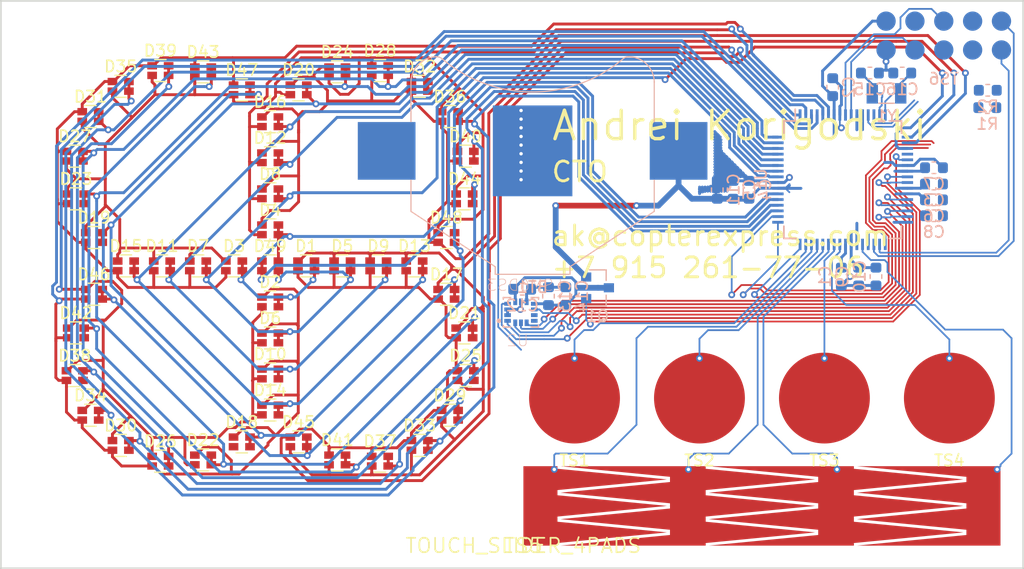
<source format=kicad_pcb>
(kicad_pcb (version 20171130) (host pcbnew 5.0.2+dfsg1-1~bpo9+1)
  (layers (0 F.Cu signal) (31 B.Cu signal) (34 B.Paste user hide) (35 F.Paste user hide) (36 B.SilkS user hide) (37 F.SilkS user) (38 B.Mask user) (39 F.Mask user) (44 Edge.Cuts user))
  (net 0 "")
  (net 1 LED_K0)
  (net 2 LED_K1)
  (net 3 LED_A0)
  (net 4 LED_K3)
  (net 5 LED_K2)
  (net 6 LED_K4)
  (net 7 LED_K5)
  (net 8 LED_K7)
  (net 9 LED_K6)
  (net 10 LED_K8)
  (net 11 LED_A1)
  (net 12 LED_A2)
  (net 13 LED_A3)
  (net 14 LED_A4)
  (net 15 LED_A5)
  (net 16 LED_A6)
  (net 17 LED_A7)
  (net 18 LED_A8)
  (net 19 VDD)
  (net 20 GND)
  (net 21 N$7)
  (net 22 N$6)
  (net 23 N$13)
  (net 24 N$14)
  (net 25 N$5)
  (net 26 N$19)
  (net 27 N$20)
  (net 28 N$16)
  (net 29 N$15)
  (net 30 N$17)
  (net 31 N$18)
  (net 32 N$12)
  (net 33 N$11)
  (net 34 TOUCH_PAD0)
  (net 35 N$1)
  (net 36 TOUCH_PAD1)
  (net 37 TOUCH_PAD2)
  (net 38 TOUCH_PAD3)
  (net 39 N$21)
  (net 40 N$22)
  (net 41 N$23)
  (net 42 N$8)
  (net 43 N$10)
  (net 44 N$9)
  (net 45 LED_K9)
  (net 46 LED_K10)
  (net 47 LED_K11)
  (net 48 N$4)
  (net 49 LFXTAL_P)
  (net 50 LFXTAL_N)
  (net 51 IMU_VDD)
  (net 52 N$24)
  (module footprints:LED_DUAL_0606 (layer F.Cu) (at 126.884 103.351)
    (fp_text reference D1 (at 0 -1.75) (layer F.SilkS))
    (fp_text value LED_Dual_AACC)
    (pad 3 smd rect (at 0.725 -0.425) (size 0.85 0.65) (layers F.Cu F.Paste F.Mask) (net 1 LED_K0))
    (pad 4 smd rect (at 0.725 0.425) (size 0.85 0.65) (layers F.Cu F.Paste F.Mask) (net 1 LED_K0))
    (pad 2 smd rect (at -0.725 0.425) (size 0.85 0.65) (layers F.Cu F.Paste F.Mask) (net 11 LED_A1))
    (pad 1 smd rect (at -0.725 -0.425) (size 0.85 0.65) (layers F.Cu F.Paste F.Mask) (net 3 LED_A0))
  )
  (module footprints:LED_DUAL_0606 (layer F.Cu) (at 123.709 106.526)
    (fp_text reference D2 (at 0 -1.75) (layer F.SilkS))
    (fp_text value LED_Dual_AACC)
    (pad 3 smd rect (at 0.725 -0.425) (size 0.85 0.65) (layers F.Cu F.Paste F.Mask) (net 1 LED_K0))
    (pad 4 smd rect (at 0.725 0.425) (size 0.85 0.65) (layers F.Cu F.Paste F.Mask) (net 1 LED_K0))
    (pad 2 smd rect (at -0.725 0.425) (size 0.85 0.65) (layers F.Cu F.Paste F.Mask) (net 13 LED_A3))
    (pad 1 smd rect (at -0.725 -0.425) (size 0.85 0.65) (layers F.Cu F.Paste F.Mask) (net 12 LED_A2))
  )
  (module footprints:LED_DUAL_0606 (layer F.Cu) (at 120.534 103.351)
    (fp_text reference D3 (at 0 -1.75) (layer F.SilkS))
    (fp_text value LED_Dual_AACC)
    (pad 3 smd rect (at 0.725 -0.425) (size 0.85 0.65) (layers F.Cu F.Paste F.Mask) (net 1 LED_K0))
    (pad 4 smd rect (at 0.725 0.425) (size 0.85 0.65) (layers F.Cu F.Paste F.Mask) (net 1 LED_K0))
    (pad 2 smd rect (at -0.725 0.425) (size 0.85 0.65) (layers F.Cu F.Paste F.Mask) (net 15 LED_A5))
    (pad 1 smd rect (at -0.725 -0.425) (size 0.85 0.65) (layers F.Cu F.Paste F.Mask) (net 14 LED_A4))
  )
  (module footprints:LED_DUAL_0606 (layer F.Cu) (at 123.709 100.176)
    (fp_text reference D4 (at 0 -1.75) (layer F.SilkS))
    (fp_text value LED_Dual_AACC)
    (pad 3 smd rect (at 0.725 -0.425) (size 0.85 0.65) (layers F.Cu F.Paste F.Mask) (net 1 LED_K0))
    (pad 4 smd rect (at 0.725 0.425) (size 0.85 0.65) (layers F.Cu F.Paste F.Mask) (net 1 LED_K0))
    (pad 2 smd rect (at -0.725 0.425) (size 0.85 0.65) (layers F.Cu F.Paste F.Mask) (net 17 LED_A7))
    (pad 1 smd rect (at -0.725 -0.425) (size 0.85 0.65) (layers F.Cu F.Paste F.Mask) (net 16 LED_A6))
  )
  (module footprints:LED_DUAL_0606 (layer F.Cu) (at 130.059 103.351)
    (fp_text reference D5 (at 0 -1.75) (layer F.SilkS))
    (fp_text value LED_Dual_AACC)
    (pad 3 smd rect (at 0.725 -0.425) (size 0.85 0.65) (layers F.Cu F.Paste F.Mask) (net 2 LED_K1))
    (pad 4 smd rect (at 0.725 0.425) (size 0.85 0.65) (layers F.Cu F.Paste F.Mask) (net 2 LED_K1))
    (pad 2 smd rect (at -0.725 0.425) (size 0.85 0.65) (layers F.Cu F.Paste F.Mask) (net 11 LED_A1))
    (pad 1 smd rect (at -0.725 -0.425) (size 0.85 0.65) (layers F.Cu F.Paste F.Mask) (net 3 LED_A0))
  )
  (module footprints:LED_DUAL_0606 (layer F.Cu) (at 123.709 109.701)
    (fp_text reference D6 (at 0 -1.75) (layer F.SilkS))
    (fp_text value LED_Dual_AACC)
    (pad 3 smd rect (at 0.725 -0.425) (size 0.85 0.65) (layers F.Cu F.Paste F.Mask) (net 2 LED_K1))
    (pad 4 smd rect (at 0.725 0.425) (size 0.85 0.65) (layers F.Cu F.Paste F.Mask) (net 2 LED_K1))
    (pad 2 smd rect (at -0.725 0.425) (size 0.85 0.65) (layers F.Cu F.Paste F.Mask) (net 13 LED_A3))
    (pad 1 smd rect (at -0.725 -0.425) (size 0.85 0.65) (layers F.Cu F.Paste F.Mask) (net 12 LED_A2))
  )
  (module footprints:LED_DUAL_0606 (layer F.Cu) (at 117.359 103.351)
    (fp_text reference D7 (at 0 -1.75) (layer F.SilkS))
    (fp_text value LED_Dual_AACC)
    (pad 3 smd rect (at 0.725 -0.425) (size 0.85 0.65) (layers F.Cu F.Paste F.Mask) (net 2 LED_K1))
    (pad 4 smd rect (at 0.725 0.425) (size 0.85 0.65) (layers F.Cu F.Paste F.Mask) (net 2 LED_K1))
    (pad 2 smd rect (at -0.725 0.425) (size 0.85 0.65) (layers F.Cu F.Paste F.Mask) (net 15 LED_A5))
    (pad 1 smd rect (at -0.725 -0.425) (size 0.85 0.65) (layers F.Cu F.Paste F.Mask) (net 14 LED_A4))
  )
  (module footprints:LED_DUAL_0606 (layer F.Cu) (at 123.709 97.001)
    (fp_text reference D8 (at 0 -1.75) (layer F.SilkS))
    (fp_text value LED_Dual_AACC)
    (pad 3 smd rect (at 0.725 -0.425) (size 0.85 0.65) (layers F.Cu F.Paste F.Mask) (net 2 LED_K1))
    (pad 4 smd rect (at 0.725 0.425) (size 0.85 0.65) (layers F.Cu F.Paste F.Mask) (net 2 LED_K1))
    (pad 2 smd rect (at -0.725 0.425) (size 0.85 0.65) (layers F.Cu F.Paste F.Mask) (net 17 LED_A7))
    (pad 1 smd rect (at -0.725 -0.425) (size 0.85 0.65) (layers F.Cu F.Paste F.Mask) (net 16 LED_A6))
  )
  (module footprints:LED_DUAL_0606 (layer F.Cu) (at 133.234 103.351)
    (fp_text reference D9 (at 0 -1.75) (layer F.SilkS))
    (fp_text value LED_Dual_AACC)
    (pad 3 smd rect (at 0.725 -0.425) (size 0.85 0.65) (layers F.Cu F.Paste F.Mask) (net 5 LED_K2))
    (pad 4 smd rect (at 0.725 0.425) (size 0.85 0.65) (layers F.Cu F.Paste F.Mask) (net 5 LED_K2))
    (pad 2 smd rect (at -0.725 0.425) (size 0.85 0.65) (layers F.Cu F.Paste F.Mask) (net 11 LED_A1))
    (pad 1 smd rect (at -0.725 -0.425) (size 0.85 0.65) (layers F.Cu F.Paste F.Mask) (net 3 LED_A0))
  )
  (module footprints:LED_DUAL_0606 (layer F.Cu) (at 123.709 112.875999)
    (fp_text reference D10 (at 0 -1.75) (layer F.SilkS))
    (fp_text value LED_Dual_AACC)
    (pad 3 smd rect (at 0.725 -0.425) (size 0.85 0.65) (layers F.Cu F.Paste F.Mask) (net 5 LED_K2))
    (pad 4 smd rect (at 0.725 0.425) (size 0.85 0.65) (layers F.Cu F.Paste F.Mask) (net 5 LED_K2))
    (pad 2 smd rect (at -0.725 0.425) (size 0.85 0.65) (layers F.Cu F.Paste F.Mask) (net 13 LED_A3))
    (pad 1 smd rect (at -0.725 -0.425) (size 0.85 0.65) (layers F.Cu F.Paste F.Mask) (net 12 LED_A2))
  )
  (module footprints:LED_DUAL_0606 (layer F.Cu) (at 114.184 103.351)
    (fp_text reference D11 (at 0 -1.75) (layer F.SilkS))
    (fp_text value LED_Dual_AACC)
    (pad 3 smd rect (at 0.725 -0.425) (size 0.85 0.65) (layers F.Cu F.Paste F.Mask) (net 5 LED_K2))
    (pad 4 smd rect (at 0.725 0.425) (size 0.85 0.65) (layers F.Cu F.Paste F.Mask) (net 5 LED_K2))
    (pad 2 smd rect (at -0.725 0.425) (size 0.85 0.65) (layers F.Cu F.Paste F.Mask) (net 15 LED_A5))
    (pad 1 smd rect (at -0.725 -0.425) (size 0.85 0.65) (layers F.Cu F.Paste F.Mask) (net 14 LED_A4))
  )
  (module footprints:LED_DUAL_0606 (layer F.Cu) (at 123.709 93.826)
    (fp_text reference D12 (at 0 -1.75) (layer F.SilkS))
    (fp_text value LED_Dual_AACC)
    (pad 3 smd rect (at 0.725 -0.425) (size 0.85 0.65) (layers F.Cu F.Paste F.Mask) (net 5 LED_K2))
    (pad 4 smd rect (at 0.725 0.425) (size 0.85 0.65) (layers F.Cu F.Paste F.Mask) (net 5 LED_K2))
    (pad 2 smd rect (at -0.725 0.425) (size 0.85 0.65) (layers F.Cu F.Paste F.Mask) (net 17 LED_A7))
    (pad 1 smd rect (at -0.725 -0.425) (size 0.85 0.65) (layers F.Cu F.Paste F.Mask) (net 16 LED_A6))
  )
  (module footprints:LED_DUAL_0606 (layer F.Cu) (at 136.409 103.351)
    (fp_text reference D13 (at 0 -1.75) (layer F.SilkS))
    (fp_text value LED_Dual_AACC)
    (pad 3 smd rect (at 0.725 -0.425) (size 0.85 0.65) (layers F.Cu F.Paste F.Mask) (net 4 LED_K3))
    (pad 4 smd rect (at 0.725 0.425) (size 0.85 0.65) (layers F.Cu F.Paste F.Mask) (net 4 LED_K3))
    (pad 2 smd rect (at -0.725 0.425) (size 0.85 0.65) (layers F.Cu F.Paste F.Mask) (net 11 LED_A1))
    (pad 1 smd rect (at -0.725 -0.425) (size 0.85 0.65) (layers F.Cu F.Paste F.Mask) (net 3 LED_A0))
  )
  (module footprints:LED_DUAL_0606 (layer F.Cu) (at 123.709 116.051)
    (fp_text reference D14 (at 0 -1.75) (layer F.SilkS))
    (fp_text value LED_Dual_AACC)
    (pad 3 smd rect (at 0.725 -0.425) (size 0.85 0.65) (layers F.Cu F.Paste F.Mask) (net 4 LED_K3))
    (pad 4 smd rect (at 0.725 0.425) (size 0.85 0.65) (layers F.Cu F.Paste F.Mask) (net 4 LED_K3))
    (pad 2 smd rect (at -0.725 0.425) (size 0.85 0.65) (layers F.Cu F.Paste F.Mask) (net 13 LED_A3))
    (pad 1 smd rect (at -0.725 -0.425) (size 0.85 0.65) (layers F.Cu F.Paste F.Mask) (net 12 LED_A2))
  )
  (module footprints:LED_DUAL_0606 (layer F.Cu) (at 111.009 103.351)
    (fp_text reference D15 (at 0 -1.75) (layer F.SilkS))
    (fp_text value LED_Dual_AACC)
    (pad 3 smd rect (at 0.725 -0.425) (size 0.85 0.65) (layers F.Cu F.Paste F.Mask) (net 4 LED_K3))
    (pad 4 smd rect (at 0.725 0.425) (size 0.85 0.65) (layers F.Cu F.Paste F.Mask) (net 4 LED_K3))
    (pad 2 smd rect (at -0.725 0.425) (size 0.85 0.65) (layers F.Cu F.Paste F.Mask) (net 15 LED_A5))
    (pad 1 smd rect (at -0.725 -0.425) (size 0.85 0.65) (layers F.Cu F.Paste F.Mask) (net 14 LED_A4))
  )
  (module footprints:LED_DUAL_0606 (layer F.Cu) (at 123.709 90.651)
    (fp_text reference D16 (at 0 -1.75) (layer F.SilkS))
    (fp_text value LED_Dual_AACC)
    (pad 3 smd rect (at 0.725 -0.425) (size 0.85 0.65) (layers F.Cu F.Paste F.Mask) (net 4 LED_K3))
    (pad 4 smd rect (at 0.725 0.425) (size 0.85 0.65) (layers F.Cu F.Paste F.Mask) (net 4 LED_K3))
    (pad 2 smd rect (at -0.725 0.425) (size 0.85 0.65) (layers F.Cu F.Paste F.Mask) (net 17 LED_A7))
    (pad 1 smd rect (at -0.725 -0.425) (size 0.85 0.65) (layers F.Cu F.Paste F.Mask) (net 16 LED_A6))
  )
  (module footprints:LED_DUAL_0606 (layer F.Cu) (at 139.217852 105.850666)
    (fp_text reference D17 (at 0 -1.75) (layer F.SilkS))
    (fp_text value LED_Dual_AACC)
    (pad 3 smd rect (at 0.725 -0.425) (size 0.85 0.65) (layers F.Cu F.Paste F.Mask) (net 6 LED_K4))
    (pad 4 smd rect (at 0.725 0.425) (size 0.85 0.65) (layers F.Cu F.Paste F.Mask) (net 6 LED_K4))
    (pad 2 smd rect (at -0.725 0.425) (size 0.85 0.65) (layers F.Cu F.Paste F.Mask) (net 11 LED_A1))
    (pad 1 smd rect (at -0.725 -0.425) (size 0.85 0.65) (layers F.Cu F.Paste F.Mask) (net 3 LED_A0))
  )
  (module footprints:LED_DUAL_0606 (layer F.Cu) (at 121.209333 118.859852)
    (fp_text reference D18 (at 0 -1.75) (layer F.SilkS))
    (fp_text value LED_Dual_AACC)
    (pad 3 smd rect (at 0.725 -0.425) (size 0.85 0.65) (layers F.Cu F.Paste F.Mask) (net 6 LED_K4))
    (pad 4 smd rect (at 0.725 0.425) (size 0.85 0.65) (layers F.Cu F.Paste F.Mask) (net 6 LED_K4))
    (pad 2 smd rect (at -0.725 0.425) (size 0.85 0.65) (layers F.Cu F.Paste F.Mask) (net 13 LED_A3))
    (pad 1 smd rect (at -0.725 -0.425) (size 0.85 0.65) (layers F.Cu F.Paste F.Mask) (net 12 LED_A2))
  )
  (module footprints:LED_DUAL_0606 (layer F.Cu) (at 108.200147 100.851333)
    (fp_text reference D19 (at 0 -1.75) (layer F.SilkS))
    (fp_text value LED_Dual_AACC)
    (pad 3 smd rect (at 0.725 -0.425) (size 0.85 0.65) (layers F.Cu F.Paste F.Mask) (net 6 LED_K4))
    (pad 4 smd rect (at 0.725 0.425) (size 0.85 0.65) (layers F.Cu F.Paste F.Mask) (net 6 LED_K4))
    (pad 2 smd rect (at -0.725 0.425) (size 0.85 0.65) (layers F.Cu F.Paste F.Mask) (net 15 LED_A5))
    (pad 1 smd rect (at -0.725 -0.425) (size 0.85 0.65) (layers F.Cu F.Paste F.Mask) (net 14 LED_A4))
  )
  (module footprints:LED_DUAL_0606 (layer F.Cu) (at 126.208666 87.842147)
    (fp_text reference D20 (at 0 -1.75) (layer F.SilkS))
    (fp_text value LED_Dual_AACC)
    (pad 3 smd rect (at 0.725 -0.425) (size 0.85 0.65) (layers F.Cu F.Paste F.Mask) (net 6 LED_K4))
    (pad 4 smd rect (at 0.725 0.425) (size 0.85 0.65) (layers F.Cu F.Paste F.Mask) (net 6 LED_K4))
    (pad 2 smd rect (at -0.725 0.425) (size 0.85 0.65) (layers F.Cu F.Paste F.Mask) (net 17 LED_A7))
    (pad 1 smd rect (at -0.725 -0.425) (size 0.85 0.65) (layers F.Cu F.Paste F.Mask) (net 16 LED_A6))
  )
  (module footprints:LED_DUAL_0606 (layer F.Cu) (at 140.806919 109.258431)
    (fp_text reference D21 (at 0 -1.75) (layer F.SilkS))
    (fp_text value LED_Dual_AACC)
    (pad 3 smd rect (at 0.725 -0.425) (size 0.85 0.65) (layers F.Cu F.Paste F.Mask) (net 7 LED_K5))
    (pad 4 smd rect (at 0.725 0.425) (size 0.85 0.65) (layers F.Cu F.Paste F.Mask) (net 7 LED_K5))
    (pad 2 smd rect (at -0.725 0.425) (size 0.85 0.65) (layers F.Cu F.Paste F.Mask) (net 11 LED_A1))
    (pad 1 smd rect (at -0.725 -0.425) (size 0.85 0.65) (layers F.Cu F.Paste F.Mask) (net 3 LED_A0))
  )
  (module footprints:LED_DUAL_0606 (layer F.Cu) (at 117.801568 120.448919)
    (fp_text reference D22 (at 0 -1.75) (layer F.SilkS))
    (fp_text value LED_Dual_AACC)
    (pad 3 smd rect (at 0.725 -0.425) (size 0.85 0.65) (layers F.Cu F.Paste F.Mask) (net 7 LED_K5))
    (pad 4 smd rect (at 0.725 0.425) (size 0.85 0.65) (layers F.Cu F.Paste F.Mask) (net 7 LED_K5))
    (pad 2 smd rect (at -0.725 0.425) (size 0.85 0.65) (layers F.Cu F.Paste F.Mask) (net 13 LED_A3))
    (pad 1 smd rect (at -0.725 -0.425) (size 0.85 0.65) (layers F.Cu F.Paste F.Mask) (net 12 LED_A2))
  )
  (module footprints:LED_DUAL_0606 (layer F.Cu) (at 106.61108 97.443568)
    (fp_text reference D23 (at 0 -1.75) (layer F.SilkS))
    (fp_text value LED_Dual_AACC)
    (pad 3 smd rect (at 0.725 -0.425) (size 0.85 0.65) (layers F.Cu F.Paste F.Mask) (net 7 LED_K5))
    (pad 4 smd rect (at 0.725 0.425) (size 0.85 0.65) (layers F.Cu F.Paste F.Mask) (net 7 LED_K5))
    (pad 2 smd rect (at -0.725 0.425) (size 0.85 0.65) (layers F.Cu F.Paste F.Mask) (net 15 LED_A5))
    (pad 1 smd rect (at -0.725 -0.425) (size 0.85 0.65) (layers F.Cu F.Paste F.Mask) (net 14 LED_A4))
  )
  (module footprints:LED_DUAL_0606 (layer F.Cu) (at 129.616431 86.25308)
    (fp_text reference D24 (at 0 -1.75) (layer F.SilkS))
    (fp_text value LED_Dual_AACC)
    (pad 3 smd rect (at 0.725 -0.425) (size 0.85 0.65) (layers F.Cu F.Paste F.Mask) (net 7 LED_K5))
    (pad 4 smd rect (at 0.725 0.425) (size 0.85 0.65) (layers F.Cu F.Paste F.Mask) (net 7 LED_K5))
    (pad 2 smd rect (at -0.725 0.425) (size 0.85 0.65) (layers F.Cu F.Paste F.Mask) (net 17 LED_A7))
    (pad 1 smd rect (at -0.725 -0.425) (size 0.85 0.65) (layers F.Cu F.Paste F.Mask) (net 16 LED_A6))
  )
  (module footprints:LED_DUAL_0606 (layer F.Cu) (at 140.916279 113.016892)
    (fp_text reference D25 (at 0 -1.75) (layer F.SilkS))
    (fp_text value LED_Dual_AACC)
    (pad 3 smd rect (at 0.725 -0.425) (size 0.85 0.65) (layers F.Cu F.Paste F.Mask) (net 9 LED_K6))
    (pad 4 smd rect (at 0.725 0.425) (size 0.85 0.65) (layers F.Cu F.Paste F.Mask) (net 9 LED_K6))
    (pad 2 smd rect (at -0.725 0.425) (size 0.85 0.65) (layers F.Cu F.Paste F.Mask) (net 3 LED_A0))
    (pad 1 smd rect (at -0.725 -0.425) (size 0.85 0.65) (layers F.Cu F.Paste F.Mask) (net 11 LED_A1))
  )
  (module footprints:LED_DUAL_0606 (layer F.Cu) (at 114.043107 120.558279)
    (fp_text reference D26 (at 0 -1.75) (layer F.SilkS))
    (fp_text value LED_Dual_AACC)
    (pad 3 smd rect (at 0.725 -0.425) (size 0.85 0.65) (layers F.Cu F.Paste F.Mask) (net 9 LED_K6))
    (pad 4 smd rect (at 0.725 0.425) (size 0.85 0.65) (layers F.Cu F.Paste F.Mask) (net 9 LED_K6))
    (pad 2 smd rect (at -0.725 0.425) (size 0.85 0.65) (layers F.Cu F.Paste F.Mask) (net 12 LED_A2))
    (pad 1 smd rect (at -0.725 -0.425) (size 0.85 0.65) (layers F.Cu F.Paste F.Mask) (net 13 LED_A3))
  )
  (module footprints:LED_DUAL_0606 (layer F.Cu) (at 106.50172 93.685107)
    (fp_text reference D27 (at 0 -1.75) (layer F.SilkS))
    (fp_text value LED_Dual_AACC)
    (pad 3 smd rect (at 0.725 -0.425) (size 0.85 0.65) (layers F.Cu F.Paste F.Mask) (net 9 LED_K6))
    (pad 4 smd rect (at 0.725 0.425) (size 0.85 0.65) (layers F.Cu F.Paste F.Mask) (net 9 LED_K6))
    (pad 2 smd rect (at -0.725 0.425) (size 0.85 0.65) (layers F.Cu F.Paste F.Mask) (net 14 LED_A4))
    (pad 1 smd rect (at -0.725 -0.425) (size 0.85 0.65) (layers F.Cu F.Paste F.Mask) (net 15 LED_A5))
  )
  (module footprints:LED_DUAL_0606 (layer F.Cu) (at 133.374892 86.14372)
    (fp_text reference D28 (at 0 -1.75) (layer F.SilkS))
    (fp_text value LED_Dual_AACC)
    (pad 3 smd rect (at 0.725 -0.425) (size 0.85 0.65) (layers F.Cu F.Paste F.Mask) (net 9 LED_K6))
    (pad 4 smd rect (at 0.725 0.425) (size 0.85 0.65) (layers F.Cu F.Paste F.Mask) (net 9 LED_K6))
    (pad 2 smd rect (at -0.725 0.425) (size 0.85 0.65) (layers F.Cu F.Paste F.Mask) (net 16 LED_A6))
    (pad 1 smd rect (at -0.725 -0.425) (size 0.85 0.65) (layers F.Cu F.Paste F.Mask) (net 17 LED_A7))
  )
  (module footprints:LED_DUAL_0606 (layer F.Cu) (at 139.528045 116.511287)
    (fp_text reference D29 (at 0 -1.75) (layer F.SilkS))
    (fp_text value LED_Dual_AACC)
    (pad 3 smd rect (at 0.725 -0.425) (size 0.85 0.65) (layers F.Cu F.Paste F.Mask) (net 8 LED_K7))
    (pad 4 smd rect (at 0.725 0.425) (size 0.85 0.65) (layers F.Cu F.Paste F.Mask) (net 8 LED_K7))
    (pad 2 smd rect (at -0.725 0.425) (size 0.85 0.65) (layers F.Cu F.Paste F.Mask) (net 3 LED_A0))
    (pad 1 smd rect (at -0.725 -0.425) (size 0.85 0.65) (layers F.Cu F.Paste F.Mask) (net 11 LED_A1))
  )
  (module footprints:LED_DUAL_0606 (layer F.Cu) (at 110.548712 119.170045)
    (fp_text reference D30 (at 0 -1.75) (layer F.SilkS))
    (fp_text value LED_Dual_AACC)
    (pad 3 smd rect (at 0.725 -0.425) (size 0.85 0.65) (layers F.Cu F.Paste F.Mask) (net 8 LED_K7))
    (pad 4 smd rect (at 0.725 0.425) (size 0.85 0.65) (layers F.Cu F.Paste F.Mask) (net 8 LED_K7))
    (pad 2 smd rect (at -0.725 0.425) (size 0.85 0.65) (layers F.Cu F.Paste F.Mask) (net 12 LED_A2))
    (pad 1 smd rect (at -0.725 -0.425) (size 0.85 0.65) (layers F.Cu F.Paste F.Mask) (net 13 LED_A3))
  )
  (module footprints:LED_DUAL_0606 (layer F.Cu) (at 107.889954 90.190712)
    (fp_text reference D31 (at 0 -1.75) (layer F.SilkS))
    (fp_text value LED_Dual_AACC)
    (pad 3 smd rect (at 0.725 -0.425) (size 0.85 0.65) (layers F.Cu F.Paste F.Mask) (net 8 LED_K7))
    (pad 4 smd rect (at 0.725 0.425) (size 0.85 0.65) (layers F.Cu F.Paste F.Mask) (net 8 LED_K7))
    (pad 2 smd rect (at -0.725 0.425) (size 0.85 0.65) (layers F.Cu F.Paste F.Mask) (net 14 LED_A4))
    (pad 1 smd rect (at -0.725 -0.425) (size 0.85 0.65) (layers F.Cu F.Paste F.Mask) (net 15 LED_A5))
  )
  (module footprints:LED_DUAL_0606 (layer F.Cu) (at 136.869287 87.531954)
    (fp_text reference D32 (at 0 -1.75) (layer F.SilkS))
    (fp_text value LED_Dual_AACC)
    (pad 3 smd rect (at 0.725 -0.425) (size 0.85 0.65) (layers F.Cu F.Paste F.Mask) (net 8 LED_K7))
    (pad 4 smd rect (at 0.725 0.425) (size 0.85 0.65) (layers F.Cu F.Paste F.Mask) (net 8 LED_K7))
    (pad 2 smd rect (at -0.725 0.425) (size 0.85 0.65) (layers F.Cu F.Paste F.Mask) (net 16 LED_A6))
    (pad 1 smd rect (at -0.725 -0.425) (size 0.85 0.65) (layers F.Cu F.Paste F.Mask) (net 17 LED_A7))
  )
  (module footprints:LED_DUAL_0606 (layer F.Cu) (at 136.869287 119.170045)
    (fp_text reference D33 (at 0 -1.75) (layer F.SilkS))
    (fp_text value LED_Dual_AACC)
    (pad 3 smd rect (at 0.725 -0.425) (size 0.85 0.65) (layers F.Cu F.Paste F.Mask) (net 10 LED_K8))
    (pad 4 smd rect (at 0.725 0.425) (size 0.85 0.65) (layers F.Cu F.Paste F.Mask) (net 10 LED_K8))
    (pad 2 smd rect (at -0.725 0.425) (size 0.85 0.65) (layers F.Cu F.Paste F.Mask) (net 3 LED_A0))
    (pad 1 smd rect (at -0.725 -0.425) (size 0.85 0.65) (layers F.Cu F.Paste F.Mask) (net 11 LED_A1))
  )
  (module footprints:LED_DUAL_0606 (layer F.Cu) (at 107.889954 116.511287)
    (fp_text reference D34 (at 0 -1.75) (layer F.SilkS))
    (fp_text value LED_Dual_AACC)
    (pad 3 smd rect (at 0.725 -0.425) (size 0.85 0.65) (layers F.Cu F.Paste F.Mask) (net 10 LED_K8))
    (pad 4 smd rect (at 0.725 0.425) (size 0.85 0.65) (layers F.Cu F.Paste F.Mask) (net 10 LED_K8))
    (pad 2 smd rect (at -0.725 0.425) (size 0.85 0.65) (layers F.Cu F.Paste F.Mask) (net 12 LED_A2))
    (pad 1 smd rect (at -0.725 -0.425) (size 0.85 0.65) (layers F.Cu F.Paste F.Mask) (net 13 LED_A3))
  )
  (module footprints:LED_DUAL_0606 (layer F.Cu) (at 110.548712 87.531954)
    (fp_text reference D35 (at 0 -1.75) (layer F.SilkS))
    (fp_text value LED_Dual_AACC)
    (pad 3 smd rect (at 0.725 -0.425) (size 0.85 0.65) (layers F.Cu F.Paste F.Mask) (net 10 LED_K8))
    (pad 4 smd rect (at 0.725 0.425) (size 0.85 0.65) (layers F.Cu F.Paste F.Mask) (net 10 LED_K8))
    (pad 2 smd rect (at -0.725 0.425) (size 0.85 0.65) (layers F.Cu F.Paste F.Mask) (net 14 LED_A4))
    (pad 1 smd rect (at -0.725 -0.425) (size 0.85 0.65) (layers F.Cu F.Paste F.Mask) (net 15 LED_A5))
  )
  (module footprints:LED_DUAL_0606 (layer F.Cu) (at 139.528045 90.190712)
    (fp_text reference D36 (at 0 -1.75) (layer F.SilkS))
    (fp_text value LED_Dual_AACC)
    (pad 3 smd rect (at 0.725 -0.425) (size 0.85 0.65) (layers F.Cu F.Paste F.Mask) (net 10 LED_K8))
    (pad 4 smd rect (at 0.725 0.425) (size 0.85 0.65) (layers F.Cu F.Paste F.Mask) (net 10 LED_K8))
    (pad 2 smd rect (at -0.725 0.425) (size 0.85 0.65) (layers F.Cu F.Paste F.Mask) (net 16 LED_A6))
    (pad 1 smd rect (at -0.725 -0.425) (size 0.85 0.65) (layers F.Cu F.Paste F.Mask) (net 17 LED_A7))
  )
  (module footprints:LED_DUAL_0606 (layer F.Cu) (at 133.374892 120.558279)
    (fp_text reference D37 (at 0 -1.75) (layer F.SilkS))
    (fp_text value LED_Dual_AACC)
    (pad 3 smd rect (at 0.725 -0.425) (size 0.85 0.65) (layers F.Cu F.Paste F.Mask) (net 45 LED_K9))
    (pad 4 smd rect (at 0.725 0.425) (size 0.85 0.65) (layers F.Cu F.Paste F.Mask) (net 45 LED_K9))
    (pad 2 smd rect (at -0.725 0.425) (size 0.85 0.65) (layers F.Cu F.Paste F.Mask) (net 3 LED_A0))
    (pad 1 smd rect (at -0.725 -0.425) (size 0.85 0.65) (layers F.Cu F.Paste F.Mask) (net 11 LED_A1))
  )
  (module footprints:LED_DUAL_0606 (layer F.Cu) (at 106.50172 113.016892)
    (fp_text reference D38 (at 0 -1.75) (layer F.SilkS))
    (fp_text value LED_Dual_AACC)
    (pad 3 smd rect (at 0.725 -0.425) (size 0.85 0.65) (layers F.Cu F.Paste F.Mask) (net 45 LED_K9))
    (pad 4 smd rect (at 0.725 0.425) (size 0.85 0.65) (layers F.Cu F.Paste F.Mask) (net 45 LED_K9))
    (pad 2 smd rect (at -0.725 0.425) (size 0.85 0.65) (layers F.Cu F.Paste F.Mask) (net 12 LED_A2))
    (pad 1 smd rect (at -0.725 -0.425) (size 0.85 0.65) (layers F.Cu F.Paste F.Mask) (net 13 LED_A3))
  )
  (module footprints:LED_DUAL_0606 (layer F.Cu) (at 114.043107 86.14372)
    (fp_text reference D39 (at 0 -1.75) (layer F.SilkS))
    (fp_text value LED_Dual_AACC)
    (pad 3 smd rect (at 0.725 -0.425) (size 0.85 0.65) (layers F.Cu F.Paste F.Mask) (net 45 LED_K9))
    (pad 4 smd rect (at 0.725 0.425) (size 0.85 0.65) (layers F.Cu F.Paste F.Mask) (net 45 LED_K9))
    (pad 2 smd rect (at -0.725 0.425) (size 0.85 0.65) (layers F.Cu F.Paste F.Mask) (net 14 LED_A4))
    (pad 1 smd rect (at -0.725 -0.425) (size 0.85 0.65) (layers F.Cu F.Paste F.Mask) (net 15 LED_A5))
  )
  (module footprints:LED_DUAL_0606 (layer F.Cu) (at 140.916279 93.685107)
    (fp_text reference D40 (at 0 -1.75) (layer F.SilkS))
    (fp_text value LED_Dual_AACC)
    (pad 3 smd rect (at 0.725 -0.425) (size 0.85 0.65) (layers F.Cu F.Paste F.Mask) (net 45 LED_K9))
    (pad 4 smd rect (at 0.725 0.425) (size 0.85 0.65) (layers F.Cu F.Paste F.Mask) (net 45 LED_K9))
    (pad 2 smd rect (at -0.725 0.425) (size 0.85 0.65) (layers F.Cu F.Paste F.Mask) (net 16 LED_A6))
    (pad 1 smd rect (at -0.725 -0.425) (size 0.85 0.65) (layers F.Cu F.Paste F.Mask) (net 17 LED_A7))
  )
  (module footprints:LED_DUAL_0606 (layer F.Cu) (at 129.616431 120.448919)
    (fp_text reference D41 (at 0 -1.75) (layer F.SilkS))
    (fp_text value LED_Dual_AACC)
    (pad 3 smd rect (at 0.725 -0.425) (size 0.85 0.65) (layers F.Cu F.Paste F.Mask) (net 46 LED_K10))
    (pad 4 smd rect (at 0.725 0.425) (size 0.85 0.65) (layers F.Cu F.Paste F.Mask) (net 46 LED_K10))
    (pad 2 smd rect (at -0.725 0.425) (size 0.85 0.65) (layers F.Cu F.Paste F.Mask) (net 3 LED_A0))
    (pad 1 smd rect (at -0.725 -0.425) (size 0.85 0.65) (layers F.Cu F.Paste F.Mask) (net 11 LED_A1))
  )
  (module footprints:LED_DUAL_0606 (layer F.Cu) (at 106.61108 109.258431)
    (fp_text reference D42 (at 0 -1.75) (layer F.SilkS))
    (fp_text value LED_Dual_AACC)
    (pad 3 smd rect (at 0.725 -0.425) (size 0.85 0.65) (layers F.Cu F.Paste F.Mask) (net 46 LED_K10))
    (pad 4 smd rect (at 0.725 0.425) (size 0.85 0.65) (layers F.Cu F.Paste F.Mask) (net 46 LED_K10))
    (pad 2 smd rect (at -0.725 0.425) (size 0.85 0.65) (layers F.Cu F.Paste F.Mask) (net 12 LED_A2))
    (pad 1 smd rect (at -0.725 -0.425) (size 0.85 0.65) (layers F.Cu F.Paste F.Mask) (net 13 LED_A3))
  )
  (module footprints:LED_DUAL_0606 (layer F.Cu) (at 117.801568 86.25308)
    (fp_text reference D43 (at 0 -1.75) (layer F.SilkS))
    (fp_text value LED_Dual_AACC)
    (pad 3 smd rect (at 0.725 -0.425) (size 0.85 0.65) (layers F.Cu F.Paste F.Mask) (net 46 LED_K10))
    (pad 4 smd rect (at 0.725 0.425) (size 0.85 0.65) (layers F.Cu F.Paste F.Mask) (net 46 LED_K10))
    (pad 2 smd rect (at -0.725 0.425) (size 0.85 0.65) (layers F.Cu F.Paste F.Mask) (net 14 LED_A4))
    (pad 1 smd rect (at -0.725 -0.425) (size 0.85 0.65) (layers F.Cu F.Paste F.Mask) (net 15 LED_A5))
  )
  (module footprints:LED_DUAL_0606 (layer F.Cu) (at 140.806919 97.443568)
    (fp_text reference D44 (at 0 -1.75) (layer F.SilkS))
    (fp_text value LED_Dual_AACC)
    (pad 3 smd rect (at 0.725 -0.425) (size 0.85 0.65) (layers F.Cu F.Paste F.Mask) (net 46 LED_K10))
    (pad 4 smd rect (at 0.725 0.425) (size 0.85 0.65) (layers F.Cu F.Paste F.Mask) (net 46 LED_K10))
    (pad 2 smd rect (at -0.725 0.425) (size 0.85 0.65) (layers F.Cu F.Paste F.Mask) (net 16 LED_A6))
    (pad 1 smd rect (at -0.725 -0.425) (size 0.85 0.65) (layers F.Cu F.Paste F.Mask) (net 17 LED_A7))
  )
  (module footprints:LED_DUAL_0606 (layer F.Cu) (at 126.208666 118.859852)
    (fp_text reference D45 (at 0 -1.75) (layer F.SilkS))
    (fp_text value LED_Dual_AACC)
    (pad 3 smd rect (at 0.725 -0.425) (size 0.85 0.65) (layers F.Cu F.Paste F.Mask) (net 47 LED_K11))
    (pad 4 smd rect (at 0.725 0.425) (size 0.85 0.65) (layers F.Cu F.Paste F.Mask) (net 47 LED_K11))
    (pad 2 smd rect (at -0.725 0.425) (size 0.85 0.65) (layers F.Cu F.Paste F.Mask) (net 3 LED_A0))
    (pad 1 smd rect (at -0.725 -0.425) (size 0.85 0.65) (layers F.Cu F.Paste F.Mask) (net 11 LED_A1))
  )
  (module footprints:LED_DUAL_0606 (layer F.Cu) (at 108.200147 105.850666)
    (fp_text reference D46 (at 0 -1.75) (layer F.SilkS))
    (fp_text value LED_Dual_AACC)
    (pad 3 smd rect (at 0.725 -0.425) (size 0.85 0.65) (layers F.Cu F.Paste F.Mask) (net 47 LED_K11))
    (pad 4 smd rect (at 0.725 0.425) (size 0.85 0.65) (layers F.Cu F.Paste F.Mask) (net 47 LED_K11))
    (pad 2 smd rect (at -0.725 0.425) (size 0.85 0.65) (layers F.Cu F.Paste F.Mask) (net 12 LED_A2))
    (pad 1 smd rect (at -0.725 -0.425) (size 0.85 0.65) (layers F.Cu F.Paste F.Mask) (net 13 LED_A3))
  )
  (module footprints:LED_DUAL_0606 (layer F.Cu) (at 121.209333 87.842147)
    (fp_text reference D47 (at 0 -1.75) (layer F.SilkS))
    (fp_text value LED_Dual_AACC)
    (pad 3 smd rect (at 0.725 -0.425) (size 0.85 0.65) (layers F.Cu F.Paste F.Mask) (net 47 LED_K11))
    (pad 4 smd rect (at 0.725 0.425) (size 0.85 0.65) (layers F.Cu F.Paste F.Mask) (net 47 LED_K11))
    (pad 2 smd rect (at -0.725 0.425) (size 0.85 0.65) (layers F.Cu F.Paste F.Mask) (net 14 LED_A4))
    (pad 1 smd rect (at -0.725 -0.425) (size 0.85 0.65) (layers F.Cu F.Paste F.Mask) (net 15 LED_A5))
  )
  (module footprints:LED_DUAL_0606 (layer F.Cu) (at 139.217852 100.851333)
    (fp_text reference D48 (at 0 -1.75) (layer F.SilkS))
    (fp_text value LED_Dual_AACC)
    (pad 3 smd rect (at 0.725 -0.425) (size 0.85 0.65) (layers F.Cu F.Paste F.Mask) (net 47 LED_K11))
    (pad 4 smd rect (at 0.725 0.425) (size 0.85 0.65) (layers F.Cu F.Paste F.Mask) (net 47 LED_K11))
    (pad 2 smd rect (at -0.725 0.425) (size 0.85 0.65) (layers F.Cu F.Paste F.Mask) (net 16 LED_A6))
    (pad 1 smd rect (at -0.725 -0.425) (size 0.85 0.65) (layers F.Cu F.Paste F.Mask) (net 17 LED_A7))
  )
  (module footprints:LED_DUAL_0606 (layer F.Cu) (at 123.709 103.351)
    (fp_text reference D49 (at 0 -1.75) (layer F.SilkS))
    (fp_text value LED_Dual_AACC)
    (pad 3 smd rect (at 0.725 -0.425) (size 0.85 0.65) (layers F.Cu F.Paste F.Mask) (net 1 LED_K0))
    (pad 4 smd rect (at 0.725 0.425) (size 0.85 0.65) (layers F.Cu F.Paste F.Mask) (net 2 LED_K1))
    (pad 2 smd rect (at -0.725 0.425) (size 0.85 0.65) (layers F.Cu F.Paste F.Mask) (net 18 LED_A8))
    (pad 1 smd rect (at -0.725 -0.425) (size 0.85 0.65) (layers F.Cu F.Paste F.Mask) (net 18 LED_A8))
  )
  (module Resistor_SMD:R_0603_1608Metric (layer B.Cu) (at 186.8425 89.408)
    (fp_text reference R1 (at 0 1.43) (layer B.SilkS) (effects (justify mirror)))
    (fp_text value 0)
    (pad 2 smd roundrect (at 0.7875 0) (size 0.875 0.95) (layers B.Cu B.Paste B.Mask) (net 20 GND))
    (pad 1 smd roundrect (at -0.7875 0) (size 0.875 0.95) (layers B.Cu B.Paste B.Mask) (net 41 N$23))
  )
  (module Package_QFP:LQFP-64_10x10mm_P0.5mm (layer B.Cu) (at 174.10708 95.75756 270)
    (fp_text reference U1 (at 0 7.2 270) (layer B.SilkS) (effects (justify mirror)))
    (fp_text value EFM32LG232F64)
    (pad 64 smd rect (at -3.75 5.7 180) (size 1 0.25) (layers B.Cu B.Paste B.Mask) (net 8 LED_K7))
    (pad 63 smd rect (at -3.25 5.7 180) (size 1 0.25) (layers B.Cu B.Paste B.Mask) (net 9 LED_K6))
    (pad 62 smd rect (at -2.75 5.7 180) (size 1 0.25) (layers B.Cu B.Paste B.Mask) (net 7 LED_K5))
    (pad 61 smd rect (at -2.25 5.7 180) (size 1 0.25) (layers B.Cu B.Paste B.Mask) (net 6 LED_K4))
    (pad 60 smd rect (at -1.75 5.7 180) (size 1 0.25) (layers B.Cu B.Paste B.Mask) (net 4 LED_K3))
    (pad 59 smd rect (at -1.25 5.7 180) (size 1 0.25) (layers B.Cu B.Paste B.Mask) (net 5 LED_K2))
    (pad 58 smd rect (at -0.75 5.7 180) (size 1 0.25) (layers B.Cu B.Paste B.Mask) (net 2 LED_K1))
    (pad 57 smd rect (at -0.25 5.7 180) (size 1 0.25) (layers B.Cu B.Paste B.Mask) (net 1 LED_K0))
    (pad 56 smd rect (at 0.25 5.7 180) (size 1 0.25) (layers B.Cu B.Paste B.Mask) (net 20 GND))
    (pad 55 smd rect (at 0.75 5.7 180) (size 1 0.25) (layers B.Cu B.Paste B.Mask) (net 19 VDD))
    (pad 54 smd rect (at 1.25 5.7 180) (size 1 0.25) (layers B.Cu B.Paste B.Mask) (net 47 LED_K11))
    (pad 53 smd rect (at 1.75 5.7 180) (size 1 0.25) (layers B.Cu B.Paste B.Mask) (net 46 LED_K10))
    (pad 52 smd rect (at 2.25 5.7 180) (size 1 0.25) (layers B.Cu B.Paste B.Mask) (net 45 LED_K9))
    (pad 51 smd rect (at 2.75 5.7 180) (size 1 0.25) (layers B.Cu B.Paste B.Mask) (net 10 LED_K8))
    (pad 50 smd rect (at 3.25 5.7 180) (size 1 0.25) (layers B.Cu B.Paste B.Mask) (net 42 N$8))
    (pad 49 smd rect (at 3.75 5.7 180) (size 1 0.25) (layers B.Cu B.Paste B.Mask) (net 44 N$9))
    (pad 48 smd rect (at 5.7 3.75 270) (size 1 0.25) (layers B.Cu B.Paste B.Mask) (net 21 N$7))
    (pad 47 smd rect (at 5.7 3.25 270) (size 1 0.25) (layers B.Cu B.Paste B.Mask) (net 34 TOUCH_PAD0))
    (pad 46 smd rect (at 5.7 2.75 270) (size 1 0.25) (layers B.Cu B.Paste B.Mask) (net 26 N$19))
    (pad 45 smd rect (at 5.7 2.25 270) (size 1 0.25) (layers B.Cu B.Paste B.Mask) (net 36 TOUCH_PAD1))
    (pad 44 smd rect (at 5.7 1.75 270) (size 1 0.25) (layers B.Cu B.Paste B.Mask) (net 27 N$20))
    (pad 43 smd rect (at 5.7 1.25 270) (size 1 0.25) (layers B.Cu B.Paste B.Mask) (net 39 N$21))
    (pad 42 smd rect (at 5.7 0.75 270) (size 1 0.25) (layers B.Cu B.Paste B.Mask) (net 37 TOUCH_PAD2))
    (pad 41 smd rect (at 5.7 0.25 270) (size 1 0.25) (layers B.Cu B.Paste B.Mask) (net 38 TOUCH_PAD3))
    (pad 40 smd rect (at 5.7 -0.25 270) (size 1 0.25) (layers B.Cu B.Paste B.Mask) (net 35 N$1))
    (pad 39 smd rect (at 5.7 -0.75 270) (size 1 0.25) (layers B.Cu B.Paste B.Mask) (net 19 VDD))
    (pad 38 smd rect (at 5.7 -1.25 270) (size 1 0.25) (layers B.Cu B.Paste B.Mask) (net 19 VDD))
    (pad 37 smd rect (at 5.7 -1.75 270) (size 1 0.25) (layers B.Cu B.Paste B.Mask) (net 40 N$22))
    (pad 36 smd rect (at 5.7 -2.25 270) (size 1 0.25) (layers B.Cu B.Paste B.Mask) (net 19 VDD))
    (pad 35 smd rect (at 5.7 -2.75 270) (size 1 0.25) (layers B.Cu B.Paste B.Mask) (net 43 N$10))
    (pad 34 smd rect (at 5.7 -3.25 270) (size 1 0.25) (layers B.Cu B.Paste B.Mask) (net 33 N$11))
    (pad 33 smd rect (at 5.7 -3.75 270) (size 1 0.25) (layers B.Cu B.Paste B.Mask) (net 19 VDD))
    (pad 32 smd rect (at 3.75 -5.7 180) (size 1 0.25) (layers B.Cu B.Paste B.Mask) (net 19 VDD))
    (pad 31 smd rect (at 3.25 -5.7 180) (size 1 0.25) (layers B.Cu B.Paste B.Mask) (net 28 N$16))
    (pad 30 smd rect (at 2.75 -5.7 180) (size 1 0.25) (layers B.Cu B.Paste B.Mask) (net 29 N$15))
    (pad 29 smd rect (at 2.25 -5.7 180) (size 1 0.25) (layers B.Cu B.Paste B.Mask) (net 23 N$13))
    (pad 28 smd rect (at 1.75 -5.7 180) (size 1 0.25) (layers B.Cu B.Paste B.Mask) (net 24 N$14))
    (pad 27 smd rect (at 1.25 -5.7 180) (size 1 0.25) (layers B.Cu B.Paste B.Mask) (net 19 VDD))
    (pad 26 smd rect (at 0.75 -5.7 180) (size 1 0.25) (layers B.Cu B.Paste B.Mask) (net 19 VDD))
    (pad 25 smd rect (at 0.25 -5.7 180) (size 1 0.25) (layers B.Cu B.Paste B.Mask) (net 31 N$18))
    (pad 24 smd rect (at -0.25 -5.7 180) (size 1 0.25) (layers B.Cu B.Paste B.Mask) (net 30 N$17))
    (pad 23 smd rect (at -0.75 -5.7 180) (size 1 0.25) (layers B.Cu B.Paste B.Mask) (net 19 VDD))
    (pad 22 smd rect (at -1.25 -5.7 180) (size 1 0.25) (layers B.Cu B.Paste B.Mask) (net 20 GND))
    (pad 21 smd rect (at -1.75 -5.7 180) (size 1 0.25) (layers B.Cu B.Paste B.Mask) (net 32 N$12))
    (pad 20 smd rect (at -2.25 -5.7 180) (size 1 0.25) (layers B.Cu B.Paste B.Mask) (net 48 N$4))
    (pad 19 smd rect (at -2.75 -5.7 180) (size 1 0.25) (layers B.Cu B.Paste B.Mask) (net 18 LED_A8))
    (pad 18 smd rect (at -3.25 -5.7 180) (size 1 0.25) (layers B.Cu B.Paste B.Mask) (net 17 LED_A7))
    (pad 17 smd rect (at -3.75 -5.7 180) (size 1 0.25) (layers B.Cu B.Paste B.Mask) (net 16 LED_A6))
    (pad 16 smd rect (at -5.7 -3.75 270) (size 1 0.25) (layers B.Cu B.Paste B.Mask) (net 50 LFXTAL_N))
    (pad 15 smd rect (at -5.7 -3.25 270) (size 1 0.25) (layers B.Cu B.Paste B.Mask) (net 49 LFXTAL_P))
    (pad 14 smd rect (at -5.7 -2.75 270) (size 1 0.25) (layers B.Cu B.Paste B.Mask) (net 52 N$24))
    (pad 13 smd rect (at -5.7 -2.25 270) (size 1 0.25) (layers B.Cu B.Paste B.Mask) (net 41 N$23))
    (pad 12 smd rect (at -5.7 -1.75 270) (size 1 0.25) (layers B.Cu B.Paste B.Mask) (net 19 VDD))
    (pad 11 smd rect (at -5.7 -1.25 270) (size 1 0.25) (layers B.Cu B.Paste B.Mask) (net 19 VDD))
    (pad 10 smd rect (at -5.7 -0.75 270) (size 1 0.25) (layers B.Cu B.Paste B.Mask) (net 25 N$5))
    (pad 9 smd rect (at -5.7 -0.25 270) (size 1 0.25) (layers B.Cu B.Paste B.Mask) (net 22 N$6))
    (pad 8 smd rect (at -5.7 0.25 270) (size 1 0.25) (layers B.Cu B.Paste B.Mask) (net 20 GND))
    (pad 7 smd rect (at -5.7 0.75 270) (size 1 0.25) (layers B.Cu B.Paste B.Mask) (net 19 VDD))
    (pad 6 smd rect (at -5.7 1.25 270) (size 1 0.25) (layers B.Cu B.Paste B.Mask) (net 15 LED_A5))
    (pad 5 smd rect (at -5.7 1.75 270) (size 1 0.25) (layers B.Cu B.Paste B.Mask) (net 14 LED_A4))
    (pad 4 smd rect (at -5.7 2.25 270) (size 1 0.25) (layers B.Cu B.Paste B.Mask) (net 13 LED_A3))
    (pad 3 smd rect (at -5.7 2.75 270) (size 1 0.25) (layers B.Cu B.Paste B.Mask) (net 12 LED_A2))
    (pad 2 smd rect (at -5.7 3.25 270) (size 1 0.25) (layers B.Cu B.Paste B.Mask) (net 11 LED_A1))
    (pad 1 smd rect (at -5.7 3.75 270) (size 1 0.25) (layers B.Cu B.Paste B.Mask) (net 3 LED_A0))
  )
  (module Crystal:Crystal_SMD_3215-2Pin_3.2x1.5mm (layer B.Cu) (at 177.96542 88.1507)
    (fp_text reference Y1 (at 0 2) (layer B.SilkS) (effects (justify mirror)))
    (fp_text value 32768Hz)
    (pad 1 smd rect (at -1.25 0) (size 1 1.8) (layers B.Cu B.Paste B.Mask) (net 49 LFXTAL_P))
    (pad 2 smd rect (at 1.25 0) (size 1 1.8) (layers B.Cu B.Paste B.Mask) (net 50 LFXTAL_N))
  )
  (module Capacitor_SMD:C_0603_1608Metric (layer B.Cu) (at 173.99 104.2925 270)
    (fp_text reference C1 (at 0 1.43 270) (layer B.SilkS) (effects (justify mirror)))
    (fp_text value 1uF)
    (pad 2 smd roundrect (at 0.7875 0 270) (size 0.875 0.95) (layers B.Cu B.Paste B.Mask) (net 20 GND))
    (pad 1 smd roundrect (at -0.7875 0 270) (size 0.875 0.95) (layers B.Cu B.Paste B.Mask) (net 35 N$1))
  )
  (module Capacitor_SMD:C_0603_1608Metric (layer B.Cu) (at 182.1435 96.139)
    (fp_text reference C3 (at 0 1.43) (layer B.SilkS) (effects (justify mirror)))
    (fp_text value 0.1uF)
    (pad 2 smd roundrect (at 0.7875 0) (size 0.875 0.95) (layers B.Cu B.Paste B.Mask) (net 20 GND))
    (pad 1 smd roundrect (at -0.7875 0) (size 0.875 0.95) (layers B.Cu B.Paste B.Mask) (net 19 VDD))
  )
  (module Capacitor_SMD:C_0603_1608Metric (layer B.Cu) (at 165.862 96.647 90)
    (fp_text reference C4 (at 0 1.43 90) (layer B.SilkS) (effects (justify mirror)))
    (fp_text value 0.1uF)
    (pad 2 smd roundrect (at 0.7875 0 90) (size 0.875 0.95) (layers B.Cu B.Paste B.Mask) (net 20 GND))
    (pad 1 smd roundrect (at -0.7875 0 90) (size 0.875 0.95) (layers B.Cu B.Paste B.Mask) (net 19 VDD))
  )
  (module Capacitor_SMD:C_0603_1608Metric (layer B.Cu) (at 164.465 96.647 90)
    (fp_text reference C5 (at 0 1.43 90) (layer B.SilkS) (effects (justify mirror)))
    (fp_text value 10uF)
    (pad 2 smd roundrect (at 0.7875 0 90) (size 0.875 0.95) (layers B.Cu B.Paste B.Mask) (net 20 GND))
    (pad 1 smd roundrect (at -0.7875 0 90) (size 0.875 0.95) (layers B.Cu B.Paste B.Mask) (net 19 VDD))
  )
  (module Capacitor_SMD:C_0603_1608Metric (layer B.Cu) (at 182.1435 97.536)
    (fp_text reference C6 (at 0 1.43) (layer B.SilkS) (effects (justify mirror)))
    (fp_text value 10nF)
    (pad 1 smd roundrect (at -0.7875 0) (size 0.875 0.95) (layers B.Cu B.Paste B.Mask) (net 19 VDD))
    (pad 2 smd roundrect (at 0.7875 0) (size 0.875 0.95) (layers B.Cu B.Paste B.Mask) (net 20 GND))
  )
  (module Capacitor_SMD:C_0603_1608Metric (layer B.Cu) (at 182.1435 94.7039)
    (fp_text reference C7 (at 0 1.43) (layer B.SilkS) (effects (justify mirror)))
    (fp_text value 10nF)
    (pad 2 smd roundrect (at 0.7875 0) (size 0.875 0.95) (layers B.Cu B.Paste B.Mask) (net 20 GND))
    (pad 1 smd roundrect (at -0.7875 0) (size 0.875 0.95) (layers B.Cu B.Paste B.Mask) (net 19 VDD))
  )
  (module Capacitor_SMD:C_0603_1608Metric (layer B.Cu) (at 182.1435 98.933)
    (fp_text reference C8 (at 0 1.43) (layer B.SilkS) (effects (justify mirror)))
    (fp_text value 10uF)
    (pad 2 smd roundrect (at 0.7875 0) (size 0.875 0.95) (layers B.Cu B.Paste B.Mask) (net 20 GND))
    (pad 1 smd roundrect (at -0.7875 0) (size 0.875 0.95) (layers B.Cu B.Paste B.Mask) (net 19 VDD))
  )
  (module Capacitor_SMD:C_0603_1608Metric (layer B.Cu) (at 175.514 104.2925 270)
    (fp_text reference C9 (at 0 1.43 270) (layer B.SilkS) (effects (justify mirror)))
    (fp_text value 0.1uF)
    (pad 2 smd roundrect (at 0.7875 0 270) (size 0.875 0.95) (layers B.Cu B.Paste B.Mask) (net 20 GND))
    (pad 1 smd roundrect (at -0.7875 0 270) (size 0.875 0.95) (layers B.Cu B.Paste B.Mask) (net 19 VDD))
  )
  (module Capacitor_SMD:C_0603_1608Metric (layer B.Cu) (at 177.038 104.2925 270)
    (fp_text reference C10 (at 0 1.43 270) (layer B.SilkS) (effects (justify mirror)))
    (fp_text value 3.3uF)
    (pad 2 smd roundrect (at 0.7875 0 270) (size 0.875 0.95) (layers B.Cu B.Paste B.Mask) (net 20 GND))
    (pad 1 smd roundrect (at -0.7875 0 270) (size 0.875 0.95) (layers B.Cu B.Paste B.Mask) (net 19 VDD))
  )
  (module Capacitor_SMD:C_0603_1608Metric (layer B.Cu) (at 163.068 96.647 90)
    (fp_text reference C11 (at 0 1.43 90) (layer B.SilkS) (effects (justify mirror)))
    (fp_text value 100uF)
    (pad 2 smd roundrect (at 0.7875 0 90) (size 0.875 0.95) (layers B.Cu B.Paste B.Mask) (net 20 GND))
    (pad 1 smd roundrect (at -0.7875 0 90) (size 0.875 0.95) (layers B.Cu B.Paste B.Mask) (net 19 VDD))
  )
  (module Capacitor_SMD:C_0603_1608Metric (layer B.Cu) (at 145.8975 105.41)
    (fp_text reference C12 (at 0 1.43) (layer B.SilkS) (effects (justify mirror)))
    (fp_text value 0.1uF)
    (pad 2 smd roundrect (at 0.7875 0) (size 0.875 0.95) (layers B.Cu B.Paste B.Mask) (net 20 GND))
    (pad 1 smd roundrect (at -0.7875 0) (size 0.875 0.95) (layers B.Cu B.Paste B.Mask) (net 51 IMU_VDD))
  )
  (module Capacitor_SMD:C_0603_1608Metric (layer B.Cu) (at 148.209 106.0195 90)
    (fp_text reference C13 (at 0 1.43 90) (layer B.SilkS) (effects (justify mirror)))
    (fp_text value 0.1uF)
    (pad 2 smd roundrect (at 0.7875 0 90) (size 0.875 0.95) (layers B.Cu B.Paste B.Mask) (net 20 GND))
    (pad 1 smd roundrect (at -0.7875 0 90) (size 0.875 0.95) (layers B.Cu B.Paste B.Mask) (net 51 IMU_VDD))
  )
  (module Resistor_SMD:R_0603_1608Metric (layer B.Cu) (at 186.8799 87.8786)
    (fp_text reference R2 (at 0 1.43) (layer B.SilkS) (effects (justify mirror)))
    (fp_text value 0)
    (pad 2 smd roundrect (at 0.7875 0) (size 0.875 0.95) (layers B.Cu B.Paste B.Mask) (net 20 GND))
    (pad 1 smd roundrect (at -0.7875 0) (size 0.875 0.95) (layers B.Cu B.Paste B.Mask) (net 52 N$24))
  )
  (module footprints:LSM6DS3 (layer B.Cu) (at 145.7844 107.4416)
    (fp_text reference U2 (at -0.31031 2.48754) (layer B.SilkS) (effects (font (size 1.00102 1.00102) (thickness 0.05)) (justify mirror)))
    (fp_text value LSM6DS3 (at 0.325055 -2.39047) (layer B.SilkS) (effects (font (size 1.0002 1.0002) (thickness 0.05)) (justify mirror)))
    (pad 4 smd rect (at -1.175 -0.75 180) (size 0.58 0.35) (layers B.Cu B.Paste B.Mask) (net 30 N$17))
    (pad 3 smd rect (at -1.175 -0.25 180) (size 0.58 0.35) (layers B.Cu B.Paste B.Mask) (net 20 GND))
    (pad 2 smd rect (at -1.175 0.25 180) (size 0.58 0.35) (layers B.Cu B.Paste B.Mask) (net 20 GND))
    (pad 1 smd rect (at -1.175 0.75 180) (size 0.58 0.35) (layers B.Cu B.Paste B.Mask) (net 23 N$13))
    (pad 7 smd rect (at 0.5 -0.925 270) (size 0.58 0.35) (layers B.Cu B.Paste B.Mask) (net 20 GND))
    (pad 6 smd rect (at 0 -0.925 270) (size 0.58 0.35) (layers B.Cu B.Paste B.Mask) (net 20 GND))
    (pad 5 smd rect (at -0.5 -0.925 270) (size 0.58 0.35) (layers B.Cu B.Paste B.Mask) (net 51 IMU_VDD))
    (pad 8 smd rect (at 1.175 -0.75 180) (size 0.58 0.35) (layers B.Cu B.Paste B.Mask) (net 51 IMU_VDD))
    (pad 9 smd rect (at 1.175 -0.25 180) (size 0.58 0.35) (layers B.Cu B.Paste B.Mask) (net 31 N$18))
    (pad 10 smd rect (at 1.175 0.25 180) (size 0.58 0.35) (layers B.Cu B.Paste B.Mask))
    (pad 11 smd rect (at 1.175 0.75 180) (size 0.58 0.35) (layers B.Cu B.Paste B.Mask))
    (pad 12 smd rect (at 0.5 0.925 270) (size 0.58 0.35) (layers B.Cu B.Paste B.Mask) (net 28 N$16))
    (pad 13 smd rect (at 0 0.925 270) (size 0.58 0.35) (layers B.Cu B.Paste B.Mask) (net 29 N$15))
    (pad 14 smd rect (at -0.5 0.925 270) (size 0.58 0.35) (layers B.Cu B.Paste B.Mask) (net 24 N$14))
  )
  (module footprints:TouchPad_D8.0mm (layer F.Cu) (at 150.5 115)
    (fp_text reference TS1 (at 0 5.5) (layer F.SilkS))
    (fp_text value TOUCH_PAD)
    (pad 1 smd circle (at 0 0) (size 8 8) (layers F.Cu) (net 34 TOUCH_PAD0))
  )
  (module footprints:TouchPad_D8.0mm (layer F.Cu) (at 161.5 115)
    (fp_text reference TS2 (at 0 5.5) (layer F.SilkS))
    (fp_text value TOUCH_PAD)
    (pad 1 smd circle (at 0 0) (size 8 8) (layers F.Cu) (net 36 TOUCH_PAD1))
  )
  (module footprints:TouchPad_D8.0mm (layer F.Cu) (at 172.5 115)
    (fp_text reference TS3 (at 0 5.5) (layer F.SilkS))
    (fp_text value TOUCH_PAD)
    (pad 1 smd circle (at 0 0) (size 8 8) (layers F.Cu) (net 37 TOUCH_PAD2))
  )
  (module footprints:TouchPad_D8.0mm (layer F.Cu) (at 183.5 115)
    (fp_text reference TS4 (at 0 5.5) (layer F.SilkS))
    (fp_text value TOUCH_PAD)
    (pad 1 smd circle (at 0 0) (size 8 8) (layers F.Cu) (net 38 TOUCH_PAD3))
  )
  (module footprints:TestPoints_2x05_P2.54_D1.7 (layer B.Cu) (at 183.007 83.058)
    (fp_text reference TS6 (at 0 3.81) (layer B.SilkS) (effects (justify mirror)))
    (fp_text value POGO_10PADS)
    (pad 5 smd circle (at 0 -1.27) (size 1.7 1.7) (layers B.Cu B.Mask) (net 22 N$6))
    (pad 4 smd circle (at -2.54 1.27) (size 1.7 1.7) (layers B.Cu B.Mask) (net 25 N$5))
    (pad 3 smd circle (at -2.54 -1.27) (size 1.7 1.7) (layers B.Cu B.Mask) (net 48 N$4))
    (pad 2 smd circle (at -5.08 1.27) (size 1.7 1.7) (layers B.Cu B.Mask) (net 20 GND))
    (pad 1 smd circle (at -5.08 -1.27) (size 1.7 1.7) (layers B.Cu B.Mask) (net 19 VDD))
    (pad 10 smd circle (at 5.08 1.27) (size 1.7 1.7) (layers B.Cu B.Mask) (net 33 N$11))
    (pad 9 smd circle (at 5.08 -1.27) (size 1.7 1.7) (layers B.Cu B.Mask) (net 43 N$10))
    (pad 8 smd circle (at 2.54 1.27) (size 1.7 1.7) (layers B.Cu B.Mask) (net 44 N$9))
    (pad 7 smd circle (at 2.54 -1.27) (size 1.7 1.7) (layers B.Cu B.Mask) (net 42 N$8))
    (pad 6 smd circle (at 0 1.27) (size 1.7 1.7) (layers B.Cu B.Mask) (net 21 N$7))
  )
  (module footprints:BatteryHolder_Keystone_3026_1x2016 (layer B.Cu) (at 146.812 93.218)
    (fp_text reference BT1 (at 0 12) (layer B.SilkS) (effects (justify mirror)))
    (fp_text value Battery_Cell)
    (pad 2 smd rect (at 0 0) (size 7 8) (layers B.Cu B.Mask) (net 20 GND))
    (pad 1 smd rect (at 12.85 0) (size 5.08 5.08) (layers B.Cu B.Paste B.Mask) (net 19 VDD))
    (pad 1 smd rect (at -12.85 0) (size 5.08 5.08) (layers B.Cu B.Paste B.Mask))
  )
  (module footprints:TouchSlider-4_42x7mm (layer F.Cu) (at 146 128)
    (fp_text reference TS5 (at 0 0) (layer F.SilkS) (effects (font (size 1.27 1.27))))
    (fp_text value TOUCH_SLIDER_4PADS (at 0 0) (layer F.SilkS) (effects (font (size 1.27 1.27))))
    (pad 1 smd custom (at 1.5 -3.5) (size 2.333333 2.333333) (layers F.Cu) (net 26 N$19) (options (clearance outline) (anchor circle)) (primitives (gr_poly (pts (xy -1.5 -3.5) (xy 1.5 -3.5) (xy 1.5 -3.270579) (xy 11.140237 -2.333333) (xy 1.5 -1.396088) (xy 1.5 -0.937245) (xy 11.140237 0) (xy 1.5 0.937245) (xy 1.5 1.396088) (xy 11.140237 2.333333) (xy 1.5 3.270579) (xy 1.5 3.5) (xy -1.5 3.5)) (width 0))))
    (pad 2 smd custom (at 14.476341 -3.5) (size 2.333333 2.333333) (layers F.Cu) (net 27 N$20) (options (clearance outline) (anchor circle)) (primitives (gr_poly (pts (xy -11.211214 -3.5) (xy -1.570978 -2.562755) (xy -1.570978 -2.103912) (xy -11.211214 -1.166667) (xy -1.570978 -0.229421) (xy -1.570978 0.229421) (xy -11.211214 1.166667) (xy -1.570978 2.103912) (xy -1.570978 2.562755) (xy -11.211214 3.5) (xy 1.570978 3.5) (xy 1.570978 3.270579) (xy 11.211214 2.333333) (xy 1.570978 1.396088) (xy 1.570978 0.937245) (xy 11.211214 0) (xy 1.570978 -0.937245) (xy 1.570978 -1.396088) (xy 11.211214 -2.333333) (xy 1.570978 -3.270579) (xy 1.570978 -3.5)) (width 0))))
    (pad 3 smd custom (at 27.523659 -3.5) (size 2.333333 2.333333) (layers F.Cu) (net 39 N$21) (options (clearance outline) (anchor circle)) (primitives (gr_poly (pts (xy -11.211214 -3.5) (xy -1.570978 -2.562755) (xy -1.570978 -2.103912) (xy -11.211214 -1.166667) (xy -1.570978 -0.229421) (xy -1.570978 0.229421) (xy -11.211214 1.166667) (xy -1.570978 2.103912) (xy -1.570978 2.562755) (xy -11.211214 3.5) (xy 1.570978 3.5) (xy 1.570978 3.270579) (xy 11.211214 2.333333) (xy 1.570978 1.396088) (xy 1.570978 0.937245) (xy 11.211214 0) (xy 1.570978 -0.937245) (xy 1.570978 -1.396088) (xy 11.211214 -2.333333) (xy 1.570978 -3.270579) (xy 1.570978 -3.5)) (width 0))))
    (pad 4 smd custom (at 40.5 -3.5) (size 2.333333 2.333333) (layers F.Cu) (net 40 N$22) (options (clearance outline) (anchor circle)) (primitives (gr_poly (pts (xy -11.140237 -3.5) (xy -1.5 -2.562755) (xy -1.5 -2.103912) (xy -11.140237 -1.166667) (xy -1.5 -0.229421) (xy -1.5 0.229421) (xy -11.140237 1.166667) (xy -1.5 2.103912) (xy -1.5 2.562755) (xy -11.140237 3.5) (xy 1.5 3.5) (xy 1.5 -3.5)) (width 0))))
  )
  (module Capacitor_SMD:C_0603_1608Metric (layer B.Cu) (at 173.228 87.6045 90)
    (fp_text reference C2 (at 0 1.43 90) (layer B.SilkS) (effects (justify mirror)))
    (fp_text value 0.1uF)
    (pad 2 smd roundrect (at 0.7875 0 90) (size 0.875 0.95) (layers B.Cu B.Paste B.Mask) (net 20 GND))
    (pad 1 smd roundrect (at -0.7875 0 90) (size 0.875 0.95) (layers B.Cu B.Paste B.Mask) (net 19 VDD))
  )
  (module Capacitor_SMD:C_0603_1608Metric (layer B.Cu) (at 149.733 106.0195 90)
    (fp_text reference C14 (at 0 1.43 90) (layer B.SilkS) (effects (justify mirror)))
    (fp_text value 10uF)
    (pad 1 smd roundrect (at -0.7875 0 90) (size 0.875 0.95) (layers B.Cu B.Paste B.Mask) (net 51 IMU_VDD))
    (pad 2 smd roundrect (at 0.7875 0 90) (size 0.875 0.95) (layers B.Cu B.Paste B.Mask) (net 20 GND))
  )
  (module Capacitor_SMD:C_0603_1608Metric (layer B.Cu) (at 176.5045 86.36)
    (fp_text reference C15 (at 0 1.43) (layer B.SilkS) (effects (justify mirror)))
    (fp_text value 22pF)
    (pad 2 smd roundrect (at 0.7875 0) (size 0.875 0.95) (layers B.Cu B.Paste B.Mask) (net 20 GND))
    (pad 1 smd roundrect (at -0.7875 0) (size 0.875 0.95) (layers B.Cu B.Paste B.Mask) (net 49 LFXTAL_P))
  )
  (module Capacitor_SMD:C_0603_1608Metric (layer B.Cu) (at 179.3495 86.36)
    (fp_text reference C16 (at 0 1.43) (layer B.SilkS) (effects (justify mirror)))
    (fp_text value 22pF)
    (pad 2 smd roundrect (at -0.7875 0) (size 0.875 0.95) (layers B.Cu B.Paste B.Mask) (net 20 GND))
    (pad 1 smd roundrect (at 0.7875 0) (size 0.875 0.95) (layers B.Cu B.Paste B.Mask) (net 50 LFXTAL_N))
  )
  (module Package_TO_SOT_SMD:SOT-23 (layer B.Cu) (at 152.527 105.283)
    (fp_text reference Q1 (at 0 2.5) (layer B.SilkS) (effects (justify mirror)))
    (fp_text value Q_PMOS_GSD)
    (pad 1 smd rect (at -1 0.95) (size 0.9 0.8) (layers B.Cu B.Paste B.Mask) (net 32 N$12))
    (pad 2 smd rect (at -1 -0.95) (size 0.9 0.8) (layers B.Cu B.Paste B.Mask) (net 19 VDD))
    (pad 3 smd rect (at 1 0) (size 0.9 0.8) (layers B.Cu B.Paste B.Mask) (net 51 IMU_VDD))
  )
  (gr_line (start 100 130) (end 100 80) (layer Edge.Cuts) (width 0.15))
  (gr_line (start 190 130) (end 100 130) (layer Edge.Cuts) (width 0.15))
  (gr_line (start 190 80) (end 190 130) (layer Edge.Cuts) (width 0.15))
  (gr_line (start 100 80) (end 190 80) (layer Edge.Cuts) (width 0.15))
  (gr_text "CTO\n\nak@copterexpress.com\n+7 915 261-77-06" (at 148.344 99.29) (layer F.SilkS) (effects (font (size 1.75 1.75) (thickness 0.25)) (justify left)))
  (gr_text "Andrei Korigodski" (at 148.344 91) (layer F.SilkS) (effects (font (size 2.5 2.5) (thickness 0.3)) (justify left)))
  (segment (start 124.434 99.751) (end 124.434 100.601) (width 0.254) (layer F.Cu) (net 1))
  (segment (start 121.259 102.926) (end 121.259 103.776) (width 0.254) (layer F.Cu) (net 1))
  (segment (start 127.609 102.926) (end 127.609 103.776) (width 0.254) (layer F.Cu) (net 1))
  (segment (start 124.434 106.101) (end 124.434 106.951) (width 0.254) (layer F.Cu) (net 1))
  (segment (start 125.4958 106.101) (end 125.5018 106.095) (width 0.254) (layer F.Cu) (net 1))
  (via (at 125.5018 106.095) (size 0.6) (drill 0.3) (layers F.Cu B.Cu) (net 1))
  (segment (start 124.434 106.101) (end 125.4958 106.101) (width 0.254) (layer F.Cu) (net 1))
  (segment (start 125.291 100.601) (end 125.451 100.761) (width 0.254) (layer F.Cu) (net 1))
  (via (at 125.451 100.761) (size 0.6) (drill 0.3) (layers F.Cu B.Cu) (net 1))
  (segment (start 124.434 100.601) (end 125.291 100.601) (width 0.254) (layer F.Cu) (net 1))
  (via (at 121.133 104.571) (size 0.6) (drill 0.3) (layers F.Cu B.Cu) (net 1))
  (segment (start 121.259 104.445) (end 121.133 104.571) (width 0.254) (layer F.Cu) (net 1))
  (segment (start 121.259 103.776) (end 121.259 104.445) (width 0.254) (layer F.Cu) (net 1))
  (via (at 127.483 104.571) (size 0.6) (drill 0.3) (layers F.Cu B.Cu) (net 1))
  (segment (start 127.609 104.445) (end 127.483 104.571) (width 0.254) (layer F.Cu) (net 1))
  (segment (start 127.609 103.776) (end 127.609 104.445) (width 0.254) (layer F.Cu) (net 1))
  (segment (start 124.434 102.926) (end 124.434 100.601) (width 0.254) (layer F.Cu) (net 1))
  (segment (start 125.959 106.095) (end 127.483 104.571) (width 0.254) (layer B.Cu) (net 1))
  (segment (start 125.5018 106.095) (end 125.959 106.095) (width 0.254) (layer B.Cu) (net 1))
  (segment (start 122.657 106.095) (end 121.133 104.571) (width 0.254) (layer B.Cu) (net 1))
  (segment (start 125.5018 106.095) (end 122.657 106.095) (width 0.254) (layer B.Cu) (net 1))
  (segment (start 124.943 100.761) (end 125.451 100.761) (width 0.254) (layer B.Cu) (net 1))
  (segment (start 121.133 104.571) (end 124.943 100.761) (width 0.254) (layer B.Cu) (net 1))
  (segment (start 168.417 95.508) (end 167.663 95.508) (width 0.254) (layer B.Cu) (net 1))
  (segment (start 167.663 95.508) (end 167.56901 95.41401) (width 0.254) (layer B.Cu) (net 1))
  (segment (start 167.56901 95.41401) (end 166.644722 95.41401) (width 0.254) (layer B.Cu) (net 1))
  (segment (start 166.644722 95.41401) (end 164.15793 92.927218) (width 0.254) (layer B.Cu) (net 1))
  (segment (start 158.76988 86.36195) (end 164.15793 91.75) (width 0.254) (layer B.Cu) (net 1))
  (segment (start 142.120536 86.36195) (end 158.76988 86.36195) (width 0.254) (layer B.Cu) (net 1))
  (segment (start 138.91298 89.569506) (end 142.120536 86.36195) (width 0.254) (layer B.Cu) (net 1))
  (segment (start 138.91298 99.08702) (end 138.91298 89.569506) (width 0.254) (layer B.Cu) (net 1))
  (segment (start 137.239 100.761) (end 138.91298 99.08702) (width 0.254) (layer B.Cu) (net 1))
  (segment (start 125.451 100.761) (end 137.239 100.761) (width 0.254) (layer B.Cu) (net 1))
  (segment (start 164.15793 92.927218) (end 164.15793 91.75) (width 0.254) (layer B.Cu) (net 1))
  (segment (start 130.784 102.926) (end 130.784 103.776) (width 0.254) (layer F.Cu) (net 2))
  (via (at 130.785 104.571) (size 0.6) (drill 0.3) (layers F.Cu B.Cu) (net 2))
  (segment (start 130.784 104.57) (end 130.785 104.571) (width 0.254) (layer F.Cu) (net 2))
  (segment (start 130.784 103.776) (end 130.784 104.57) (width 0.254) (layer F.Cu) (net 2))
  (segment (start 124.434 110.126) (end 124.434 109.276) (width 0.254) (layer F.Cu) (net 2))
  (via (at 125.451 109.143) (size 0.6) (drill 0.3) (layers F.Cu B.Cu) (net 2))
  (segment (start 125.318 109.276) (end 125.451 109.143) (width 0.254) (layer F.Cu) (net 2))
  (segment (start 124.434 109.276) (end 125.318 109.276) (width 0.254) (layer F.Cu) (net 2))
  (segment (start 124.434 96.576) (end 124.434 97.426) (width 0.254) (layer F.Cu) (net 2))
  (segment (start 118.084 102.926) (end 118.084 103.776) (width 0.254) (layer F.Cu) (net 2))
  (via (at 118.085 104.571) (size 0.6) (drill 0.3) (layers F.Cu B.Cu) (net 2))
  (segment (start 118.084 104.57) (end 118.085 104.571) (width 0.254) (layer F.Cu) (net 2))
  (segment (start 118.084 103.776) (end 118.084 104.57) (width 0.254) (layer F.Cu) (net 2))
  (via (at 124.435 104.571) (size 0.6) (drill 0.3) (layers F.Cu B.Cu) (net 2))
  (segment (start 124.434 104.57) (end 124.435 104.571) (width 0.254) (layer F.Cu) (net 2))
  (segment (start 124.434 103.776) (end 124.434 104.57) (width 0.254) (layer F.Cu) (net 2))
  (segment (start 122.657 109.143) (end 125.451 109.143) (width 0.254) (layer B.Cu) (net 2))
  (segment (start 118.085 104.571) (end 122.657 109.143) (width 0.254) (layer B.Cu) (net 2))
  (segment (start 126.213 109.143) (end 130.785 104.571) (width 0.254) (layer B.Cu) (net 2))
  (segment (start 125.451 109.143) (end 126.213 109.143) (width 0.254) (layer B.Cu) (net 2))
  (segment (start 130.485001 104.271001) (end 130.785 104.571) (width 0.254) (layer B.Cu) (net 2))
  (segment (start 130.103999 103.889999) (end 130.485001 104.271001) (width 0.254) (layer B.Cu) (net 2))
  (segment (start 125.116001 103.889999) (end 130.103999 103.889999) (width 0.254) (layer B.Cu) (net 2))
  (segment (start 124.435 104.571) (end 125.116001 103.889999) (width 0.254) (layer B.Cu) (net 2))
  (via (at 125.451 97.205) (size 0.6) (drill 0.3) (layers F.Cu B.Cu) (net 2))
  (segment (start 125.23 97.426) (end 125.451 97.205) (width 0.254) (layer F.Cu) (net 2))
  (segment (start 124.434 97.426) (end 125.23 97.426) (width 0.254) (layer F.Cu) (net 2))
  (segment (start 125.151001 97.504999) (end 118.085 104.571) (width 0.254) (layer B.Cu) (net 2))
  (segment (start 125.451 97.205) (end 125.151001 97.504999) (width 0.254) (layer B.Cu) (net 2))
  (segment (start 166.812896 95.008) (end 164.56394 92.759044) (width 0.254) (layer B.Cu) (net 2))
  (segment (start 168.417 95.008) (end 166.812896 95.008) (width 0.254) (layer B.Cu) (net 2))
  (segment (start 138.40497 95.59503) (end 138.40497 89.359082) (width 0.254) (layer B.Cu) (net 2))
  (segment (start 158.938054 85.95594) (end 164.56394 91.581826) (width 0.254) (layer B.Cu) (net 2))
  (segment (start 138.40497 89.359082) (end 141.808112 85.95594) (width 0.254) (layer B.Cu) (net 2))
  (segment (start 137.094999 96.905001) (end 138.40497 95.59503) (width 0.254) (layer B.Cu) (net 2))
  (segment (start 125.750999 96.905001) (end 137.094999 96.905001) (width 0.254) (layer B.Cu) (net 2))
  (segment (start 125.451 97.205) (end 125.750999 96.905001) (width 0.254) (layer B.Cu) (net 2))
  (segment (start 141.808112 85.95594) (end 158.938054 85.95594) (width 0.254) (layer B.Cu) (net 2))
  (segment (start 164.56394 92.759044) (end 164.56394 92) (width 0.254) (layer B.Cu) (net 2))
  (segment (start 164.56394 91.581826) (end 164.56394 92) (width 0.254) (layer B.Cu) (net 2))
  (segment (start 126.159 102.926) (end 126.259 102.926) (width 0.254) (layer F.Cu) (net 3))
  (segment (start 126.259 102.926) (end 126.965001 102.219999) (width 0.254) (layer F.Cu) (net 3))
  (segment (start 129.461001 102.219999) (end 129.515 102.219999) (width 0.254) (layer F.Cu) (net 3))
  (segment (start 129.334 102.347) (end 129.461001 102.219999) (width 0.254) (layer F.Cu) (net 3))
  (segment (start 132.563 102.293) (end 132.563 102.219999) (width 0.254) (layer F.Cu) (net 3))
  (segment (start 132.509 102.347) (end 132.563 102.293) (width 0.254) (layer F.Cu) (net 3))
  (segment (start 132.381999 102.219999) (end 132.309 102.219999) (width 0.254) (layer F.Cu) (net 3))
  (segment (start 132.509 102.347) (end 132.381999 102.219999) (width 0.254) (layer F.Cu) (net 3))
  (segment (start 129.515 102.219999) (end 132.309 102.219999) (width 0.254) (layer F.Cu) (net 3))
  (segment (start 132.309 102.219999) (end 132.563 102.219999) (width 0.254) (layer F.Cu) (net 3))
  (segment (start 129.206999 102.219999) (end 129.007 102.219999) (width 0.254) (layer F.Cu) (net 3))
  (segment (start 129.334 102.347) (end 129.206999 102.219999) (width 0.254) (layer F.Cu) (net 3))
  (segment (start 126.965001 102.219999) (end 129.007 102.219999) (width 0.254) (layer F.Cu) (net 3))
  (segment (start 129.334 102.926) (end 129.334 102.347) (width 0.254) (layer F.Cu) (net 3))
  (segment (start 129.007 102.219999) (end 129.515 102.219999) (width 0.254) (layer F.Cu) (net 3))
  (segment (start 132.509 102.347) (end 132.636001 102.219999) (width 0.254) (layer F.Cu) (net 3))
  (segment (start 132.509 102.926) (end 132.509 102.347) (width 0.254) (layer F.Cu) (net 3))
  (segment (start 132.563 102.219999) (end 132.817 102.219999) (width 0.254) (layer F.Cu) (net 3))
  (segment (start 132.636001 102.219999) (end 132.817 102.219999) (width 0.254) (layer F.Cu) (net 3))
  (segment (start 135.611 102.274) (end 135.611 102.219999) (width 0.254) (layer F.Cu) (net 3))
  (segment (start 135.684 102.347) (end 135.611 102.274) (width 0.254) (layer F.Cu) (net 3))
  (segment (start 132.817 102.219999) (end 135.611 102.219999) (width 0.254) (layer F.Cu) (net 3))
  (segment (start 135.811001 102.219999) (end 135.865 102.219999) (width 0.254) (layer F.Cu) (net 3))
  (segment (start 135.684 102.347) (end 135.811001 102.219999) (width 0.254) (layer F.Cu) (net 3))
  (segment (start 135.684 102.926) (end 135.684 102.347) (width 0.254) (layer F.Cu) (net 3))
  (segment (start 135.611 102.219999) (end 135.865 102.219999) (width 0.254) (layer F.Cu) (net 3))
  (segment (start 135.865 102.219999) (end 138.585881 102.219999) (width 0.254) (layer F.Cu) (net 3))
  (segment (start 139.784518 103.555) (end 139.920882 103.555) (width 0.254) (layer F.Cu) (net 3))
  (segment (start 138.492852 105.425666) (end 138.492852 104.846666) (width 0.254) (layer F.Cu) (net 3))
  (segment (start 141.023909 107.548209) (end 141.461118 107.111) (width 0.254) (layer F.Cu) (net 3))
  (segment (start 141.023909 107.991441) (end 141.023909 107.548209) (width 0.254) (layer F.Cu) (net 3))
  (segment (start 140.081919 108.833431) (end 140.181919 108.833431) (width 0.254) (layer F.Cu) (net 3))
  (segment (start 140.181919 108.833431) (end 141.023909 107.991441) (width 0.254) (layer F.Cu) (net 3))
  (segment (start 142.215 107.111) (end 142.469 106.857) (width 0.254) (layer F.Cu) (net 3))
  (segment (start 141.961 107.111) (end 142.215 107.111) (width 0.254) (layer F.Cu) (net 3))
  (segment (start 142.469 106.857) (end 142.469 107.111) (width 0.254) (layer F.Cu) (net 3))
  (segment (start 141.461118 107.111) (end 141.961 107.111) (width 0.254) (layer F.Cu) (net 3))
  (segment (start 141.961 107.111) (end 142.469 107.111) (width 0.254) (layer F.Cu) (net 3))
  (segment (start 142.469 106.103118) (end 142.469 106.857) (width 0.254) (layer F.Cu) (net 3))
  (segment (start 142.469 107.365) (end 142.215 107.111) (width 0.254) (layer F.Cu) (net 3))
  (segment (start 142.469 107.111) (end 142.469 107.365) (width 0.254) (layer F.Cu) (net 3))
  (segment (start 139.675 103.664518) (end 139.675 103.309118) (width 0.254) (layer F.Cu) (net 3))
  (segment (start 139.675 103.664518) (end 139.784518 103.555) (width 0.254) (layer F.Cu) (net 3))
  (segment (start 138.492852 104.846666) (end 139.675 103.664518) (width 0.254) (layer F.Cu) (net 3))
  (segment (start 138.585881 102.219999) (end 139.675 103.309118) (width 0.254) (layer F.Cu) (net 3))
  (segment (start 139.675 103.309118) (end 139.920882 103.555) (width 0.254) (layer F.Cu) (net 3))
  (segment (start 140.0304 103.664518) (end 140.183 103.817118) (width 0.254) (layer F.Cu) (net 3))
  (segment (start 139.675 103.664518) (end 140.0304 103.664518) (width 0.254) (layer F.Cu) (net 3))
  (segment (start 140.183 103.817118) (end 142.469 106.103118) (width 0.254) (layer F.Cu) (net 3))
  (segment (start 139.920882 103.555) (end 140.183 103.817118) (width 0.254) (layer F.Cu) (net 3))
  (segment (start 127.381815 121.762001) (end 125.483666 119.863852) (width 0.254) (layer F.Cu) (net 3))
  (segment (start 125.483666 119.863852) (end 125.483666 119.284852) (width 0.254) (layer F.Cu) (net 3))
  (segment (start 141.072387 114.223) (end 142.469 114.223) (width 0.254) (layer F.Cu) (net 3))
  (segment (start 140.291279 113.441892) (end 141.072387 114.223) (width 0.254) (layer F.Cu) (net 3))
  (segment (start 140.191279 113.441892) (end 140.291279 113.441892) (width 0.254) (layer F.Cu) (net 3))
  (segment (start 142.469 107.365) (end 142.469 114.223) (width 0.254) (layer F.Cu) (net 3))
  (segment (start 142.469 114.223) (end 142.469 116.156134) (width 0.254) (layer F.Cu) (net 3))
  (segment (start 139.929 118.641242) (end 139.929 118.696134) (width 0.254) (layer F.Cu) (net 3))
  (segment (start 138.803045 117.515287) (end 139.929 118.641242) (width 0.254) (layer F.Cu) (net 3))
  (segment (start 138.803045 116.936287) (end 138.803045 117.515287) (width 0.254) (layer F.Cu) (net 3))
  (segment (start 139.929 118.696134) (end 136.863133 121.762001) (width 0.254) (layer F.Cu) (net 3))
  (segment (start 142.469 116.156134) (end 139.929 118.696134) (width 0.254) (layer F.Cu) (net 3))
  (segment (start 136.144287 119.595045) (end 136.144287 121.736714) (width 0.254) (layer F.Cu) (net 3))
  (segment (start 136.144287 121.736714) (end 136.119 121.762001) (width 0.254) (layer F.Cu) (net 3))
  (segment (start 136.863133 121.762001) (end 136.119 121.762001) (width 0.254) (layer F.Cu) (net 3))
  (segment (start 132.649892 120.983279) (end 132.649892 121.562279) (width 0.254) (layer F.Cu) (net 3))
  (segment (start 132.649892 121.562279) (end 132.649892 121.594893) (width 0.254) (layer F.Cu) (net 3))
  (segment (start 132.817 121.762001) (end 132.563 121.762001) (width 0.254) (layer F.Cu) (net 3))
  (segment (start 136.119 121.762001) (end 132.817 121.762001) (width 0.254) (layer F.Cu) (net 3))
  (segment (start 132.649892 121.675109) (end 132.563 121.762001) (width 0.254) (layer F.Cu) (net 3))
  (segment (start 132.649892 121.562279) (end 132.649892 121.675109) (width 0.254) (layer F.Cu) (net 3))
  (segment (start 128.891431 121.646432) (end 129.007 121.762001) (width 0.254) (layer F.Cu) (net 3))
  (segment (start 128.891431 120.873919) (end 128.891431 121.646432) (width 0.254) (layer F.Cu) (net 3))
  (segment (start 129.007 121.762001) (end 127.381815 121.762001) (width 0.254) (layer F.Cu) (net 3))
  (segment (start 132.563 121.762001) (end 129.007 121.762001) (width 0.254) (layer F.Cu) (net 3))
  (segment (start 170.35708 90.05756) (end 169.803908 90.05756) (width 0.254) (layer B.Cu) (net 3))
  (segment (start 169.803908 90.05756) (end 164.455497 84.709149) (width 0.254) (layer B.Cu) (net 3))
  (segment (start 164.455497 84.445497) (end 164.338 84.328) (width 0.254) (layer B.Cu) (net 3))
  (via (at 164.338 84.328) (size 0.6) (drill 0.3) (layers F.Cu B.Cu) (net 3))
  (segment (start 164.455497 84.709149) (end 164.455497 84.445497) (width 0.254) (layer B.Cu) (net 3))
  (segment (start 164.33796 84.328) (end 164.338 84.328) (width 0.254) (layer F.Cu) (net 3))
  (segment (start 164.08398 84.07402) (end 164.33796 84.328) (width 0.254) (layer F.Cu) (net 3))
  (segment (start 140.183 103.817118) (end 140.377198 103.817118) (width 0.254) (layer F.Cu) (net 3))
  (segment (start 140.377198 103.817118) (end 143.4633 100.731016) (width 0.254) (layer F.Cu) (net 3))
  (segment (start 143.4633 100.731016) (end 143.4633 90.129568) (width 0.254) (layer F.Cu) (net 3))
  (segment (start 149.518848 84.07402) (end 164.08398 84.07402) (width 0.254) (layer F.Cu) (net 3))
  (segment (start 143.4633 90.129568) (end 149.518848 84.07402) (width 0.254) (layer F.Cu) (net 3))
  (segment (start 137.134 102.926) (end 137.134 103.776) (width 0.254) (layer F.Cu) (net 4))
  (via (at 137.135 104.571) (size 0.6) (drill 0.3) (layers F.Cu B.Cu) (net 4))
  (segment (start 137.134 104.57) (end 137.135 104.571) (width 0.254) (layer F.Cu) (net 4))
  (segment (start 137.134 103.776) (end 137.134 104.57) (width 0.254) (layer F.Cu) (net 4))
  (segment (start 124.434 116.476) (end 124.434 115.626) (width 0.254) (layer F.Cu) (net 4))
  (via (at 125.451 115.493) (size 0.6) (drill 0.3) (layers F.Cu B.Cu) (net 4))
  (segment (start 125.318 115.626) (end 125.451 115.493) (width 0.254) (layer F.Cu) (net 4))
  (segment (start 124.434 115.626) (end 125.318 115.626) (width 0.254) (layer F.Cu) (net 4))
  (segment (start 124.434 90.226) (end 124.434 91.076) (width 0.254) (layer F.Cu) (net 4))
  (segment (start 125.418 91.076) (end 125.451 91.109) (width 0.254) (layer F.Cu) (net 4))
  (via (at 125.451 91.109) (size 0.6) (drill 0.3) (layers F.Cu B.Cu) (net 4))
  (segment (start 124.434 91.076) (end 125.418 91.076) (width 0.254) (layer F.Cu) (net 4))
  (segment (start 111.734 102.926) (end 111.734 103.776) (width 0.254) (layer F.Cu) (net 4))
  (segment (start 126.213 115.493) (end 137.135 104.571) (width 0.254) (layer B.Cu) (net 4))
  (segment (start 125.451 115.493) (end 126.213 115.493) (width 0.254) (layer B.Cu) (net 4))
  (segment (start 111.734 104.316) (end 111.989 104.571) (width 0.254) (layer F.Cu) (net 4))
  (via (at 111.989 104.571) (size 0.6) (drill 0.3) (layers F.Cu B.Cu) (net 4))
  (segment (start 111.734 103.776) (end 111.734 104.316) (width 0.254) (layer F.Cu) (net 4))
  (segment (start 111.989 104.571) (end 125.451 91.109) (width 0.254) (layer B.Cu) (net 4))
  (segment (start 122.911 115.493) (end 111.989 104.571) (width 0.254) (layer B.Cu) (net 4))
  (segment (start 125.451 115.493) (end 122.911 115.493) (width 0.254) (layer B.Cu) (net 4))
  (segment (start 166.961264 94.008) (end 165.37596 92.422696) (width 0.254) (layer B.Cu) (net 4))
  (segment (start 168.417 94.008) (end 166.961264 94.008) (width 0.254) (layer B.Cu) (net 4))
  (segment (start 165.37596 91.245478) (end 165.37596 91.75) (width 0.254) (layer B.Cu) (net 4))
  (segment (start 159.274402 85.14392) (end 165.37596 91.245478) (width 0.254) (layer B.Cu) (net 4))
  (segment (start 137.758166 88.569018) (end 141.183264 85.14392) (width 0.254) (layer B.Cu) (net 4))
  (segment (start 136.285848 88.56902) (end 137.758166 88.569018) (width 0.254) (layer B.Cu) (net 4))
  (segment (start 125.451 91.109) (end 126.801999 89.758001) (width 0.254) (layer B.Cu) (net 4))
  (segment (start 141.183264 85.14392) (end 159.274402 85.14392) (width 0.254) (layer B.Cu) (net 4))
  (segment (start 135.096867 89.758001) (end 136.285848 88.56902) (width 0.254) (layer B.Cu) (net 4))
  (segment (start 126.801999 89.758001) (end 135.096867 89.758001) (width 0.254) (layer B.Cu) (net 4))
  (segment (start 165.37596 92.422696) (end 165.37596 91.75) (width 0.254) (layer B.Cu) (net 4))
  (segment (start 133.959 102.926) (end 133.959 103.776) (width 0.254) (layer F.Cu) (net 5))
  (via (at 133.833 104.571) (size 0.6) (drill 0.3) (layers F.Cu B.Cu) (net 5))
  (segment (start 133.959 104.445) (end 133.833 104.571) (width 0.254) (layer F.Cu) (net 5))
  (segment (start 133.959 103.776) (end 133.959 104.445) (width 0.254) (layer F.Cu) (net 5))
  (segment (start 124.434 113.300999) (end 124.434 112.450999) (width 0.254) (layer F.Cu) (net 5))
  (via (at 125.451 112.445) (size 0.6) (drill 0.3) (layers F.Cu B.Cu) (net 5))
  (segment (start 125.445001 112.450999) (end 125.451 112.445) (width 0.254) (layer F.Cu) (net 5))
  (segment (start 124.434 112.450999) (end 125.445001 112.450999) (width 0.254) (layer F.Cu) (net 5))
  (segment (start 124.434 93.401) (end 124.434 94.251) (width 0.254) (layer F.Cu) (net 5))
  (via (at 125.451 94.411) (size 0.6) (drill 0.3) (layers F.Cu B.Cu) (net 5))
  (segment (start 125.291 94.251) (end 125.451 94.411) (width 0.254) (layer F.Cu) (net 5))
  (segment (start 124.434 94.251) (end 125.291 94.251) (width 0.254) (layer F.Cu) (net 5))
  (segment (start 114.909 102.926) (end 114.909 103.776) (width 0.254) (layer F.Cu) (net 5))
  (via (at 114.783 104.571) (size 0.6) (drill 0.3) (layers F.Cu B.Cu) (net 5))
  (segment (start 114.909 104.445) (end 114.783 104.571) (width 0.254) (layer F.Cu) (net 5))
  (segment (start 114.909 103.776) (end 114.909 104.445) (width 0.254) (layer F.Cu) (net 5))
  (segment (start 125.959 112.445) (end 133.833 104.571) (width 0.254) (layer B.Cu) (net 5))
  (segment (start 125.451 112.445) (end 125.959 112.445) (width 0.254) (layer B.Cu) (net 5))
  (segment (start 122.657 112.445) (end 114.783 104.571) (width 0.254) (layer B.Cu) (net 5))
  (segment (start 125.451 112.445) (end 122.657 112.445) (width 0.254) (layer B.Cu) (net 5))
  (segment (start 124.943 94.411) (end 114.783 104.571) (width 0.254) (layer B.Cu) (net 5))
  (segment (start 125.451 94.411) (end 124.943 94.411) (width 0.254) (layer B.Cu) (net 5))
  (segment (start 166.88708 94.508) (end 164.96995 92.59087) (width 0.254) (layer B.Cu) (net 5))
  (segment (start 168.417 94.508) (end 166.88708 94.508) (width 0.254) (layer B.Cu) (net 5))
  (segment (start 159.106228 85.54993) (end 164.96995 91.413652) (width 0.254) (layer B.Cu) (net 5))
  (segment (start 141.495688 85.54993) (end 159.106228 85.54993) (width 0.254) (layer B.Cu) (net 5))
  (segment (start 137.968588 89.07703) (end 141.495688 85.54993) (width 0.254) (layer B.Cu) (net 5))
  (segment (start 164.96995 91.413652) (end 164.96995 92.25) (width 0.254) (layer B.Cu) (net 5))
  (segment (start 136.496272 89.07703) (end 137.968588 89.07703) (width 0.254) (layer B.Cu) (net 5))
  (segment (start 135.307292 90.26601) (end 136.496272 89.07703) (width 0.254) (layer B.Cu) (net 5))
  (segment (start 129.595989 90.266011) (end 135.307292 90.26601) (width 0.254) (layer B.Cu) (net 5))
  (segment (start 125.451 94.411) (end 129.595989 90.266011) (width 0.254) (layer B.Cu) (net 5))
  (segment (start 164.96995 92.59087) (end 164.96995 92.25) (width 0.254) (layer B.Cu) (net 5))
  (segment (start 139.942852 106.275666) (end 139.942852 105.425666) (width 0.254) (layer F.Cu) (net 6))
  (via (at 139.929 104.571) (size 0.6) (drill 0.3) (layers F.Cu B.Cu) (net 6))
  (segment (start 139.942852 104.584852) (end 139.929 104.571) (width 0.254) (layer F.Cu) (net 6))
  (segment (start 139.942852 105.425666) (end 139.942852 104.584852) (width 0.254) (layer F.Cu) (net 6))
  (segment (start 126.933666 87.417147) (end 126.933666 88.267147) (width 0.254) (layer F.Cu) (net 6))
  (via (at 127.737 89.077) (size 0.6) (drill 0.3) (layers F.Cu B.Cu) (net 6))
  (segment (start 126.933666 88.273666) (end 127.737 89.077) (width 0.254) (layer F.Cu) (net 6))
  (segment (start 126.933666 88.267147) (end 126.933666 88.273666) (width 0.254) (layer F.Cu) (net 6))
  (segment (start 121.934333 118.434852) (end 121.934333 119.284852) (width 0.254) (layer F.Cu) (net 6))
  (segment (start 108.925147 101.276333) (end 108.925147 100.426333) (width 0.254) (layer F.Cu) (net 6))
  (via (at 109.703 99.745) (size 0.6) (drill 0.3) (layers F.Cu B.Cu) (net 6))
  (segment (start 109.021667 100.426333) (end 109.703 99.745) (width 0.254) (layer F.Cu) (net 6))
  (segment (start 108.925147 100.426333) (end 109.021667 100.426333) (width 0.254) (layer F.Cu) (net 6))
  (via (at 122.911 118.287) (size 0.6) (drill 0.3) (layers F.Cu B.Cu) (net 6))
  (segment (start 122.763148 118.434852) (end 122.911 118.287) (width 0.254) (layer F.Cu) (net 6))
  (segment (start 121.934333 118.434852) (end 122.763148 118.434852) (width 0.254) (layer F.Cu) (net 6))
  (segment (start 126.213 118.287) (end 122.911 118.287) (width 0.254) (layer B.Cu) (net 6))
  (segment (start 139.929 104.571) (end 126.213 118.287) (width 0.254) (layer B.Cu) (net 6))
  (segment (start 109.703 105.079) (end 109.703 99.745) (width 0.254) (layer B.Cu) (net 6))
  (segment (start 122.911 118.287) (end 109.703 105.079) (width 0.254) (layer B.Cu) (net 6))
  (segment (start 120.371 89.077) (end 127.737 89.077) (width 0.254) (layer B.Cu) (net 6))
  (segment (start 109.703 99.745) (end 120.371 89.077) (width 0.254) (layer B.Cu) (net 6))
  (segment (start 167.035448 93.508) (end 165.78197 92.254522) (width 0.254) (layer B.Cu) (net 6))
  (segment (start 168.417 93.508) (end 167.035448 93.508) (width 0.254) (layer B.Cu) (net 6))
  (segment (start 159.442576 84.73791) (end 165.78197 91.077304) (width 0.254) (layer B.Cu) (net 6))
  (segment (start 165.78197 91.077304) (end 165.78197 91.5) (width 0.254) (layer B.Cu) (net 6))
  (segment (start 140.87084 84.73791) (end 159.442576 84.73791) (width 0.254) (layer B.Cu) (net 6))
  (segment (start 137.547741 88.061009) (end 140.87084 84.73791) (width 0.254) (layer B.Cu) (net 6))
  (segment (start 135.059434 89.077) (end 136.075424 88.06101) (width 0.254) (layer B.Cu) (net 6))
  (segment (start 136.075424 88.06101) (end 137.547741 88.061009) (width 0.254) (layer B.Cu) (net 6))
  (segment (start 165.78197 92.254522) (end 165.78197 91.5) (width 0.254) (layer B.Cu) (net 6))
  (segment (start 127.737 89.077) (end 135.059434 89.077) (width 0.254) (layer B.Cu) (net 6))
  (segment (start 130.341431 85.82808) (end 130.341431 86.67808) (width 0.254) (layer F.Cu) (net 7))
  (segment (start 141.531919 109.683431) (end 141.531919 108.833431) (width 0.254) (layer F.Cu) (net 7))
  (segment (start 118.526568 120.023919) (end 118.526568 120.873919) (width 0.254) (layer F.Cu) (net 7))
  (segment (start 141.531919 108.048081) (end 141.707 107.873) (width 0.254) (layer F.Cu) (net 7))
  (segment (start 141.531919 108.833431) (end 141.531919 108.048081) (width 0.254) (layer F.Cu) (net 7))
  (via (at 130.277 87.553) (size 0.6) (drill 0.3) (layers F.Cu B.Cu) (net 7))
  (via (at 141.707 107.873) (size 0.6) (drill 0.3) (layers F.Cu B.Cu) (net 7))
  (segment (start 130.341431 87.488569) (end 130.277 87.553) (width 0.254) (layer F.Cu) (net 7))
  (segment (start 130.341431 86.67808) (end 130.341431 87.488569) (width 0.254) (layer F.Cu) (net 7))
  (segment (start 107.33608 97.868568) (end 107.33608 97.018568) (width 0.254) (layer F.Cu) (net 7))
  (via (at 108.433 97.205) (size 0.6) (drill 0.3) (layers F.Cu B.Cu) (net 7))
  (segment (start 108.246568 97.018568) (end 108.433 97.205) (width 0.254) (layer F.Cu) (net 7))
  (segment (start 107.33608 97.018568) (end 108.246568 97.018568) (width 0.254) (layer F.Cu) (net 7))
  (segment (start 119.562081 120.873919) (end 119.609 120.827) (width 0.254) (layer F.Cu) (net 7))
  (via (at 119.609 120.827) (size 0.6) (drill 0.3) (layers F.Cu B.Cu) (net 7))
  (segment (start 118.526568 120.873919) (end 119.562081 120.873919) (width 0.254) (layer F.Cu) (net 7))
  (segment (start 128.753 120.827) (end 119.609 120.827) (width 0.254) (layer B.Cu) (net 7))
  (segment (start 141.707 107.873) (end 128.753 120.827) (width 0.254) (layer B.Cu) (net 7))
  (segment (start 108.433 97.629264) (end 108.433 97.205) (width 0.254) (layer B.Cu) (net 7))
  (segment (start 108.433 107.881118) (end 108.433 97.629264) (width 0.254) (layer B.Cu) (net 7))
  (segment (start 119.609 119.057118) (end 108.433 107.881118) (width 0.254) (layer B.Cu) (net 7))
  (segment (start 119.609 120.827) (end 119.609 119.057118) (width 0.254) (layer B.Cu) (net 7))
  (segment (start 129.852736 87.553) (end 130.277 87.553) (width 0.254) (layer B.Cu) (net 7))
  (segment (start 120.168684 87.553) (end 129.852736 87.553) (width 0.254) (layer B.Cu) (net 7))
  (segment (start 110.816683 96.905001) (end 120.168684 87.553) (width 0.254) (layer B.Cu) (net 7))
  (segment (start 108.732999 96.905001) (end 110.816683 96.905001) (width 0.254) (layer B.Cu) (net 7))
  (segment (start 108.433 97.205) (end 108.732999 96.905001) (width 0.254) (layer B.Cu) (net 7))
  (segment (start 167.109632 93.008) (end 166.18798 92.086348) (width 0.254) (layer B.Cu) (net 7))
  (segment (start 168.417 93.008) (end 167.109632 93.008) (width 0.254) (layer B.Cu) (net 7))
  (segment (start 166.18798 90.90913) (end 166.18798 91.5) (width 0.254) (layer B.Cu) (net 7))
  (segment (start 132.309 87.553) (end 132.990001 88.234001) (width 0.254) (layer B.Cu) (net 7))
  (segment (start 166.18798 92.086348) (end 166.18798 91.5) (width 0.254) (layer B.Cu) (net 7))
  (segment (start 132.990001 88.234001) (end 135.183999 88.234001) (width 0.254) (layer B.Cu) (net 7))
  (segment (start 135.183999 88.234001) (end 135.865 87.553) (width 0.254) (layer B.Cu) (net 7))
  (segment (start 130.277 87.553) (end 132.309 87.553) (width 0.254) (layer B.Cu) (net 7))
  (segment (start 159.61075 84.3319) (end 166.18798 90.90913) (width 0.254) (layer B.Cu) (net 7))
  (segment (start 135.865 87.553) (end 137.337316 87.553) (width 0.254) (layer B.Cu) (net 7))
  (segment (start 137.337316 87.553) (end 140.558416 84.3319) (width 0.254) (layer B.Cu) (net 7))
  (segment (start 140.558416 84.3319) (end 159.61075 84.3319) (width 0.254) (layer B.Cu) (net 7))
  (segment (start 137.594287 87.106954) (end 137.594287 87.956954) (width 0.254) (layer F.Cu) (net 8))
  (segment (start 140.253045 116.936287) (end 140.253045 116.086287) (width 0.254) (layer F.Cu) (net 8))
  (via (at 140.437 115.239) (size 0.6) (drill 0.3) (layers F.Cu B.Cu) (net 8))
  (segment (start 140.253045 115.422955) (end 140.437 115.239) (width 0.254) (layer F.Cu) (net 8))
  (segment (start 140.253045 116.086287) (end 140.253045 115.422955) (width 0.254) (layer F.Cu) (net 8))
  (segment (start 111.273712 118.745045) (end 111.273712 119.595045) (width 0.254) (layer F.Cu) (net 8))
  (via (at 109.449 91.363) (size 0.6) (drill 0.3) (layers F.Cu B.Cu) (net 8))
  (segment (start 108.701712 90.615712) (end 109.449 91.363) (width 0.254) (layer F.Cu) (net 8))
  (segment (start 108.614954 90.615712) (end 108.701712 90.615712) (width 0.254) (layer F.Cu) (net 8))
  (via (at 112.243 118.795) (size 0.6) (drill 0.3) (layers F.Cu B.Cu) (net 8))
  (segment (start 112.193045 118.745045) (end 112.243 118.795) (width 0.254) (layer F.Cu) (net 8))
  (segment (start 111.273712 118.745045) (end 112.193045 118.745045) (width 0.254) (layer F.Cu) (net 8))
  (segment (start 112.542999 119.094999) (end 112.243 118.795) (width 0.254) (layer B.Cu) (net 8))
  (segment (start 116.480031 123.032031) (end 112.542999 119.094999) (width 0.254) (layer B.Cu) (net 8))
  (segment (start 133.905851 123.032031) (end 116.480031 123.032031) (width 0.254) (layer B.Cu) (net 8))
  (segment (start 135.784001 121.153881) (end 133.905851 123.032031) (width 0.254) (layer B.Cu) (net 8))
  (segment (start 135.784001 119.891999) (end 135.784001 121.153881) (width 0.254) (layer B.Cu) (net 8))
  (segment (start 140.437 115.239) (end 135.784001 119.891999) (width 0.254) (layer B.Cu) (net 8))
  (segment (start 109.024736 91.363) (end 109.449 91.363) (width 0.254) (layer B.Cu) (net 8))
  (segment (start 108.484684 91.363) (end 109.024736 91.363) (width 0.254) (layer B.Cu) (net 8))
  (segment (start 106.227971 93.619713) (end 108.484684 91.363) (width 0.254) (layer B.Cu) (net 8))
  (segment (start 106.22797 112.026088) (end 106.227971 93.619713) (width 0.254) (layer B.Cu) (net 8))
  (segment (start 112.243 118.041118) (end 106.22797 112.026088) (width 0.254) (layer B.Cu) (net 8))
  (segment (start 112.243 118.795) (end 112.243 118.041118) (width 0.254) (layer B.Cu) (net 8))
  (via (at 136.881 86.283) (size 0.6) (drill 0.3) (layers F.Cu B.Cu) (net 8))
  (segment (start 137.594287 86.996287) (end 136.881 86.283) (width 0.254) (layer F.Cu) (net 8))
  (segment (start 137.594287 87.106954) (end 137.594287 86.996287) (width 0.254) (layer F.Cu) (net 8))
  (segment (start 109.873264 91.363) (end 109.449 91.363) (width 0.254) (layer B.Cu) (net 8))
  (segment (start 109.948882 91.363) (end 109.873264 91.363) (width 0.254) (layer B.Cu) (net 8))
  (segment (start 115.028882 86.283) (end 109.948882 91.363) (width 0.254) (layer B.Cu) (net 8))
  (segment (start 136.881 86.283) (end 115.028882 86.283) (width 0.254) (layer B.Cu) (net 8))
  (segment (start 108.614954 89.765712) (end 108.614954 90.615712) (width 0.254) (layer F.Cu) (net 8))
  (segment (start 168.417 92.008) (end 167.258 92.008) (width 0.254) (layer B.Cu) (net 8))
  (segment (start 167.258 92.008) (end 167 91.75) (width 0.254) (layer B.Cu) (net 8))
  (segment (start 159.947098 83.51988) (end 167 90.572782) (width 0.254) (layer B.Cu) (net 8))
  (segment (start 167 90.572782) (end 167 91.25) (width 0.254) (layer B.Cu) (net 8))
  (segment (start 139.64412 83.51988) (end 159.947098 83.51988) (width 0.254) (layer B.Cu) (net 8))
  (segment (start 167 91.75) (end 167 91.25) (width 0.254) (layer B.Cu) (net 8))
  (segment (start 136.881 86.283) (end 139.64412 83.51988) (width 0.254) (layer B.Cu) (net 8))
  (segment (start 134.099892 85.71872) (end 134.099892 86.56872) (width 0.254) (layer F.Cu) (net 9))
  (via (at 134.087 87.553) (size 0.6) (drill 0.3) (layers F.Cu B.Cu) (net 9))
  (segment (start 134.099892 87.540108) (end 134.087 87.553) (width 0.254) (layer F.Cu) (net 9))
  (segment (start 134.099892 86.56872) (end 134.099892 87.540108) (width 0.254) (layer F.Cu) (net 9))
  (segment (start 141.641279 113.441892) (end 141.641279 112.591892) (width 0.254) (layer F.Cu) (net 9))
  (via (at 141.707 111.683) (size 0.6) (drill 0.3) (layers F.Cu B.Cu) (net 9))
  (segment (start 141.641279 111.748721) (end 141.707 111.683) (width 0.254) (layer F.Cu) (net 9))
  (segment (start 141.641279 112.591892) (end 141.641279 111.748721) (width 0.254) (layer F.Cu) (net 9))
  (segment (start 114.768107 120.133279) (end 114.768107 120.983279) (width 0.254) (layer F.Cu) (net 9))
  (segment (start 107.22672 94.110107) (end 107.22672 93.260107) (width 0.254) (layer F.Cu) (net 9))
  (segment (start 108.044107 93.260107) (end 108.179 93.395) (width 0.254) (layer F.Cu) (net 9))
  (via (at 108.179 93.395) (size 0.6) (drill 0.3) (layers F.Cu B.Cu) (net 9))
  (segment (start 107.22672 93.260107) (end 108.044107 93.260107) (width 0.254) (layer F.Cu) (net 9))
  (via (at 114.783 119.049) (size 0.6) (drill 0.3) (layers F.Cu B.Cu) (net 9))
  (segment (start 114.768107 119.063893) (end 114.783 119.049) (width 0.254) (layer F.Cu) (net 9))
  (segment (start 114.768107 120.133279) (end 114.768107 119.063893) (width 0.254) (layer F.Cu) (net 9))
  (segment (start 115.082999 119.348999) (end 114.783 119.049) (width 0.254) (layer B.Cu) (net 9))
  (segment (start 117.750011 122.016011) (end 115.082999 119.348999) (width 0.254) (layer B.Cu) (net 9))
  (segment (start 131.373989 122.016011) (end 117.750011 122.016011) (width 0.254) (layer B.Cu) (net 9))
  (segment (start 141.707 111.683) (end 131.373989 122.016011) (width 0.254) (layer B.Cu) (net 9))
  (segment (start 107.879001 93.694999) (end 108.179 93.395) (width 0.254) (layer B.Cu) (net 9))
  (segment (start 107.243989 94.330011) (end 107.879001 93.694999) (width 0.254) (layer B.Cu) (net 9))
  (segment (start 107.243989 110.756107) (end 107.243989 94.330011) (width 0.254) (layer B.Cu) (net 9))
  (segment (start 114.783 118.295118) (end 107.243989 110.756107) (width 0.254) (layer B.Cu) (net 9))
  (segment (start 114.783 119.049) (end 114.783 118.295118) (width 0.254) (layer B.Cu) (net 9))
  (segment (start 167.183816 92.508) (end 166.59399 91.918174) (width 0.254) (layer B.Cu) (net 9))
  (segment (start 168.417 92.508) (end 167.183816 92.508) (width 0.254) (layer B.Cu) (net 9))
  (segment (start 137.207881 86.964001) (end 140.245992 83.92589) (width 0.254) (layer B.Cu) (net 9))
  (segment (start 166.59399 90.740956) (end 166.59399 91.25) (width 0.254) (layer B.Cu) (net 9))
  (segment (start 133.325 87.553) (end 134.768001 87.553) (width 0.254) (layer B.Cu) (net 9))
  (segment (start 166.59399 91.918174) (end 166.59399 91.25) (width 0.254) (layer B.Cu) (net 9))
  (segment (start 132.643999 86.871999) (end 133.325 87.553) (width 0.254) (layer B.Cu) (net 9))
  (segment (start 159.778924 83.92589) (end 166.59399 90.740956) (width 0.254) (layer B.Cu) (net 9))
  (segment (start 108.478999 93.095001) (end 110.816683 93.095001) (width 0.254) (layer B.Cu) (net 9))
  (segment (start 108.179 93.395) (end 108.478999 93.095001) (width 0.254) (layer B.Cu) (net 9))
  (segment (start 110.816683 93.095001) (end 117.039685 86.871999) (width 0.254) (layer B.Cu) (net 9))
  (segment (start 117.039685 86.871999) (end 132.643999 86.871999) (width 0.254) (layer B.Cu) (net 9))
  (segment (start 135.357 86.964001) (end 137.207881 86.964001) (width 0.254) (layer B.Cu) (net 9))
  (segment (start 140.245992 83.92589) (end 159.778924 83.92589) (width 0.254) (layer B.Cu) (net 9))
  (segment (start 134.768001 87.553) (end 135.357 86.964001) (width 0.254) (layer B.Cu) (net 9))
  (segment (start 140.253045 89.765712) (end 140.253045 90.615712) (width 0.254) (layer F.Cu) (net 10))
  (segment (start 137.594287 119.595045) (end 137.594287 118.745045) (width 0.254) (layer F.Cu) (net 10))
  (segment (start 108.614954 116.086287) (end 108.614954 116.936287) (width 0.254) (layer F.Cu) (net 10))
  (segment (start 111.273712 87.106954) (end 111.273712 87.956954) (width 0.254) (layer F.Cu) (net 10))
  (via (at 111.481 88.823) (size 0.6) (drill 0.3) (layers F.Cu B.Cu) (net 10))
  (segment (start 111.273712 88.615712) (end 111.481 88.823) (width 0.254) (layer F.Cu) (net 10))
  (segment (start 111.273712 87.956954) (end 111.273712 88.615712) (width 0.254) (layer F.Cu) (net 10))
  (via (at 138.659 118.795) (size 0.6) (drill 0.3) (layers F.Cu B.Cu) (net 10))
  (segment (start 138.609045 118.745045) (end 138.659 118.795) (width 0.254) (layer F.Cu) (net 10))
  (segment (start 137.594287 118.745045) (end 138.609045 118.745045) (width 0.254) (layer F.Cu) (net 10))
  (via (at 109.703 116.509) (size 0.6) (drill 0.3) (layers F.Cu B.Cu) (net 10))
  (segment (start 109.280287 116.086287) (end 109.703 116.509) (width 0.254) (layer F.Cu) (net 10))
  (segment (start 108.614954 116.086287) (end 109.280287 116.086287) (width 0.254) (layer F.Cu) (net 10))
  (segment (start 109.703 116.933264) (end 109.703 116.509) (width 0.254) (layer B.Cu) (net 10))
  (segment (start 109.703 117.262882) (end 109.703 116.933264) (width 0.254) (layer B.Cu) (net 10))
  (segment (start 115.980159 123.540041) (end 109.703 117.262882) (width 0.254) (layer B.Cu) (net 10))
  (segment (start 109.403001 116.209001) (end 109.703 116.509) (width 0.254) (layer B.Cu) (net 10))
  (segment (start 105.719961 112.525961) (end 109.403001 116.209001) (width 0.254) (layer B.Cu) (net 10))
  (segment (start 105.719961 93.409289) (end 105.719961 112.525961) (width 0.254) (layer B.Cu) (net 10))
  (segment (start 110.006251 89.122999) (end 105.719961 93.409289) (width 0.254) (layer B.Cu) (net 10))
  (segment (start 111.181001 89.122999) (end 110.006251 89.122999) (width 0.254) (layer B.Cu) (net 10))
  (segment (start 111.481 88.823) (end 111.181001 89.122999) (width 0.254) (layer B.Cu) (net 10))
  (segment (start 134.116275 123.540041) (end 115.980159 123.540041) (width 0.254) (layer B.Cu) (net 10))
  (segment (start 136.29201 121.364306) (end 134.116275 123.540041) (width 0.254) (layer B.Cu) (net 10))
  (segment (start 136.292011 121.161989) (end 136.29201 121.364306) (width 0.254) (layer B.Cu) (net 10))
  (segment (start 138.659 118.795) (end 136.292011 121.161989) (width 0.254) (layer B.Cu) (net 10))
  (via (at 141.707 90.855) (size 0.6) (drill 0.3) (layers F.Cu B.Cu) (net 10))
  (segment (start 141.467712 90.615712) (end 141.707 90.855) (width 0.254) (layer F.Cu) (net 10))
  (segment (start 140.253045 90.615712) (end 141.467712 90.615712) (width 0.254) (layer F.Cu) (net 10))
  (segment (start 143.404021 114.049979) (end 143.40402 106.819586) (width 0.254) (layer B.Cu) (net 10))
  (segment (start 138.659 118.795) (end 143.404021 114.049979) (width 0.254) (layer B.Cu) (net 10))
  (segment (start 142.006999 91.154999) (end 141.707 90.855) (width 0.254) (layer B.Cu) (net 10))
  (segment (start 142.896011 92.044011) (end 142.006999 91.154999) (width 0.254) (layer B.Cu) (net 10))
  (segment (start 142.896011 106.311577) (end 142.896011 92.044011) (width 0.254) (layer B.Cu) (net 10))
  (segment (start 143.40402 106.819586) (end 142.896011 106.311577) (width 0.254) (layer B.Cu) (net 10))
  (segment (start 141.707 90.426736) (end 141.707 90.855) (width 0.254) (layer B.Cu) (net 10))
  (segment (start 155.64165 100.26965) (end 150.876 95.504) (width 0.254) (layer B.Cu) (net 10))
  (segment (start 168.417 98.508) (end 167.811368 98.508) (width 0.254) (layer B.Cu) (net 10))
  (segment (start 143.217001 88.938999) (end 143.194737 88.938999) (width 0.254) (layer B.Cu) (net 10))
  (segment (start 150.876 88.9) (end 150.368 88.392) (width 0.254) (layer B.Cu) (net 10))
  (segment (start 167.811368 98.508) (end 166.049718 100.26965) (width 0.254) (layer B.Cu) (net 10))
  (segment (start 150.876 95.504) (end 150.876 88.9) (width 0.254) (layer B.Cu) (net 10))
  (segment (start 143.764 88.392) (end 143.217001 88.938999) (width 0.254) (layer B.Cu) (net 10))
  (segment (start 150.368 88.392) (end 143.764 88.392) (width 0.254) (layer B.Cu) (net 10))
  (segment (start 143.194737 88.938999) (end 141.707 90.426736) (width 0.254) (layer B.Cu) (net 10))
  (segment (start 155.64165 100.26965) (end 166.049718 100.26965) (width 0.254) (layer B.Cu) (net 10))
  (segment (start 126.159 104.355) (end 127.056001 105.252001) (width 0.254) (layer F.Cu) (net 11))
  (segment (start 126.159 103.776) (end 126.159 104.355) (width 0.254) (layer F.Cu) (net 11))
  (segment (start 140.081919 112.482532) (end 140.191279 112.591892) (width 0.254) (layer F.Cu) (net 11))
  (segment (start 140.081919 109.683431) (end 140.081919 112.482532) (width 0.254) (layer F.Cu) (net 11))
  (segment (start 136.790187 105.252001) (end 135.865 105.252001) (width 0.254) (layer F.Cu) (net 11))
  (segment (start 138.492852 106.275666) (end 137.813852 106.275666) (width 0.254) (layer F.Cu) (net 11))
  (segment (start 135.865 105.252001) (end 136.199999 105.252001) (width 0.254) (layer F.Cu) (net 11))
  (segment (start 137.813852 106.275666) (end 136.790187 105.252001) (width 0.254) (layer F.Cu) (net 11))
  (segment (start 136.144287 118.166045) (end 136.144287 118.745045) (width 0.254) (layer F.Cu) (net 11))
  (segment (start 136.144287 118.066045) (end 136.144287 118.166045) (width 0.254) (layer F.Cu) (net 11))
  (segment (start 138.124045 116.086287) (end 136.144287 118.066045) (width 0.254) (layer F.Cu) (net 11))
  (segment (start 138.803045 116.086287) (end 138.124045 116.086287) (width 0.254) (layer F.Cu) (net 11))
  (segment (start 129.334 103.776) (end 129.334 105.179001) (width 0.254) (layer F.Cu) (net 11))
  (segment (start 129.334 105.179001) (end 129.261 105.252001) (width 0.254) (layer F.Cu) (net 11))
  (segment (start 127.056001 105.252001) (end 129.261 105.252001) (width 0.254) (layer F.Cu) (net 11))
  (segment (start 132.509 105.198001) (end 132.563 105.252001) (width 0.254) (layer F.Cu) (net 11))
  (segment (start 132.509 103.776) (end 132.509 105.198001) (width 0.254) (layer F.Cu) (net 11))
  (segment (start 129.261 105.252001) (end 132.563 105.252001) (width 0.254) (layer F.Cu) (net 11))
  (segment (start 135.684 103.776) (end 135.684 105.179001) (width 0.254) (layer F.Cu) (net 11))
  (segment (start 135.611 105.252001) (end 135.865 105.252001) (width 0.254) (layer F.Cu) (net 11))
  (segment (start 135.684 105.179001) (end 135.611 105.252001) (width 0.254) (layer F.Cu) (net 11))
  (segment (start 132.563 105.252001) (end 135.611 105.252001) (width 0.254) (layer F.Cu) (net 11))
  (segment (start 135.509 118.745045) (end 136.144287 118.745045) (width 0.254) (layer F.Cu) (net 11))
  (segment (start 132.649892 119.38) (end 132.649892 120.133279) (width 0.254) (layer F.Cu) (net 11))
  (segment (start 134.874045 119.38) (end 135.382045 118.872) (width 0.254) (layer F.Cu) (net 11))
  (segment (start 135.382045 118.872) (end 135.509 118.745045) (width 0.254) (layer F.Cu) (net 11))
  (segment (start 132.649892 119.38) (end 134.874045 119.38) (width 0.254) (layer F.Cu) (net 11))
  (segment (start 132.649892 119.38) (end 128.891431 119.38) (width 0.254) (layer F.Cu) (net 11))
  (segment (start 128.891431 119.507) (end 128.891431 120.023919) (width 0.254) (layer F.Cu) (net 11))
  (segment (start 128.891431 119.38) (end 128.891431 119.507) (width 0.254) (layer F.Cu) (net 11))
  (segment (start 128.891431 120.023919) (end 128.891431 119.239282) (width 0.254) (layer F.Cu) (net 11))
  (segment (start 127.381 117.728851) (end 126.289667 117.728851) (width 0.254) (layer F.Cu) (net 11))
  (segment (start 128.891431 119.239282) (end 127.381 117.728851) (width 0.254) (layer F.Cu) (net 11))
  (segment (start 125.583666 118.434852) (end 125.483666 118.434852) (width 0.254) (layer F.Cu) (net 11))
  (segment (start 126.289667 117.728851) (end 125.583666 118.434852) (width 0.254) (layer F.Cu) (net 11))
  (segment (start 138.803045 116.086287) (end 138.803045 116.085955) (width 0.254) (layer F.Cu) (net 11))
  (segment (start 138.803045 116.085955) (end 139.319 115.57) (width 0.254) (layer F.Cu) (net 11))
  (segment (start 139.319 112.785171) (end 139.319 115.57) (width 0.254) (layer F.Cu) (net 11))
  (segment (start 139.512279 112.591892) (end 139.319 112.785171) (width 0.254) (layer F.Cu) (net 11))
  (segment (start 140.191279 112.591892) (end 139.512279 112.591892) (width 0.254) (layer F.Cu) (net 11))
  (segment (start 139.402919 109.683431) (end 140.081919 109.683431) (width 0.254) (layer F.Cu) (net 11))
  (segment (start 138.492852 106.275666) (end 138.592852 106.275666) (width 0.254) (layer F.Cu) (net 11))
  (segment (start 139.192 106.874814) (end 139.192 109.472512) (width 0.254) (layer F.Cu) (net 11))
  (segment (start 138.592852 106.275666) (end 139.192 106.874814) (width 0.254) (layer F.Cu) (net 11))
  (segment (start 139.192 109.472512) (end 139.402919 109.683431) (width 0.254) (layer F.Cu) (net 11))
  (segment (start 170.581442 89.154) (end 169.475098 89.154) (width 0.254) (layer B.Cu) (net 11))
  (segment (start 170.85708 89.429638) (end 170.581442 89.154) (width 0.254) (layer B.Cu) (net 11))
  (segment (start 170.85708 90.05756) (end 170.85708 89.429638) (width 0.254) (layer B.Cu) (net 11))
  (via (at 165.1 84.328) (size 0.6) (drill 0.3) (layers F.Cu B.Cu) (net 11))
  (segment (start 165.1 84.328) (end 165.1 84.778902) (width 0.254) (layer B.Cu) (net 11))
  (segment (start 165.1 84.778902) (end 169.475098 89.154) (width 0.254) (layer B.Cu) (net 11))
  (segment (start 165.1 84.423514) (end 165.1 84.328) (width 0.254) (layer F.Cu) (net 11))
  (segment (start 149.729272 84.58203) (end 163.758629 84.58203) (width 0.254) (layer F.Cu) (net 11))
  (segment (start 163.758629 84.58203) (end 164.084 84.907401) (width 0.254) (layer F.Cu) (net 11))
  (segment (start 143.97131 100.94144) (end 143.97131 90.339992) (width 0.254) (layer F.Cu) (net 11))
  (segment (start 124.677665 118.561853) (end 124.677665 119.914653) (width 0.254) (layer F.Cu) (net 11))
  (segment (start 124.804666 118.434852) (end 124.677665 118.561853) (width 0.254) (layer F.Cu) (net 11))
  (segment (start 124.677665 119.914653) (end 127.033023 122.270011) (width 0.254) (layer F.Cu) (net 11))
  (segment (start 125.483666 118.434852) (end 124.804666 118.434852) (width 0.254) (layer F.Cu) (net 11))
  (segment (start 127.033023 122.270011) (end 137.073558 122.27001) (width 0.254) (layer F.Cu) (net 11))
  (segment (start 164.084 84.907401) (end 164.616113 84.907401) (width 0.254) (layer F.Cu) (net 11))
  (segment (start 143.97131 90.339992) (end 149.729272 84.58203) (width 0.254) (layer F.Cu) (net 11))
  (segment (start 137.073558 122.27001) (end 142.97701 116.366558) (width 0.254) (layer F.Cu) (net 11))
  (segment (start 164.616113 84.907401) (end 165.1 84.423514) (width 0.254) (layer F.Cu) (net 11))
  (segment (start 142.97701 116.366558) (end 142.97701 103.86101) (width 0.254) (layer F.Cu) (net 11))
  (segment (start 143.002 101.91075) (end 143.97131 100.94144) (width 0.254) (layer F.Cu) (net 11))
  (segment (start 142.97701 103.86101) (end 143.002 103.83602) (width 0.254) (layer F.Cu) (net 11))
  (segment (start 143.002 103.83602) (end 143.002 101.91075) (width 0.254) (layer F.Cu) (net 11))
  (segment (start 119.609 119.811) (end 119.617118 119.811) (width 0.254) (layer F.Cu) (net 12))
  (segment (start 117.076568 120.023919) (end 117.176568 120.023919) (width 0.254) (layer F.Cu) (net 12))
  (segment (start 117.176568 120.023919) (end 117.882569 119.317918) (width 0.254) (layer F.Cu) (net 12))
  (segment (start 117.882569 119.317918) (end 119.115918 119.317918) (width 0.254) (layer F.Cu) (net 12))
  (segment (start 119.115918 119.317918) (end 119.609 119.811) (width 0.254) (layer F.Cu) (net 12))
  (segment (start 122.984 106.101) (end 123.084 106.101) (width 0.254) (layer F.Cu) (net 12))
  (segment (start 125.809681 105.394999) (end 126.182801 105.768119) (width 0.254) (layer F.Cu) (net 12))
  (segment (start 123.084 106.101) (end 123.790001 105.394999) (width 0.254) (layer F.Cu) (net 12))
  (segment (start 123.790001 105.394999) (end 125.809681 105.394999) (width 0.254) (layer F.Cu) (net 12))
  (segment (start 126.0098 108.461999) (end 126.182801 108.635) (width 0.254) (layer F.Cu) (net 12))
  (segment (start 123.084 109.276) (end 123.898001 108.461999) (width 0.254) (layer F.Cu) (net 12))
  (segment (start 122.984 109.276) (end 123.084 109.276) (width 0.254) (layer F.Cu) (net 12))
  (segment (start 123.898001 108.461999) (end 126.0098 108.461999) (width 0.254) (layer F.Cu) (net 12))
  (segment (start 126.182801 105.768119) (end 126.182801 108.635) (width 0.254) (layer F.Cu) (net 12))
  (segment (start 123.790001 111.744998) (end 125.990799 111.744998) (width 0.254) (layer F.Cu) (net 12))
  (segment (start 123.084 112.450999) (end 123.790001 111.744998) (width 0.254) (layer F.Cu) (net 12))
  (segment (start 125.990799 111.744998) (end 126.182801 111.937) (width 0.254) (layer F.Cu) (net 12))
  (segment (start 126.182801 108.635) (end 126.182801 111.937) (width 0.254) (layer F.Cu) (net 12))
  (segment (start 122.984 112.450999) (end 123.084 112.450999) (width 0.254) (layer F.Cu) (net 12))
  (segment (start 123.084 115.626) (end 123.979 114.731) (width 0.254) (layer F.Cu) (net 12))
  (segment (start 122.984 115.626) (end 123.084 115.626) (width 0.254) (layer F.Cu) (net 12))
  (segment (start 126.182801 111.937) (end 126.182801 114.731) (width 0.254) (layer F.Cu) (net 12))
  (segment (start 123.979 114.731) (end 126.182801 114.731) (width 0.254) (layer F.Cu) (net 12))
  (segment (start 126.182801 114.731) (end 126.182801 116.299915) (width 0.254) (layer F.Cu) (net 12))
  (segment (start 109.144712 119.595045) (end 109.823712 119.595045) (width 0.254) (layer F.Cu) (net 12))
  (segment (start 107.164954 117.615287) (end 109.144712 119.595045) (width 0.254) (layer F.Cu) (net 12))
  (segment (start 107.164954 116.936287) (end 107.164954 117.615287) (width 0.254) (layer F.Cu) (net 12))
  (segment (start 113.418107 120.983279) (end 113.318107 120.983279) (width 0.254) (layer F.Cu) (net 12))
  (segment (start 114.124108 121.68928) (end 113.418107 120.983279) (width 0.254) (layer F.Cu) (net 12))
  (segment (start 123.514715 119.140272) (end 120.965707 121.68928) (width 0.254) (layer F.Cu) (net 12))
  (segment (start 123.514715 118.968001) (end 123.514715 119.140272) (width 0.254) (layer F.Cu) (net 12))
  (segment (start 109.823712 120.174045) (end 109.823712 119.595045) (width 0.254) (layer F.Cu) (net 12))
  (segment (start 110.632946 120.983279) (end 109.823712 120.174045) (width 0.254) (layer F.Cu) (net 12))
  (segment (start 113.318107 120.983279) (end 110.632946 120.983279) (width 0.254) (layer F.Cu) (net 12))
  (segment (start 120.290001 121.608281) (end 120.371 121.68928) (width 0.254) (layer F.Cu) (net 12))
  (segment (start 119.609 119.811) (end 120.290001 120.492001) (width 0.254) (layer F.Cu) (net 12))
  (segment (start 120.965707 121.68928) (end 120.371 121.68928) (width 0.254) (layer F.Cu) (net 12))
  (segment (start 120.290001 120.492001) (end 120.290001 121.608281) (width 0.254) (layer F.Cu) (net 12))
  (segment (start 120.371 121.68928) (end 114.124108 121.68928) (width 0.254) (layer F.Cu) (net 12))
  (segment (start 124.195716 118.287) (end 123.514715 118.968001) (width 0.254) (layer F.Cu) (net 12))
  (segment (start 126.182801 116.299915) (end 124.195716 118.287) (width 0.254) (layer F.Cu) (net 12))
  (segment (start 121.417185 117.602) (end 123.510716 117.602) (width 0.254) (layer F.Cu) (net 12))
  (segment (start 120.584333 118.434852) (end 121.417185 117.602) (width 0.254) (layer F.Cu) (net 12))
  (segment (start 120.484333 118.434852) (end 120.584333 118.434852) (width 0.254) (layer F.Cu) (net 12))
  (segment (start 123.510716 117.602) (end 124.195716 118.287) (width 0.254) (layer F.Cu) (net 12))
  (segment (start 136.381118 85.775) (end 136.381118 85.766882) (width 0.254) (layer B.Cu) (net 13))
  (segment (start 135.865 85.775) (end 136.381118 85.775) (width 0.254) (layer B.Cu) (net 13))
  (segment (start 112.635816 85.775) (end 105.31348 93.097336) (width 0.254) (layer B.Cu) (net 13))
  (segment (start 135.865 85.775) (end 112.635816 85.775) (width 0.254) (layer B.Cu) (net 13))
  (segment (start 105.77672 116.227053) (end 105.77672 114.020892) (width 0.254) (layer F.Cu) (net 12))
  (segment (start 105.77672 114.020892) (end 105.77672 113.441892) (width 0.254) (layer F.Cu) (net 12))
  (segment (start 106.485954 116.936287) (end 105.77672 116.227053) (width 0.254) (layer F.Cu) (net 12))
  (segment (start 107.164954 116.936287) (end 106.485954 116.936287) (width 0.254) (layer F.Cu) (net 12))
  (segment (start 105.09772 113.441892) (end 104.840562 113.184734) (width 0.254) (layer F.Cu) (net 12))
  (segment (start 105.77672 113.441892) (end 105.09772 113.441892) (width 0.254) (layer F.Cu) (net 12))
  (segment (start 104.885131 109.683431) (end 104.840562 109.728) (width 0.254) (layer F.Cu) (net 12))
  (segment (start 105.88608 109.683431) (end 104.885131 109.683431) (width 0.254) (layer F.Cu) (net 12))
  (segment (start 108.281148 104.719665) (end 109.851665 104.719665) (width 0.254) (layer F.Cu) (net 13))
  (segment (start 107.575147 105.425666) (end 108.281148 104.719665) (width 0.254) (layer F.Cu) (net 13))
  (segment (start 107.475147 105.425666) (end 107.575147 105.425666) (width 0.254) (layer F.Cu) (net 13))
  (segment (start 110.638001 105.506001) (end 110.638001 106.683999) (width 0.254) (layer F.Cu) (net 13))
  (segment (start 109.851665 104.719665) (end 110.638001 105.506001) (width 0.254) (layer F.Cu) (net 13))
  (segment (start 110.638001 106.683999) (end 109.195 108.127) (width 0.254) (layer F.Cu) (net 13))
  (segment (start 105.98608 108.833431) (end 106.692511 108.127) (width 0.254) (layer F.Cu) (net 13))
  (segment (start 105.88608 108.833431) (end 105.98608 108.833431) (width 0.254) (layer F.Cu) (net 13))
  (segment (start 105.87672 112.591892) (end 106.785612 111.683) (width 0.254) (layer F.Cu) (net 13))
  (segment (start 105.77672 112.591892) (end 105.87672 112.591892) (width 0.254) (layer F.Cu) (net 13))
  (segment (start 122.305 113.300999) (end 122.144999 113.461) (width 0.254) (layer F.Cu) (net 13))
  (segment (start 122.984 113.300999) (end 122.305 113.300999) (width 0.254) (layer F.Cu) (net 13))
  (segment (start 113.318107 120.133279) (end 113.318107 118.481893) (width 0.254) (layer F.Cu) (net 13))
  (segment (start 106.692511 108.127) (end 108.839 108.127) (width 0.254) (layer F.Cu) (net 13))
  (segment (start 108.962001 111.683) (end 109.012001 111.633) (width 0.254) (layer F.Cu) (net 13))
  (segment (start 106.785612 111.683) (end 108.962001 111.683) (width 0.254) (layer F.Cu) (net 13))
  (segment (start 109.012001 111.633) (end 109.012001 113.931117) (width 0.254) (layer F.Cu) (net 13))
  (segment (start 109.012001 108.611079) (end 109.012001 111.633) (width 0.254) (layer F.Cu) (net 13))
  (segment (start 109.012001 108.173001) (end 108.966 108.127) (width 0.254) (layer F.Cu) (net 13))
  (segment (start 109.012001 108.611079) (end 109.012001 108.173001) (width 0.254) (layer F.Cu) (net 13))
  (segment (start 108.966 108.127) (end 109.195 108.127) (width 0.254) (layer F.Cu) (net 13))
  (segment (start 108.839 108.127) (end 108.966 108.127) (width 0.254) (layer F.Cu) (net 13))
  (segment (start 122.174 108.34) (end 122.174 110.126) (width 0.254) (layer F.Cu) (net 13))
  (segment (start 122.984 107.53) (end 122.174 108.34) (width 0.254) (layer F.Cu) (net 13))
  (segment (start 122.984 106.951) (end 122.984 107.53) (width 0.254) (layer F.Cu) (net 13))
  (segment (start 122.984 110.126) (end 122.174 110.126) (width 0.254) (layer F.Cu) (net 13))
  (segment (start 122.174 113.431999) (end 122.144999 113.461) (width 0.254) (layer F.Cu) (net 13))
  (segment (start 122.174 110.126) (end 122.174 113.431999) (width 0.254) (layer F.Cu) (net 13))
  (segment (start 122.174 113.431999) (end 122.174 116.476) (width 0.254) (layer F.Cu) (net 13))
  (segment (start 122.984 116.476) (end 122.174 116.476) (width 0.254) (layer F.Cu) (net 13))
  (segment (start 113.318107 118.481893) (end 113.330001 118.469999) (width 0.254) (layer F.Cu) (net 13))
  (segment (start 116.205 120.681351) (end 116.205 118.469999) (width 0.254) (layer F.Cu) (net 13))
  (segment (start 116.397568 120.873919) (end 116.205 120.681351) (width 0.254) (layer F.Cu) (net 13))
  (segment (start 117.076568 120.873919) (end 116.397568 120.873919) (width 0.254) (layer F.Cu) (net 13))
  (segment (start 113.330001 118.469999) (end 116.205 118.469999) (width 0.254) (layer F.Cu) (net 13))
  (segment (start 119.147001 118.469999) (end 116.205 118.469999) (width 0.254) (layer F.Cu) (net 13))
  (segment (start 120.015 117.602) (end 119.147001 118.469999) (width 0.254) (layer F.Cu) (net 13))
  (segment (start 122.174 116.476) (end 122.174 116.84) (width 0.254) (layer F.Cu) (net 13))
  (segment (start 122.174 116.84) (end 121.92 117.094) (width 0.254) (layer F.Cu) (net 13))
  (segment (start 121.92 117.094) (end 121.158 117.094) (width 0.254) (layer F.Cu) (net 13))
  (segment (start 120.65 117.602) (end 120.015 117.602) (width 0.254) (layer F.Cu) (net 13))
  (segment (start 121.158 117.094) (end 120.65 117.602) (width 0.254) (layer F.Cu) (net 13))
  (segment (start 109.012001 114.175787) (end 109.012001 113.931117) (width 0.254) (layer F.Cu) (net 13))
  (segment (start 111.403757 116.586) (end 111.422214 116.586) (width 0.254) (layer F.Cu) (net 13))
  (segment (start 109.823712 118.745045) (end 109.823712 118.166045) (width 0.254) (layer F.Cu) (net 13))
  (segment (start 111.422214 116.586) (end 109.012001 114.175787) (width 0.254) (layer F.Cu) (net 13))
  (segment (start 109.823712 118.166045) (end 111.403757 116.586) (width 0.254) (layer F.Cu) (net 13))
  (segment (start 113.318107 118.481893) (end 111.422214 116.586) (width 0.254) (layer F.Cu) (net 13))
  (segment (start 107.264954 116.086287) (end 107.164954 116.086287) (width 0.254) (layer F.Cu) (net 13))
  (segment (start 109.012001 114.33924) (end 107.264954 116.086287) (width 0.254) (layer F.Cu) (net 13))
  (segment (start 109.012001 114.175787) (end 109.012001 114.33924) (width 0.254) (layer F.Cu) (net 13))
  (segment (start 105.290895 106.275666) (end 105.140561 106.426) (width 0.254) (layer F.Cu) (net 12))
  (via (at 105.140561 106.426) (size 0.6) (drill 0.3) (layers F.Cu B.Cu) (net 12))
  (segment (start 107.475147 106.275666) (end 105.290895 106.275666) (width 0.254) (layer F.Cu) (net 12))
  (segment (start 105.140561 106.426) (end 104.840562 106.725999) (width 0.254) (layer F.Cu) (net 12))
  (segment (start 104.840562 106.725999) (end 104.840562 109.982) (width 0.254) (layer F.Cu) (net 12))
  (segment (start 104.840562 109.982) (end 104.840562 109.728) (width 0.254) (layer F.Cu) (net 12))
  (segment (start 104.840562 113.184734) (end 104.840562 109.982) (width 0.254) (layer F.Cu) (net 12))
  (segment (start 171.35708 90.05756) (end 171.35708 90.685482) (width 0.254) (layer B.Cu) (net 12))
  (segment (start 170.008559 90.836961) (end 161.878658 82.70706) (width 0.254) (layer B.Cu) (net 12))
  (segment (start 171.205601 90.836961) (end 170.008559 90.836961) (width 0.254) (layer B.Cu) (net 12))
  (segment (start 161.878658 82.70706) (end 139.02224 82.70706) (width 0.254) (layer B.Cu) (net 12))
  (segment (start 104.56116 105.846599) (end 105.140561 106.426) (width 0.254) (layer B.Cu) (net 12))
  (segment (start 139.02224 82.70706) (end 136.5123 85.217) (width 0.254) (layer B.Cu) (net 12))
  (segment (start 104.902 92.7862) (end 104.902 104.791047) (width 0.254) (layer B.Cu) (net 12))
  (segment (start 171.35708 90.685482) (end 171.205601 90.836961) (width 0.254) (layer B.Cu) (net 12))
  (segment (start 112.4712 85.217) (end 104.902 92.7862) (width 0.254) (layer B.Cu) (net 12))
  (segment (start 104.56116 105.131887) (end 104.56116 105.846599) (width 0.254) (layer B.Cu) (net 12))
  (segment (start 136.5123 85.217) (end 112.4712 85.217) (width 0.254) (layer B.Cu) (net 12))
  (segment (start 104.902 104.791047) (end 104.56116 105.131887) (width 0.254) (layer B.Cu) (net 12))
  (segment (start 107.293945 105.244464) (end 107.475147 105.425666) (width 0.254) (layer F.Cu) (net 13))
  (via (at 105.140561 105.41) (size 0.6) (drill 0.3) (layers F.Cu B.Cu) (net 13))
  (segment (start 105.31348 105.237081) (end 105.140561 105.41) (width 0.254) (layer B.Cu) (net 13))
  (segment (start 105.31348 93.097336) (end 105.31348 105.237081) (width 0.254) (layer B.Cu) (net 13))
  (segment (start 107.459481 105.41) (end 107.475147 105.425666) (width 0.254) (layer F.Cu) (net 13))
  (segment (start 105.140561 105.41) (end 107.459481 105.41) (width 0.254) (layer F.Cu) (net 13))
  (segment (start 136.531486 85.775) (end 135.865 85.775) (width 0.254) (layer B.Cu) (net 13))
  (segment (start 139.193016 83.11347) (end 136.531486 85.775) (width 0.254) (layer B.Cu) (net 13))
  (segment (start 161.710318 83.11347) (end 139.193016 83.11347) (width 0.254) (layer B.Cu) (net 13))
  (segment (start 171.85708 90.760232) (end 171.373941 91.243371) (width 0.254) (layer B.Cu) (net 13))
  (segment (start 171.373941 91.243371) (end 169.840219 91.243371) (width 0.254) (layer B.Cu) (net 13))
  (segment (start 171.85708 90.05756) (end 171.85708 90.760232) (width 0.254) (layer B.Cu) (net 13))
  (segment (start 169.840219 91.243371) (end 161.710318 83.11347) (width 0.254) (layer B.Cu) (net 13))
  (segment (start 110.284 102.347) (end 110.284 102.926) (width 0.254) (layer F.Cu) (net 14))
  (segment (start 110.465 102.166) (end 110.284 102.347) (width 0.254) (layer F.Cu) (net 14))
  (segment (start 109.195 97.967) (end 110.465 99.237) (width 0.254) (layer F.Cu) (net 14))
  (segment (start 110.465 99.237) (end 110.465 101.777) (width 0.254) (layer F.Cu) (net 14))
  (segment (start 110.465 101.777) (end 110.465 102.166) (width 0.254) (layer F.Cu) (net 14))
  (segment (start 119.709 102.926) (end 119.809 102.926) (width 0.254) (layer F.Cu) (net 14))
  (segment (start 118.56 101.777) (end 119.709 102.926) (width 0.254) (layer F.Cu) (net 14))
  (segment (start 116.815 102.166) (end 116.815 101.777) (width 0.254) (layer F.Cu) (net 14))
  (segment (start 116.634 102.347) (end 116.815 102.166) (width 0.254) (layer F.Cu) (net 14))
  (segment (start 116.634 102.926) (end 116.634 102.347) (width 0.254) (layer F.Cu) (net 14))
  (segment (start 116.815 101.777) (end 118.56 101.777) (width 0.254) (layer F.Cu) (net 14))
  (segment (start 113.459 101.831) (end 113.513 101.777) (width 0.254) (layer F.Cu) (net 14))
  (segment (start 113.459 102.926) (end 113.459 101.831) (width 0.254) (layer F.Cu) (net 14))
  (segment (start 113.513 101.777) (end 116.815 101.777) (width 0.254) (layer F.Cu) (net 14))
  (segment (start 110.465 101.777) (end 113.513 101.777) (width 0.254) (layer F.Cu) (net 14))
  (segment (start 109.195 98.12748) (end 109.195 97.967) (width 0.254) (layer F.Cu) (net 14))
  (segment (start 107.475147 99.847333) (end 109.195 98.12748) (width 0.254) (layer F.Cu) (net 14))
  (segment (start 107.475147 100.426333) (end 107.475147 99.847333) (width 0.254) (layer F.Cu) (net 14))
  (segment (start 105.88608 96.439568) (end 106.644648 95.681) (width 0.254) (layer F.Cu) (net 14))
  (segment (start 109.195 92.633) (end 109.195 95.681) (width 0.254) (layer F.Cu) (net 14))
  (segment (start 106.644648 95.681) (end 109.195 95.681) (width 0.254) (layer F.Cu) (net 14))
  (segment (start 105.88608 97.018568) (end 105.88608 96.439568) (width 0.254) (layer F.Cu) (net 14))
  (segment (start 109.195 95.681) (end 109.195 97.967) (width 0.254) (layer F.Cu) (net 14))
  (segment (start 105.77672 94.813072) (end 106.644648 95.681) (width 0.254) (layer F.Cu) (net 14))
  (segment (start 105.77672 94.110107) (end 105.77672 94.813072) (width 0.254) (layer F.Cu) (net 14))
  (segment (start 108.603242 92.633) (end 109.195 92.633) (width 0.254) (layer F.Cu) (net 14))
  (segment (start 107.164954 91.194712) (end 108.603242 92.633) (width 0.254) (layer F.Cu) (net 14))
  (segment (start 107.164954 90.615712) (end 107.164954 91.194712) (width 0.254) (layer F.Cu) (net 14))
  (segment (start 111.481 90.193242) (end 111.481 90.347) (width 0.254) (layer F.Cu) (net 14))
  (segment (start 109.823712 88.535954) (end 111.481 90.193242) (width 0.254) (layer F.Cu) (net 14))
  (segment (start 109.823712 87.956954) (end 109.823712 88.535954) (width 0.254) (layer F.Cu) (net 14))
  (segment (start 113.560853 88.267147) (end 111.481 90.347) (width 0.254) (layer F.Cu) (net 14))
  (segment (start 111.481 90.347) (end 109.195 92.633) (width 0.254) (layer F.Cu) (net 14))
  (segment (start 113.560853 87.390466) (end 113.560853 88.267147) (width 0.254) (layer F.Cu) (net 14))
  (segment (start 113.318107 87.14772) (end 113.560853 87.390466) (width 0.254) (layer F.Cu) (net 14))
  (segment (start 113.318107 86.56872) (end 113.318107 87.14772) (width 0.254) (layer F.Cu) (net 14))
  (segment (start 117.069 87.264648) (end 117.069 88.267147) (width 0.254) (layer F.Cu) (net 14))
  (segment (start 117.076568 87.25708) (end 117.069 87.264648) (width 0.254) (layer F.Cu) (net 14))
  (segment (start 117.076568 86.67808) (end 117.076568 87.25708) (width 0.254) (layer F.Cu) (net 14))
  (segment (start 120.484333 88.267147) (end 117.069 88.267147) (width 0.254) (layer F.Cu) (net 14))
  (segment (start 117.069 88.267147) (end 113.560853 88.267147) (width 0.254) (layer F.Cu) (net 14))
  (segment (start 120.557334 88.919148) (end 122.924814 88.919148) (width 0.254) (layer F.Cu) (net 14))
  (segment (start 120.484333 88.846147) (end 120.557334 88.919148) (width 0.254) (layer F.Cu) (net 14))
  (segment (start 122.924814 88.919148) (end 123.444 88.399962) (width 0.254) (layer F.Cu) (net 14))
  (segment (start 120.484333 88.267147) (end 120.484333 88.846147) (width 0.254) (layer F.Cu) (net 14))
  (segment (start 123.444 87.302577) (end 126.241868 84.504709) (width 0.254) (layer F.Cu) (net 14))
  (segment (start 123.444 88.399962) (end 123.444 87.302577) (width 0.254) (layer F.Cu) (net 14))
  (segment (start 126.241868 84.504709) (end 146.932857 84.504709) (width 0.254) (layer F.Cu) (net 14))
  (segment (start 146.932857 84.504709) (end 148.887566 82.55) (width 0.254) (layer F.Cu) (net 14))
  (segment (start 148.887566 82.55) (end 163.068 82.55) (width 0.254) (layer F.Cu) (net 14))
  (via (at 164.338 82.4786) (size 0.6) (drill 0.3) (layers F.Cu B.Cu) (net 14))
  (segment (start 164.2666 82.55) (end 164.338 82.4786) (width 0.254) (layer F.Cu) (net 14))
  (segment (start 163.068 82.55) (end 164.2666 82.55) (width 0.254) (layer F.Cu) (net 14))
  (segment (start 165.679401 83.915515) (end 165.679401 84.764599) (width 0.254) (layer B.Cu) (net 14))
  (segment (start 164.338 82.574114) (end 165.679401 83.915515) (width 0.254) (layer B.Cu) (net 14))
  (segment (start 164.338 82.4786) (end 164.338 82.574114) (width 0.254) (layer B.Cu) (net 14))
  (segment (start 165.862 84.947198) (end 165.862 84.966152) (width 0.254) (layer B.Cu) (net 14))
  (segment (start 165.679401 84.764599) (end 165.862 84.947198) (width 0.254) (layer B.Cu) (net 14))
  (segment (start 165.862 84.966152) (end 169.643438 88.74759) (width 0.254) (layer B.Cu) (net 14))
  (segment (start 171.675032 88.74759) (end 169.643438 88.74759) (width 0.254) (layer B.Cu) (net 14))
  (segment (start 172.35708 89.429638) (end 171.675032 88.74759) (width 0.254) (layer B.Cu) (net 14))
  (segment (start 172.35708 90.05756) (end 172.35708 89.429638) (width 0.254) (layer B.Cu) (net 14))
  (segment (start 119.809 104.355) (end 119.809 103.776) (width 0.254) (layer F.Cu) (net 15))
  (segment (start 118.911999 105.252001) (end 119.809 104.355) (width 0.254) (layer F.Cu) (net 15))
  (segment (start 110.284 104.355) (end 111.181001 105.252001) (width 0.254) (layer F.Cu) (net 15))
  (segment (start 110.284 103.776) (end 110.284 104.355) (width 0.254) (layer F.Cu) (net 15))
  (segment (start 116.634 105.179001) (end 116.561 105.252001) (width 0.254) (layer F.Cu) (net 15))
  (segment (start 116.634 103.776) (end 116.634 105.179001) (width 0.254) (layer F.Cu) (net 15))
  (segment (start 116.561 105.252001) (end 118.911999 105.252001) (width 0.254) (layer F.Cu) (net 15))
  (segment (start 113.459 105.198001) (end 113.513 105.252001) (width 0.254) (layer F.Cu) (net 15))
  (segment (start 113.459 103.776) (end 113.459 105.198001) (width 0.254) (layer F.Cu) (net 15))
  (segment (start 113.513 105.252001) (end 116.561 105.252001) (width 0.254) (layer F.Cu) (net 15))
  (segment (start 111.181001 105.252001) (end 113.513 105.252001) (width 0.254) (layer F.Cu) (net 15))
  (segment (start 109.605 103.776) (end 110.284 103.776) (width 0.254) (layer F.Cu) (net 15))
  (segment (start 109.395814 103.776) (end 109.605 103.776) (width 0.254) (layer F.Cu) (net 15))
  (segment (start 107.475147 101.855333) (end 109.395814 103.776) (width 0.254) (layer F.Cu) (net 15))
  (segment (start 107.475147 101.276333) (end 107.475147 101.855333) (width 0.254) (layer F.Cu) (net 15))
  (segment (start 109.144712 87.106954) (end 109.823712 87.106954) (width 0.254) (layer F.Cu) (net 15))
  (segment (start 107.164954 89.086712) (end 109.144712 87.106954) (width 0.254) (layer F.Cu) (net 15))
  (segment (start 107.164954 89.765712) (end 107.164954 89.086712) (width 0.254) (layer F.Cu) (net 15))
  (segment (start 112.639107 85.71872) (end 113.318107 85.71872) (width 0.254) (layer F.Cu) (net 15))
  (segment (start 111.311946 85.71872) (end 112.639107 85.71872) (width 0.254) (layer F.Cu) (net 15))
  (segment (start 109.923712 87.106954) (end 111.311946 85.71872) (width 0.254) (layer F.Cu) (net 15))
  (segment (start 109.823712 87.106954) (end 109.923712 87.106954) (width 0.254) (layer F.Cu) (net 15))
  (segment (start 113.418107 85.71872) (end 114.124108 85.012719) (width 0.254) (layer F.Cu) (net 15))
  (segment (start 113.318107 85.71872) (end 113.418107 85.71872) (width 0.254) (layer F.Cu) (net 15))
  (segment (start 117.076568 85.82808) (end 117.076568 85.020287) (width 0.254) (layer F.Cu) (net 15))
  (segment (start 117.076568 85.020287) (end 117.069 85.012719) (width 0.254) (layer F.Cu) (net 15))
  (segment (start 117.069 85.012719) (end 119.147009 85.012719) (width 0.254) (layer F.Cu) (net 15))
  (segment (start 114.124108 85.012719) (end 117.069 85.012719) (width 0.254) (layer F.Cu) (net 15))
  (segment (start 106.796147 101.276333) (end 107.475147 101.276333) (width 0.254) (layer F.Cu) (net 15))
  (segment (start 104.970719 99.450905) (end 106.796147 101.276333) (width 0.254) (layer F.Cu) (net 15))
  (segment (start 106.485954 89.765712) (end 104.970719 91.280947) (width 0.254) (layer F.Cu) (net 15))
  (segment (start 107.164954 89.765712) (end 106.485954 89.765712) (width 0.254) (layer F.Cu) (net 15))
  (segment (start 104.978613 93.141) (end 104.970719 93.141) (width 0.254) (layer F.Cu) (net 15))
  (segment (start 105.09772 93.260107) (end 104.978613 93.141) (width 0.254) (layer F.Cu) (net 15))
  (segment (start 105.77672 93.260107) (end 105.09772 93.260107) (width 0.254) (layer F.Cu) (net 15))
  (segment (start 104.970719 91.280947) (end 104.970719 93.141) (width 0.254) (layer F.Cu) (net 15))
  (segment (start 104.970719 93.395) (end 104.970719 93.387108) (width 0.254) (layer F.Cu) (net 15))
  (segment (start 104.970719 93.141) (end 104.970719 93.395) (width 0.254) (layer F.Cu) (net 15))
  (segment (start 104.970719 93.387108) (end 105.09772 93.260107) (width 0.254) (layer F.Cu) (net 15))
  (segment (start 104.970719 97.632207) (end 104.970719 97.459) (width 0.254) (layer F.Cu) (net 15))
  (segment (start 104.970719 93.395) (end 104.970719 97.459) (width 0.254) (layer F.Cu) (net 15))
  (segment (start 105.069151 97.868568) (end 104.970719 97.967) (width 0.254) (layer F.Cu) (net 15))
  (segment (start 105.385 97.868568) (end 105.20708 97.868568) (width 0.254) (layer F.Cu) (net 15))
  (segment (start 105.88608 97.868568) (end 105.385 97.868568) (width 0.254) (layer F.Cu) (net 15))
  (segment (start 104.970719 97.459) (end 104.970719 97.967) (width 0.254) (layer F.Cu) (net 15))
  (segment (start 105.385 97.868568) (end 105.069151 97.868568) (width 0.254) (layer F.Cu) (net 15))
  (segment (start 104.970719 97.967) (end 104.970719 99.450905) (width 0.254) (layer F.Cu) (net 15))
  (segment (start 120.484333 85.101052) (end 120.396 85.012719) (width 0.254) (layer F.Cu) (net 15))
  (segment (start 120.484333 87.417147) (end 120.484333 85.101052) (width 0.254) (layer F.Cu) (net 15))
  (segment (start 120.396 85.012719) (end 119.147009 85.012719) (width 0.254) (layer F.Cu) (net 15))
  (via (at 165.1 82.4786) (size 0.6) (drill 0.3) (layers F.Cu B.Cu) (net 15))
  (segment (start 125.015424 85.012719) (end 120.396 85.012719) (width 0.254) (layer F.Cu) (net 15))
  (segment (start 164.616113 81.899199) (end 163.972801 81.899199) (width 0.254) (layer F.Cu) (net 15))
  (segment (start 146.711501 83.996699) (end 146.708145 83.993343) (width 0.254) (layer F.Cu) (net 15))
  (segment (start 163.972801 81.899199) (end 163.83001 82.04199) (width 0.254) (layer F.Cu) (net 15))
  (segment (start 163.83001 82.04199) (end 148.66621 82.04199) (width 0.254) (layer F.Cu) (net 15))
  (segment (start 148.66621 82.04199) (end 146.711501 83.996699) (width 0.254) (layer F.Cu) (net 15))
  (segment (start 146.708145 83.993343) (end 126.0348 83.993343) (width 0.254) (layer F.Cu) (net 15))
  (segment (start 126.0348 83.993343) (end 125.015424 85.012719) (width 0.254) (layer F.Cu) (net 15))
  (segment (start 164.917401 82.367401) (end 164.917401 82.200487) (width 0.254) (layer F.Cu) (net 15))
  (segment (start 165.0286 82.4786) (end 164.917401 82.367401) (width 0.254) (layer F.Cu) (net 15))
  (segment (start 164.917401 82.200487) (end 164.616113 81.899199) (width 0.254) (layer F.Cu) (net 15))
  (segment (start 165.1 82.4786) (end 165.0286 82.4786) (width 0.254) (layer F.Cu) (net 15))
  (segment (start 172.85708 89.354888) (end 172.85708 90.05756) (width 0.254) (layer B.Cu) (net 15))
  (segment (start 171.843372 88.34118) (end 172.85708 89.354888) (width 0.254) (layer B.Cu) (net 15))
  (segment (start 169.811778 88.34118) (end 171.843372 88.34118) (width 0.254) (layer B.Cu) (net 15))
  (segment (start 166.26841 84.797812) (end 169.811778 88.34118) (width 0.254) (layer B.Cu) (net 15))
  (segment (start 165.1 82.4786) (end 166.085811 83.464411) (width 0.254) (layer B.Cu) (net 15))
  (segment (start 166.085811 83.464411) (end 166.085811 84.596259) (width 0.254) (layer B.Cu) (net 15))
  (segment (start 166.085811 84.596259) (end 166.26841 84.778858) (width 0.254) (layer B.Cu) (net 15))
  (segment (start 166.26841 84.778858) (end 166.26841 84.797812) (width 0.254) (layer B.Cu) (net 15))
  (segment (start 122.984 99.172) (end 123.681 98.475) (width 0.254) (layer F.Cu) (net 16))
  (segment (start 122.984 99.751) (end 122.984 99.172) (width 0.254) (layer F.Cu) (net 16))
  (segment (start 125.442882 98.475) (end 126.213 97.704882) (width 0.254) (layer F.Cu) (net 16))
  (segment (start 123.681 98.475) (end 125.442882 98.475) (width 0.254) (layer F.Cu) (net 16))
  (segment (start 124.233 95.427) (end 126.213 95.427) (width 0.254) (layer F.Cu) (net 16))
  (segment (start 122.984 96.576) (end 123.084 96.576) (width 0.254) (layer F.Cu) (net 16))
  (segment (start 126.213 97.704882) (end 126.213 95.427) (width 0.254) (layer F.Cu) (net 16))
  (segment (start 123.084 96.576) (end 124.233 95.427) (width 0.254) (layer F.Cu) (net 16))
  (segment (start 124.106 92.379) (end 126.213 92.379) (width 0.254) (layer F.Cu) (net 16))
  (segment (start 123.084 93.401) (end 124.106 92.379) (width 0.254) (layer F.Cu) (net 16))
  (segment (start 122.984 93.401) (end 123.084 93.401) (width 0.254) (layer F.Cu) (net 16))
  (segment (start 126.213 95.427) (end 126.213 92.379) (width 0.254) (layer F.Cu) (net 16))
  (segment (start 123.790001 89.519999) (end 125.639999 89.519999) (width 0.254) (layer F.Cu) (net 16))
  (segment (start 123.084 90.226) (end 123.790001 89.519999) (width 0.254) (layer F.Cu) (net 16))
  (segment (start 122.984 90.226) (end 123.084 90.226) (width 0.254) (layer F.Cu) (net 16))
  (segment (start 126.213 90.093) (end 126.213 91.617) (width 0.254) (layer F.Cu) (net 16))
  (segment (start 125.639999 89.519999) (end 126.213 90.093) (width 0.254) (layer F.Cu) (net 16))
  (segment (start 126.213 91.617) (end 126.213 91.363) (width 0.254) (layer F.Cu) (net 16))
  (segment (start 126.213 92.379) (end 126.213 91.617) (width 0.254) (layer F.Cu) (net 16))
  (segment (start 127.572065 86.711146) (end 128.753 87.892081) (width 0.254) (layer F.Cu) (net 16))
  (segment (start 126.289667 86.711146) (end 127.572065 86.711146) (width 0.254) (layer F.Cu) (net 16))
  (segment (start 125.583666 87.417147) (end 126.289667 86.711146) (width 0.254) (layer F.Cu) (net 16))
  (segment (start 125.483666 87.417147) (end 125.583666 87.417147) (width 0.254) (layer F.Cu) (net 16))
  (segment (start 128.063881 89.758001) (end 128.753 89.068882) (width 0.254) (layer F.Cu) (net 16))
  (segment (start 126.547999 89.758001) (end 128.063881 89.758001) (width 0.254) (layer F.Cu) (net 16))
  (segment (start 126.213 90.093) (end 126.547999 89.758001) (width 0.254) (layer F.Cu) (net 16))
  (segment (start 127.572065 86.468446) (end 127.572065 86.711146) (width 0.254) (layer F.Cu) (net 16))
  (segment (start 128.212431 85.82808) (end 127.572065 86.468446) (width 0.254) (layer F.Cu) (net 16))
  (segment (start 128.891431 85.82808) (end 128.212431 85.82808) (width 0.254) (layer F.Cu) (net 16))
  (segment (start 135.465287 87.956954) (end 136.144287 87.956954) (width 0.254) (layer F.Cu) (net 16))
  (segment (start 134.599241 88.823) (end 135.465287 87.956954) (width 0.254) (layer F.Cu) (net 16))
  (segment (start 128.753 88.823) (end 128.753 87.892081) (width 0.254) (layer F.Cu) (net 16))
  (segment (start 128.753 89.068882) (end 128.753 88.823) (width 0.254) (layer F.Cu) (net 16))
  (segment (start 132.649892 88.736108) (end 132.563 88.823) (width 0.254) (layer F.Cu) (net 16))
  (segment (start 132.649892 86.56872) (end 132.649892 88.736108) (width 0.254) (layer F.Cu) (net 16))
  (segment (start 132.563 88.823) (end 134.599241 88.823) (width 0.254) (layer F.Cu) (net 16))
  (segment (start 128.753 88.823) (end 132.563 88.823) (width 0.254) (layer F.Cu) (net 16))
  (segment (start 138.124045 90.615712) (end 138.803045 90.615712) (width 0.254) (layer F.Cu) (net 16))
  (segment (start 136.144287 88.635954) (end 138.124045 90.615712) (width 0.254) (layer F.Cu) (net 16))
  (segment (start 136.144287 87.956954) (end 136.144287 88.635954) (width 0.254) (layer F.Cu) (net 16))
  (segment (start 137.813852 101.276333) (end 138.492852 101.276333) (width 0.254) (layer F.Cu) (net 16))
  (segment (start 137.686851 101.149332) (end 137.813852 101.276333) (width 0.254) (layer F.Cu) (net 16))
  (segment (start 137.686851 99.447149) (end 137.686851 101.149332) (width 0.254) (layer F.Cu) (net 16))
  (segment (start 138.492852 101.276333) (end 138.492852 101.408536) (width 0.254) (layer F.Cu) (net 16))
  (segment (start 138.803045 91.194712) (end 138.803045 90.615712) (width 0.254) (layer F.Cu) (net 16))
  (segment (start 139.319 91.710667) (end 138.803045 91.194712) (width 0.254) (layer F.Cu) (net 16))
  (segment (start 139.319 93.916828) (end 139.319 91.710667) (width 0.254) (layer F.Cu) (net 16))
  (segment (start 139.322107 94.110107) (end 139.319 94.107) (width 0.254) (layer F.Cu) (net 16))
  (segment (start 140.191279 94.110107) (end 139.322107 94.110107) (width 0.254) (layer F.Cu) (net 16))
  (segment (start 139.319 94.107) (end 139.319 93.916828) (width 0.254) (layer F.Cu) (net 16))
  (segment (start 137.686851 99.447149) (end 137.686851 99.416798) (width 0.254) (layer F.Cu) (net 16))
  (segment (start 139.319 97.663) (end 139.319 94.107) (width 0.254) (layer F.Cu) (net 16))
  (segment (start 139.524568 97.868568) (end 139.319 97.663) (width 0.254) (layer F.Cu) (net 16))
  (segment (start 140.081919 97.868568) (end 139.524568 97.868568) (width 0.254) (layer F.Cu) (net 16))
  (segment (start 137.686851 99.295149) (end 139.319 97.663) (width 0.254) (layer F.Cu) (net 16))
  (segment (start 137.686851 99.447149) (end 137.686851 99.295149) (width 0.254) (layer F.Cu) (net 16))
  (segment (start 138.492852 101.276333) (end 138.592852 101.276333) (width 0.254) (layer F.Cu) (net 16))
  (segment (start 142.95529 100.520592) (end 142.95529 89.919144) (width 0.254) (layer F.Cu) (net 16))
  (segment (start 138.592852 101.276333) (end 140.02852 102.712001) (width 0.254) (layer F.Cu) (net 16))
  (segment (start 140.02852 102.712001) (end 140.763881 102.712001) (width 0.254) (layer F.Cu) (net 16))
  (segment (start 140.763881 102.712001) (end 142.95529 100.520592) (width 0.254) (layer F.Cu) (net 16))
  (segment (start 142.95529 89.919144) (end 149.308424 83.56601) (width 0.254) (layer F.Cu) (net 16))
  (segment (start 149.308424 83.56601) (end 162.81401 83.56601) (width 0.254) (layer F.Cu) (net 16))
  (segment (start 162.81401 83.56601) (end 178.81601 83.56601) (width 0.254) (layer F.Cu) (net 16))
  (via (at 183.896 86.36) (size 0.6) (drill 0.3) (layers F.Cu B.Cu) (net 16))
  (segment (start 183.887882 86.36) (end 183.896 86.36) (width 0.254) (layer F.Cu) (net 16))
  (segment (start 181.093892 83.56601) (end 183.887882 86.36) (width 0.254) (layer F.Cu) (net 16))
  (segment (start 178.81601 83.56601) (end 181.093892 83.56601) (width 0.254) (layer F.Cu) (net 16))
  (segment (start 183.896 88.29364) (end 183.896 86.784264) (width 0.254) (layer B.Cu) (net 16))
  (segment (start 180.18208 92.00756) (end 183.896 88.29364) (width 0.254) (layer B.Cu) (net 16))
  (segment (start 183.896 86.784264) (end 183.896 86.36) (width 0.254) (layer B.Cu) (net 16))
  (segment (start 179.80708 92.00756) (end 180.18208 92.00756) (width 0.254) (layer B.Cu) (net 16))
  (segment (start 138.492852 99.847333) (end 138.492852 100.426333) (width 0.254) (layer F.Cu) (net 17))
  (segment (start 141.599289 99.237) (end 139.103185 99.237) (width 0.254) (layer F.Cu) (net 17))
  (segment (start 122.305 100.601) (end 121.895 100.191) (width 0.254) (layer F.Cu) (net 17))
  (segment (start 122.984 100.601) (end 122.305 100.601) (width 0.254) (layer F.Cu) (net 17))
  (segment (start 139.103185 99.237) (end 138.492852 99.847333) (width 0.254) (layer F.Cu) (net 17))
  (segment (start 124.181 88.052882) (end 124.181 87.284011) (width 0.254) (layer F.Cu) (net 17))
  (segment (start 124.181 87.284011) (end 126.452292 85.012719) (width 0.254) (layer F.Cu) (net 17))
  (segment (start 124.590401 88.052882) (end 124.181 88.052882) (width 0.254) (layer F.Cu) (net 17))
  (segment (start 124.804666 88.267147) (end 124.590401 88.052882) (width 0.254) (layer F.Cu) (net 17))
  (segment (start 125.483666 88.267147) (end 124.804666 88.267147) (width 0.254) (layer F.Cu) (net 17))
  (segment (start 131.547 87.290882) (end 131.547 85.012719) (width 0.254) (layer F.Cu) (net 17))
  (segment (start 130.603881 88.234001) (end 131.547 87.290882) (width 0.254) (layer F.Cu) (net 17))
  (segment (start 129.868352 88.234001) (end 130.603881 88.234001) (width 0.254) (layer F.Cu) (net 17))
  (segment (start 128.891431 87.25708) (end 129.868352 88.234001) (width 0.254) (layer F.Cu) (net 17))
  (segment (start 128.891431 86.67808) (end 128.891431 87.25708) (width 0.254) (layer F.Cu) (net 17))
  (segment (start 126.452292 85.012719) (end 131.547 85.012719) (width 0.254) (layer F.Cu) (net 17))
  (segment (start 132.649892 85.71872) (end 132.649892 85.099611) (width 0.254) (layer F.Cu) (net 17))
  (segment (start 132.649892 85.099611) (end 132.563 85.012719) (width 0.254) (layer F.Cu) (net 17))
  (segment (start 131.547 85.012719) (end 132.563 85.012719) (width 0.254) (layer F.Cu) (net 17))
  (segment (start 140.191279 92.681107) (end 141.255386 91.617) (width 0.254) (layer F.Cu) (net 17))
  (segment (start 140.191279 93.260107) (end 140.191279 92.681107) (width 0.254) (layer F.Cu) (net 17))
  (segment (start 140.081919 96.439568) (end 141.094487 95.427) (width 0.254) (layer F.Cu) (net 17))
  (segment (start 140.081919 97.018568) (end 140.081919 96.439568) (width 0.254) (layer F.Cu) (net 17))
  (segment (start 122.984 91.076) (end 121.928 91.076) (width 0.254) (layer F.Cu) (net 17))
  (segment (start 121.928 91.076) (end 121.895 91.109) (width 0.254) (layer F.Cu) (net 17))
  (segment (start 121.928 97.426) (end 121.895 97.459) (width 0.254) (layer F.Cu) (net 17))
  (segment (start 122.984 97.426) (end 121.928 97.426) (width 0.254) (layer F.Cu) (net 17))
  (segment (start 121.895 100.191) (end 121.895 97.459) (width 0.254) (layer F.Cu) (net 17))
  (segment (start 136.144287 87.106954) (end 136.144287 85.038006) (width 0.254) (layer F.Cu) (net 17))
  (segment (start 136.119 85.012719) (end 137.634601 85.012719) (width 0.254) (layer F.Cu) (net 17))
  (segment (start 136.144287 85.038006) (end 136.119 85.012719) (width 0.254) (layer F.Cu) (net 17))
  (segment (start 132.563 85.012719) (end 136.119 85.012719) (width 0.254) (layer F.Cu) (net 17))
  (segment (start 140.183 87.806757) (end 140.183 87.561118) (width 0.254) (layer F.Cu) (net 17))
  (segment (start 138.803045 89.186712) (end 140.183 87.806757) (width 0.254) (layer F.Cu) (net 17))
  (segment (start 138.803045 89.765712) (end 138.803045 89.186712) (width 0.254) (layer F.Cu) (net 17))
  (segment (start 140.183 87.806757) (end 140.428639 87.806757) (width 0.254) (layer F.Cu) (net 17))
  (segment (start 140.428639 87.806757) (end 140.428882 87.807) (width 0.254) (layer F.Cu) (net 17))
  (segment (start 140.183 87.561118) (end 140.428882 87.807) (width 0.254) (layer F.Cu) (net 17))
  (segment (start 122.984 94.251) (end 121.989 94.251) (width 0.254) (layer F.Cu) (net 17))
  (segment (start 121.895 94.157) (end 121.895 91.109) (width 0.254) (layer F.Cu) (net 17))
  (segment (start 121.989 94.251) (end 121.895 94.157) (width 0.254) (layer F.Cu) (net 17))
  (segment (start 121.895 97.459) (end 121.895 94.157) (width 0.254) (layer F.Cu) (net 17))
  (segment (start 142.44728 98.389009) (end 141.599289 99.237) (width 0.254) (layer F.Cu) (net 17))
  (segment (start 139.929 87.307118) (end 142.44728 89.825398) (width 0.254) (layer F.Cu) (net 17))
  (segment (start 139.929 87.307118) (end 140.183 87.561118) (width 0.254) (layer F.Cu) (net 17))
  (segment (start 137.634601 85.012719) (end 139.929 87.307118) (width 0.254) (layer F.Cu) (net 17))
  (segment (start 141.094487 95.427) (end 142.44728 95.427) (width 0.254) (layer F.Cu) (net 17))
  (segment (start 142.44728 95.427) (end 142.44728 98.389009) (width 0.254) (layer F.Cu) (net 17))
  (segment (start 141.255386 91.617) (end 142.44728 91.617) (width 0.254) (layer F.Cu) (net 17))
  (segment (start 142.44728 91.617) (end 142.44728 95.427) (width 0.254) (layer F.Cu) (net 17))
  (segment (start 142.44728 89.825398) (end 142.44728 91.617) (width 0.254) (layer F.Cu) (net 17))
  (segment (start 142.44728 89.825398) (end 142.44728 89.70872) (width 0.254) (layer F.Cu) (net 17))
  (segment (start 142.44728 89.70872) (end 149.098 83.058) (width 0.254) (layer F.Cu) (net 17))
  (segment (start 149.098 83.058) (end 163.068 83.058) (width 0.254) (layer F.Cu) (net 17))
  (segment (start 121.895 91.109) (end 121.895 90.17) (width 0.254) (layer F.Cu) (net 17))
  (segment (start 121.895 89.879198) (end 122.366198 89.408) (width 0.254) (layer F.Cu) (net 17))
  (segment (start 121.895 90.17) (end 121.895 89.879198) (width 0.254) (layer F.Cu) (net 17))
  (segment (start 122.366198 89.408) (end 123.183566 89.408) (width 0.254) (layer F.Cu) (net 17))
  (segment (start 124.181 88.410566) (end 123.183566 89.408) (width 0.254) (layer F.Cu) (net 17))
  (segment (start 124.181 88.052882) (end 124.181 88.410566) (width 0.254) (layer F.Cu) (net 17))
  (segment (start 163.068 83.058) (end 178.816 83.058) (width 0.254) (layer F.Cu) (net 17))
  (via (at 184.912 86.36) (size 0.6) (drill 0.3) (layers F.Cu B.Cu) (net 17))
  (segment (start 181.61 83.058) (end 184.912 86.36) (width 0.254) (layer F.Cu) (net 17))
  (segment (start 178.816 83.058) (end 181.61 83.058) (width 0.254) (layer F.Cu) (net 17))
  (segment (start 184.912 86.784264) (end 184.912 86.36) (width 0.254) (layer B.Cu) (net 17))
  (segment (start 184.912 88.15664) (end 184.912 86.784264) (width 0.254) (layer B.Cu) (net 17))
  (segment (start 180.56108 92.50756) (end 184.912 88.15664) (width 0.254) (layer B.Cu) (net 17))
  (segment (start 179.80708 92.50756) (end 180.56108 92.50756) (width 0.254) (layer B.Cu) (net 17))
  (segment (start 122.984 102.926) (end 122.984 103.776) (width 0.254) (layer F.Cu) (net 18))
  (via (at 122.911 104.571) (size 0.6) (drill 0.3) (layers F.Cu B.Cu) (net 18))
  (segment (start 122.984 104.498) (end 122.911 104.571) (width 0.254) (layer F.Cu) (net 18))
  (segment (start 122.984 103.776) (end 122.984 104.498) (width 0.254) (layer F.Cu) (net 18))
  (segment (start 122.911 104.571) (end 124.181 103.301) (width 0.254) (layer B.Cu) (net 18))
  (segment (start 124.181 103.301) (end 135.611 103.301) (width 0.254) (layer B.Cu) (net 18))
  (segment (start 139.42099 99.49101) (end 139.42099 89.83901) (width 0.254) (layer B.Cu) (net 18))
  (segment (start 135.611 103.301) (end 139.42099 99.49101) (width 0.254) (layer B.Cu) (net 18))
  (segment (start 139.42099 89.83901) (end 142.469 86.791) (width 0.254) (layer B.Cu) (net 18))
  (segment (start 142.49204 86.76796) (end 151.53796 86.76796) (width 0.254) (layer B.Cu) (net 18))
  (segment (start 142.469 86.791) (end 142.49204 86.76796) (width 0.254) (layer B.Cu) (net 18))
  (via (at 158.47655 86.94095) (size 0.6) (drill 0.3) (layers F.Cu B.Cu) (net 18))
  (segment (start 158.30356 86.76796) (end 158.47655 86.94095) (width 0.254) (layer B.Cu) (net 18))
  (segment (start 151.53796 86.76796) (end 158.30356 86.76796) (width 0.254) (layer B.Cu) (net 18))
  (segment (start 166.361862 84.07402) (end 166.37 84.07402) (width 0.254) (layer F.Cu) (net 18))
  (segment (start 165.020471 85.415411) (end 166.361862 84.07402) (width 0.254) (layer F.Cu) (net 18))
  (segment (start 163.873576 85.415411) (end 165.020471 85.415411) (width 0.254) (layer F.Cu) (net 18))
  (segment (start 166.37 84.07402) (end 178.816 84.07402) (width 0.254) (layer F.Cu) (net 18))
  (segment (start 163.548205 85.09004) (end 163.873576 85.415411) (width 0.254) (layer F.Cu) (net 18))
  (segment (start 160.32746 85.09004) (end 163.548205 85.09004) (width 0.254) (layer F.Cu) (net 18))
  (segment (start 158.47655 86.94095) (end 160.32746 85.09004) (width 0.254) (layer F.Cu) (net 18))
  (via (at 182.88 86.36) (size 0.6) (drill 0.3) (layers F.Cu B.Cu) (net 18))
  (segment (start 180.59402 84.07402) (end 182.88 86.36) (width 0.254) (layer F.Cu) (net 18))
  (segment (start 178.816 84.07402) (end 180.59402 84.07402) (width 0.254) (layer F.Cu) (net 18))
  (segment (start 179.05308 93.00756) (end 178.816 92.77048) (width 0.254) (layer B.Cu) (net 18))
  (segment (start 179.80708 93.00756) (end 179.05308 93.00756) (width 0.254) (layer B.Cu) (net 18))
  (segment (start 178.816 91.694) (end 179.324 91.186) (width 0.254) (layer B.Cu) (net 18))
  (segment (start 178.816 92.77048) (end 178.816 91.694) (width 0.254) (layer B.Cu) (net 18))
  (segment (start 180.086 91.186) (end 182.88 88.392) (width 0.254) (layer B.Cu) (net 18))
  (segment (start 179.324 91.186) (end 180.086 91.186) (width 0.254) (layer B.Cu) (net 18))
  (segment (start 182.88 88.392) (end 182.88 86.36) (width 0.254) (layer B.Cu) (net 18))
  (segment (start 163.068 97.4345) (end 164.465 97.4345) (width 0.508) (layer B.Cu) (net 19))
  (segment (start 164.465 97.4345) (end 165.862 97.4345) (width 0.508) (layer B.Cu) (net 19))
  (segment (start 162.493 97.4345) (end 163.068 97.4345) (width 0.508) (layer B.Cu) (net 19))
  (segment (start 160.8305 97.4345) (end 162.493 97.4345) (width 0.508) (layer B.Cu) (net 19))
  (segment (start 159.662 96.266) (end 160.8305 97.4345) (width 0.508) (layer B.Cu) (net 19))
  (segment (start 159.662 93.218) (end 159.662 96.266) (width 0.508) (layer B.Cu) (net 19))
  (segment (start 166.78894 96.50756) (end 165.862 97.4345) (width 0.254) (layer B.Cu) (net 19))
  (segment (start 168.40708 96.50756) (end 166.78894 96.50756) (width 0.254) (layer B.Cu) (net 19))
  (segment (start 169.16108 96.50756) (end 169.17352 96.52) (width 0.254) (layer B.Cu) (net 19))
  (segment (start 169.17352 96.52) (end 170.434 96.52) (width 0.254) (layer B.Cu) (net 19))
  (segment (start 168.91 96.50756) (end 169.034282 96.50756) (width 0.254) (layer B.Cu) (net 19))
  (segment (start 168.40708 96.50756) (end 168.91 96.50756) (width 0.254) (layer B.Cu) (net 19))
  (segment (start 168.91 96.50756) (end 169.16108 96.50756) (width 0.254) (layer B.Cu) (net 19))
  (segment (start 168.91 96.50756) (end 169.04944 96.50756) (width 0.254) (layer B.Cu) (net 19))
  (segment (start 174.85708 101.45756) (end 174.85708 100.35192) (width 0.254) (layer B.Cu) (net 19))
  (segment (start 175.85708 90.05756) (end 175.85708 91.35092) (width 0.254) (layer B.Cu) (net 19))
  (segment (start 175.35708 90.05756) (end 175.35708 91.35928) (width 0.254) (layer B.Cu) (net 19))
  (segment (start 173.35708 90.05756) (end 173.35708 91.94592) (width 0.254) (layer B.Cu) (net 19))
  (segment (start 173.35708 88.52108) (end 173.35708 90.05756) (width 0.254) (layer B.Cu) (net 19))
  (segment (start 173.228 88.392) (end 173.35708 88.52108) (width 0.254) (layer B.Cu) (net 19))
  (segment (start 176.724919 81.788) (end 172.339 86.173919) (width 0.254) (layer B.Cu) (net 19))
  (segment (start 177.927 81.788) (end 176.724919 81.788) (width 0.254) (layer B.Cu) (net 19))
  (segment (start 172.339 87.503) (end 173.228 88.392) (width 0.254) (layer B.Cu) (net 19))
  (segment (start 172.339 86.173919) (end 172.339 87.503) (width 0.254) (layer B.Cu) (net 19))
  (segment (start 177.038 103.505) (end 175.514 103.505) (width 0.254) (layer B.Cu) (net 19))
  (segment (start 174.85708 102.84808) (end 174.85708 101.45756) (width 0.254) (layer B.Cu) (net 19))
  (segment (start 175.514 103.505) (end 174.85708 102.84808) (width 0.254) (layer B.Cu) (net 19))
  (segment (start 175.35708 101.45756) (end 175.35708 99.59792) (width 0.254) (layer B.Cu) (net 19))
  (via (at 155.956691 98.043309) (size 0.6) (drill 0.3) (layers F.Cu B.Cu) (net 19))
  (segment (start 155.956691 98.043309) (end 148.844691 98.043309) (width 0.508) (layer F.Cu) (net 19))
  (via (at 148.844 98.044) (size 0.6) (drill 0.3) (layers F.Cu B.Cu) (net 19))
  (segment (start 148.844691 98.043309) (end 148.844 98.044) (width 0.508) (layer F.Cu) (net 19))
  (segment (start 159.662 96.266) (end 157.884691 98.043309) (width 0.508) (layer B.Cu) (net 19))
  (segment (start 157.884691 98.043309) (end 155.956691 98.043309) (width 0.508) (layer B.Cu) (net 19))
  (segment (start 179.80708 96.50756) (end 178.82844 96.50756) (width 0.254) (layer B.Cu) (net 19))
  (segment (start 179.80708 97.00756) (end 178.79556 97.00756) (width 0.254) (layer B.Cu) (net 19))
  (segment (start 179.80708 95.00756) (end 179.05308 95.00756) (width 0.254) (layer B.Cu) (net 19))
  (segment (start 179.80708 95.00756) (end 178.70056 95.00756) (width 0.254) (layer B.Cu) (net 19))
  (segment (start 176.35708 101.45756) (end 176.35708 100.37592) (width 0.254) (layer B.Cu) (net 19))
  (segment (start 168.40708 96.50756) (end 169.17644 96.50756) (width 0.254) (layer B.Cu) (net 19))
  (segment (start 169.17644 96.50756) (end 169.418 96.266) (width 0.254) (layer B.Cu) (net 19))
  (segment (start 181.05234 95.00756) (end 181.356 94.7039) (width 0.254) (layer B.Cu) (net 19))
  (segment (start 179.80708 95.00756) (end 181.05234 95.00756) (width 0.254) (layer B.Cu) (net 19))
  (segment (start 180.98744 96.50756) (end 181.356 96.139) (width 0.254) (layer B.Cu) (net 19))
  (segment (start 179.80708 96.50756) (end 180.98744 96.50756) (width 0.254) (layer B.Cu) (net 19))
  (segment (start 180.82756 97.00756) (end 181.356 97.536) (width 0.254) (layer B.Cu) (net 19))
  (segment (start 179.80708 97.00756) (end 180.82756 97.00756) (width 0.254) (layer B.Cu) (net 19))
  (segment (start 148.844 101.7) (end 151.477 104.333) (width 0.508) (layer B.Cu) (net 19))
  (segment (start 151.477 104.333) (end 151.527 104.333) (width 0.508) (layer B.Cu) (net 19))
  (segment (start 148.844 98.044) (end 148.844 101.7) (width 0.508) (layer B.Cu) (net 19))
  (segment (start 177.85708 100.75436) (end 177.43272 100.33) (width 0.2032) (layer B.Cu) (net 19))
  (segment (start 177.85708 101.45756) (end 177.85708 100.75436) (width 0.2032) (layer B.Cu) (net 19))
  (segment (start 169.05948 96.50756) (end 169.42804 96.139) (width 0.1524) (layer B.Cu) (net 19))
  (segment (start 168.40708 96.50756) (end 169.05948 96.50756) (width 0.1524) (layer B.Cu) (net 19))
  (segment (start 169.05948 96.50756) (end 169.418 96.86608) (width 0.1524) (layer B.Cu) (net 19))
  (segment (start 179.80708 99.50756) (end 178.62244 99.50756) (width 0.254) (layer B.Cu) (net 19))
  (via (at 145.796 95.758) (size 0.6) (drill 0.3) (layers F.Cu B.Cu) (net 20))
  (via (at 145.796 94.996) (size 0.6) (drill 0.3) (layers F.Cu B.Cu) (net 20))
  (via (at 145.796 94.234) (size 0.6) (drill 0.3) (layers F.Cu B.Cu) (net 20))
  (via (at 145.796 93.472) (size 0.6) (drill 0.3) (layers F.Cu B.Cu) (net 20))
  (via (at 145.796 92.71) (size 0.6) (drill 0.3) (layers F.Cu B.Cu) (net 20))
  (via (at 145.796 91.948) (size 0.6) (drill 0.3) (layers F.Cu B.Cu) (net 20))
  (via (at 145.796 91.186) (size 0.6) (drill 0.3) (layers F.Cu B.Cu) (net 20))
  (via (at 145.796 90.424) (size 0.6) (drill 0.3) (layers F.Cu B.Cu) (net 20))
  (via (at 145.796 89.662) (size 0.6) (drill 0.3) (layers F.Cu B.Cu) (net 20))
  (segment (start 145.7844 106.5166) (end 146.2844 106.5166) (width 0.254) (layer B.Cu) (net 20))
  (segment (start 144.6094 107.6916) (end 144.6094 107.1916) (width 0.254) (layer B.Cu) (net 20))
  (segment (start 167.588376 96.00756) (end 168.40708 96.00756) (width 0.254) (layer B.Cu) (net 20))
  (segment (start 167.440316 95.8595) (end 167.588376 96.00756) (width 0.254) (layer B.Cu) (net 20))
  (segment (start 165.862 95.8595) (end 167.440316 95.8595) (width 0.254) (layer B.Cu) (net 20))
  (segment (start 165.862 95.8595) (end 164.465 95.8595) (width 0.254) (layer B.Cu) (net 20))
  (segment (start 164.465 95.8595) (end 163.068 95.8595) (width 0.254) (layer B.Cu) (net 20))
  (segment (start 177.927 86.106) (end 178.435 86.106) (width 0.254) (layer B.Cu) (net 20))
  (segment (start 177.927 86.106) (end 177.419 86.106) (width 0.254) (layer B.Cu) (net 20))
  (via (at 173.99 91.186) (size 0.6) (drill 0.3) (layers F.Cu B.Cu) (net 20))
  (segment (start 173.85708 89.30356) (end 173.85708 90.05756) (width 0.254) (layer B.Cu) (net 20))
  (segment (start 173.998219 89.162421) (end 173.85708 89.30356) (width 0.254) (layer B.Cu) (net 20))
  (segment (start 173.998219 87.587219) (end 173.998219 89.162421) (width 0.254) (layer B.Cu) (net 20))
  (segment (start 173.228 86.817) (end 173.998219 87.587219) (width 0.254) (layer B.Cu) (net 20))
  (segment (start 173.99 105.08) (end 175.514 105.08) (width 0.254) (layer B.Cu) (net 20))
  (segment (start 175.514 105.08) (end 177.038 105.08) (width 0.254) (layer B.Cu) (net 20))
  (segment (start 149.733 105.232) (end 148.209 105.232) (width 0.254) (layer B.Cu) (net 20))
  (segment (start 146.863 105.232) (end 146.685 105.41) (width 0.254) (layer B.Cu) (net 20))
  (segment (start 148.209 105.232) (end 146.863 105.232) (width 0.254) (layer B.Cu) (net 20))
  (segment (start 146.2844 105.8106) (end 146.2844 106.5166) (width 0.254) (layer B.Cu) (net 20))
  (segment (start 146.685 105.41) (end 146.2844 105.8106) (width 0.254) (layer B.Cu) (net 20))
  (via (at 169.418 95.56) (size 0.6) (drill 0.3) (layers F.Cu B.Cu) (net 20))
  (segment (start 168.97044 96.00756) (end 169.418 95.56) (width 0.254) (layer B.Cu) (net 20))
  (segment (start 168.40708 96.00756) (end 168.97044 96.00756) (width 0.254) (layer B.Cu) (net 20))
  (via (at 174.752 104.2924) (size 0.6) (drill 0.3) (layers F.Cu B.Cu) (net 20))
  (segment (start 173.99 105.08) (end 173.99 105.0544) (width 0.254) (layer B.Cu) (net 20))
  (segment (start 173.99 105.0544) (end 174.752 104.2924) (width 0.254) (layer B.Cu) (net 20))
  (segment (start 175.514 105.08) (end 175.514 105.0544) (width 0.254) (layer B.Cu) (net 20))
  (via (at 145.7325 107.188) (size 0.6) (drill 0.3) (layers F.Cu B.Cu) (net 20))
  (segment (start 145.7289 107.1916) (end 145.7325 107.188) (width 0.254) (layer B.Cu) (net 20))
  (segment (start 144.6094 107.1916) (end 145.7289 107.1916) (width 0.254) (layer B.Cu) (net 20))
  (segment (start 145.7844 107.1361) (end 145.7844 106.5166) (width 0.254) (layer B.Cu) (net 20))
  (segment (start 145.7325 107.188) (end 145.7844 107.1361) (width 0.254) (layer B.Cu) (net 20))
  (segment (start 182.469387 94.242287) (end 182.931 94.7039) (width 0.254) (layer B.Cu) (net 20))
  (segment (start 182.17699 93.94989) (end 182.469387 94.242287) (width 0.254) (layer B.Cu) (net 20))
  (segment (start 180.931068 93.94989) (end 182.17699 93.94989) (width 0.254) (layer B.Cu) (net 20))
  (segment (start 180.373398 94.50756) (end 180.931068 93.94989) (width 0.254) (layer B.Cu) (net 20))
  (segment (start 179.80708 94.50756) (end 180.373398 94.50756) (width 0.254) (layer B.Cu) (net 20))
  (segment (start 143.78679 108.73479) (end 143.78679 96.24321) (width 0.1524) (layer B.Cu) (net 20))
  (segment (start 143.78679 96.24321) (end 146.812 93.218) (width 0.1524) (layer B.Cu) (net 20))
  (segment (start 145.796 110.744) (end 143.78679 108.73479) (width 0.1524) (layer B.Cu) (net 20))
  (segment (start 177.8 94.234) (end 178.467078 94.234) (width 0.254) (layer B.Cu) (net 20))
  (segment (start 178.740638 94.50756) (end 178.467078 94.234) (width 0.254) (layer B.Cu) (net 20))
  (segment (start 179.80708 94.50756) (end 178.740638 94.50756) (width 0.254) (layer B.Cu) (net 20))
  (segment (start 173.85708 90.05756) (end 173.85708 91.05308) (width 0.1524) (layer B.Cu) (net 20))
  (segment (start 173.85708 91.05308) (end 173.99 91.186) (width 0.1524) (layer B.Cu) (net 20))
  (via (at 177.927 85.344) (size 0.6) (drill 0.3) (layers F.Cu B.Cu) (net 20))
  (segment (start 177.927 85.530081) (end 177.927 86.106) (width 0.254) (layer B.Cu) (net 20))
  (segment (start 177.927 84.328) (end 177.927 85.530081) (width 0.254) (layer B.Cu) (net 20))
  (segment (start 177.927 84.328) (end 177.927 85.344) (width 0.508) (layer B.Cu) (net 20))
  (via (at 166.346043 105.873443) (size 0.6) (drill 0.3) (layers F.Cu B.Cu) (net 21))
  (segment (start 166.346043 105.843597) (end 166.346043 105.873443) (width 0.1524) (layer B.Cu) (net 21))
  (segment (start 170.35708 101.83256) (end 166.346043 105.843597) (width 0.1524) (layer B.Cu) (net 21))
  (segment (start 170.35708 101.45756) (end 170.35708 101.83256) (width 0.1524) (layer B.Cu) (net 21))
  (segment (start 178.76519 100.475994) (end 178.76519 105.029744) (width 0.1524) (layer F.Cu) (net 21))
  (segment (start 177.877797 99.588601) (end 178.76519 100.475994) (width 0.1524) (layer F.Cu) (net 21))
  (segment (start 177.038271 99.588601) (end 177.877797 99.588601) (width 0.1524) (layer F.Cu) (net 21))
  (segment (start 181.61 92.964) (end 178.816 92.964) (width 0.1524) (layer F.Cu) (net 21))
  (segment (start 166.57319 106.12119) (end 166.346043 105.894043) (width 0.1524) (layer F.Cu) (net 21))
  (segment (start 177.673744 106.12119) (end 166.57319 106.12119) (width 0.1524) (layer F.Cu) (net 21))
  (segment (start 178.76519 105.029744) (end 177.673744 106.12119) (width 0.1524) (layer F.Cu) (net 21))
  (segment (start 178.328601 94.487729) (end 178.053729 94.762601) (width 0.1524) (layer F.Cu) (net 21))
  (segment (start 178.287399 93.492601) (end 178.287399 93.979729) (width 0.1524) (layer F.Cu) (net 21))
  (segment (start 178.053729 94.762601) (end 177.759069 94.762601) (width 0.1524) (layer F.Cu) (net 21))
  (segment (start 178.328601 94.020931) (end 178.328601 94.487729) (width 0.1524) (layer F.Cu) (net 21))
  (segment (start 166.346043 105.894043) (end 166.346043 105.873443) (width 0.1524) (layer F.Cu) (net 21))
  (segment (start 176.763399 99.313729) (end 177.038271 99.588601) (width 0.1524) (layer F.Cu) (net 21))
  (segment (start 177.759069 94.762601) (end 176.763399 95.758271) (width 0.1524) (layer F.Cu) (net 21))
  (segment (start 178.816 92.964) (end 178.287399 93.492601) (width 0.1524) (layer F.Cu) (net 21))
  (segment (start 178.287399 93.979729) (end 178.328601 94.020931) (width 0.1524) (layer F.Cu) (net 21))
  (segment (start 176.763399 95.758271) (end 176.763399 99.313729) (width 0.1524) (layer F.Cu) (net 21))
  (segment (start 174.35708 90.05756) (end 174.35708 85.450682) (width 0.1524) (layer B.Cu) (net 22))
  (segment (start 174.35708 85.450682) (end 176.862373 82.945389) (width 0.1524) (layer B.Cu) (net 22))
  (segment (start 178.562 82.945389) (end 178.674611 82.945389) (width 0.1524) (layer B.Cu) (net 22))
  (segment (start 176.862373 82.945389) (end 178.562 82.945389) (width 0.1524) (layer B.Cu) (net 22))
  (segment (start 178.674611 82.945389) (end 179.197 82.423) (width 0.1524) (layer B.Cu) (net 22))
  (segment (start 182.157001 80.938001) (end 183.007 81.788) (width 0.1524) (layer B.Cu) (net 22))
  (segment (start 181.928799 80.709799) (end 182.157001 80.938001) (width 0.1524) (layer B.Cu) (net 22))
  (segment (start 179.949463 80.709799) (end 181.928799 80.709799) (width 0.1524) (layer B.Cu) (net 22))
  (segment (start 179.197 81.462262) (end 179.949463 80.709799) (width 0.1524) (layer B.Cu) (net 22))
  (segment (start 179.197 82.423) (end 179.197 81.462262) (width 0.1524) (layer B.Cu) (net 22))
  (via (at 177.292 97.79) (size 0.6) (drill 0.3) (layers F.Cu B.Cu) (net 23))
  (segment (start 177.50956 98.00756) (end 177.292 97.79) (width 0.1524) (layer B.Cu) (net 23))
  (segment (start 179.80708 98.00756) (end 177.50956 98.00756) (width 0.1524) (layer B.Cu) (net 23))
  (segment (start 145.622431 109.508031) (end 147.828 109.508031) (width 0.1524) (layer B.Cu) (net 23))
  (segment (start 144.6094 108.1916) (end 144.6094 108.495) (width 0.1524) (layer B.Cu) (net 23))
  (segment (start 144.6094 108.495) (end 145.622431 109.508031) (width 0.1524) (layer B.Cu) (net 23))
  (segment (start 147.828 109.508031) (end 148.639108 109.508031) (width 0.1524) (layer B.Cu) (net 23))
  (via (at 149.352 108.839) (size 0.6) (drill 0.3) (layers F.Cu B.Cu) (net 23))
  (segment (start 148.682969 109.508031) (end 149.352 108.839) (width 0.1524) (layer B.Cu) (net 23))
  (segment (start 148.639108 109.508031) (end 148.682969 109.508031) (width 0.1524) (layer B.Cu) (net 23))
  (segment (start 149.352 108.15164) (end 149.352 108.839) (width 0.1524) (layer F.Cu) (net 23))
  (segment (start 178.05218 107.03482) (end 150.46882 107.03482) (width 0.1524) (layer F.Cu) (net 23))
  (segment (start 150.46882 107.03482) (end 149.352 108.15164) (width 0.1524) (layer F.Cu) (net 23))
  (segment (start 179.678818 105.408182) (end 178.05218 107.03482) (width 0.1524) (layer F.Cu) (net 23))
  (segment (start 179.678819 99.414819) (end 179.678818 105.408182) (width 0.1524) (layer F.Cu) (net 23))
  (segment (start 178.074601 97.810601) (end 179.678819 99.414819) (width 0.1524) (layer F.Cu) (net 23))
  (segment (start 178.074601 97.810601) (end 177.566601 97.810601) (width 0.1524) (layer F.Cu) (net 23))
  (via (at 178.054 97.282) (size 0.6) (drill 0.3) (layers F.Cu B.Cu) (net 24))
  (segment (start 178.27956 97.50756) (end 178.054 97.282) (width 0.1524) (layer B.Cu) (net 24))
  (segment (start 179.80708 97.50756) (end 178.27956 97.50756) (width 0.1524) (layer B.Cu) (net 24))
  (via (at 150.114 108.712) (size 0.6) (drill 0.3) (layers F.Cu B.Cu) (net 24))
  (segment (start 149.606 108.204) (end 149.814001 108.412001) (width 0.1524) (layer B.Cu) (net 24))
  (segment (start 149.205262 108.204) (end 149.606 108.204) (width 0.1524) (layer B.Cu) (net 24))
  (segment (start 145.2844 108.3666) (end 145.2844 108.7395) (width 0.1524) (layer B.Cu) (net 24))
  (segment (start 145.2844 108.7395) (end 145.748521 109.203621) (width 0.1524) (layer B.Cu) (net 24))
  (segment (start 149.814001 108.412001) (end 150.114 108.712) (width 0.1524) (layer B.Cu) (net 24))
  (segment (start 145.748521 109.203621) (end 148.205642 109.20362) (width 0.1524) (layer B.Cu) (net 24))
  (segment (start 148.205642 109.20362) (end 149.205262 108.204) (width 0.1524) (layer B.Cu) (net 24))
  (segment (start 150.114 107.930262) (end 150.705032 107.33923) (width 0.1524) (layer F.Cu) (net 24))
  (segment (start 150.114 108.712) (end 150.114 107.930262) (width 0.1524) (layer F.Cu) (net 24))
  (segment (start 179.983227 99.211227) (end 179.983227 105.534273) (width 0.1524) (layer F.Cu) (net 24))
  (segment (start 178.17827 107.33923) (end 150.876 107.33923) (width 0.1524) (layer F.Cu) (net 24))
  (segment (start 178.054 97.282) (end 179.983227 99.211227) (width 0.1524) (layer F.Cu) (net 24))
  (segment (start 150.705032 107.33923) (end 150.876 107.33923) (width 0.1524) (layer F.Cu) (net 24))
  (segment (start 179.983227 105.534273) (end 178.17827 107.33923) (width 0.1524) (layer F.Cu) (net 24))
  (segment (start 179.617001 83.478001) (end 180.467 84.328) (width 0.1524) (layer B.Cu) (net 25))
  (segment (start 179.388799 83.249799) (end 179.617001 83.478001) (width 0.1524) (layer B.Cu) (net 25))
  (segment (start 176.988463 83.249799) (end 179.388799 83.249799) (width 0.1524) (layer B.Cu) (net 25))
  (segment (start 174.85708 85.381182) (end 176.988463 83.249799) (width 0.1524) (layer B.Cu) (net 25))
  (segment (start 174.85708 90.05756) (end 174.85708 85.381182) (width 0.1524) (layer B.Cu) (net 25))
  (segment (start 153.416 119.888) (end 155.956 117.348) (width 0.1524) (layer B.Cu) (net 26))
  (segment (start 148.844 119.888) (end 153.416 119.888) (width 0.1524) (layer B.Cu) (net 26))
  (segment (start 148.717 120.015) (end 148.844 119.888) (width 0.1524) (layer B.Cu) (net 26))
  (segment (start 148.717 120.904) (end 148.717 120.015) (width 0.1524) (layer B.Cu) (net 26))
  (segment (start 148.717 121.285) (end 148.717 120.904) (width 0.1524) (layer B.Cu) (net 26))
  (via (at 148.717 121.285) (size 0.6) (drill 0.3) (layers F.Cu B.Cu) (net 26))
  (segment (start 155.956 117.348) (end 155.956 109.728) (width 0.1524) (layer B.Cu) (net 26))
  (segment (start 171.35708 102.10996) (end 171.35708 101.45756) (width 0.1524) (layer B.Cu) (net 26))
  (segment (start 164.75504 108.712) (end 171.35708 102.10996) (width 0.1524) (layer B.Cu) (net 26))
  (segment (start 156.972 108.712) (end 164.75504 108.712) (width 0.1524) (layer B.Cu) (net 26))
  (segment (start 155.956 109.728) (end 156.972 108.712) (width 0.1524) (layer B.Cu) (net 26))
  (via (at 160.528 121.285) (size 0.6) (drill 0.3) (layers F.Cu B.Cu) (net 27))
  (segment (start 172.35708 102.10996) (end 172.35708 101.45756) (width 0.1524) (layer B.Cu) (net 27))
  (segment (start 164.084 119.888) (end 166.624 117.348) (width 0.1524) (layer B.Cu) (net 27))
  (segment (start 166.624 117.348) (end 166.624 107.84304) (width 0.1524) (layer B.Cu) (net 27))
  (segment (start 166.624 107.84304) (end 172.35708 102.10996) (width 0.1524) (layer B.Cu) (net 27))
  (segment (start 160.528 120.396) (end 161.036 119.888) (width 0.1524) (layer B.Cu) (net 27))
  (segment (start 160.528 121.285) (end 160.528 120.396) (width 0.1524) (layer B.Cu) (net 27))
  (segment (start 161.036 119.888) (end 164.084 119.888) (width 0.1524) (layer B.Cu) (net 27))
  (segment (start 146.2844 108.3666) (end 146.2844 108.392362) (width 0.1524) (layer B.Cu) (net 28))
  (via (at 177.292 99.06) (size 0.6) (drill 0.3) (layers F.Cu B.Cu) (net 28))
  (segment (start 179.80708 99.00756) (end 178.380178 99.00756) (width 0.1524) (layer B.Cu) (net 28))
  (segment (start 178.380178 99.00756) (end 178.307537 99.080201) (width 0.1524) (layer B.Cu) (net 28))
  (segment (start 178.307537 99.080201) (end 177.312201 99.080201) (width 0.1524) (layer B.Cu) (net 28))
  (segment (start 177.312201 99.080201) (end 177.292 99.06) (width 0.1524) (layer B.Cu) (net 28))
  (segment (start 146.2844 108.3666) (end 146.512601 108.594801) (width 0.1524) (layer B.Cu) (net 28))
  (via (at 147.828 108.03841) (size 0.6) (drill 0.3) (layers F.Cu B.Cu) (net 28))
  (segment (start 147.828 108.198762) (end 147.828 108.03841) (width 0.1524) (layer B.Cu) (net 28))
  (segment (start 147.431961 108.594801) (end 147.828 108.198762) (width 0.1524) (layer B.Cu) (net 28))
  (segment (start 146.512601 108.594801) (end 147.431961 108.594801) (width 0.1524) (layer B.Cu) (net 28))
  (segment (start 147.828 108.03841) (end 149.44041 106.426) (width 0.1524) (layer F.Cu) (net 28))
  (segment (start 150.368 106.426) (end 150.114 106.426) (width 0.1524) (layer F.Cu) (net 28))
  (segment (start 149.44041 106.426) (end 150.368 106.426) (width 0.1524) (layer F.Cu) (net 28))
  (segment (start 179.07 100.349738) (end 179.07 105.156) (width 0.1524) (layer F.Cu) (net 28))
  (segment (start 177.292 99.06) (end 177.780262 99.06) (width 0.1524) (layer F.Cu) (net 28))
  (segment (start 179.07 105.156) (end 177.8 106.426) (width 0.1524) (layer F.Cu) (net 28))
  (segment (start 177.780262 99.06) (end 179.07 100.349738) (width 0.1524) (layer F.Cu) (net 28))
  (segment (start 177.8 106.426) (end 150.368 106.426) (width 0.1524) (layer F.Cu) (net 28))
  (segment (start 145.7844 108.809) (end 145.874611 108.899211) (width 0.1524) (layer B.Cu) (net 29))
  (segment (start 145.7844 108.3666) (end 145.7844 108.809) (width 0.1524) (layer B.Cu) (net 29))
  (segment (start 178.09844 98.50756) (end 178.054 98.552) (width 0.1524) (layer B.Cu) (net 29))
  (via (at 178.054 98.552) (size 0.6) (drill 0.3) (layers F.Cu B.Cu) (net 29))
  (segment (start 179.80708 98.50756) (end 178.09844 98.50756) (width 0.1524) (layer B.Cu) (net 29))
  (via (at 148.580003 108.03841) (size 0.6) (drill 0.3) (layers F.Cu B.Cu) (net 29))
  (segment (start 147.719202 108.899211) (end 148.580003 108.03841) (width 0.1524) (layer B.Cu) (net 29))
  (segment (start 145.874611 108.899211) (end 147.719202 108.899211) (width 0.1524) (layer B.Cu) (net 29))
  (segment (start 148.580003 108.03841) (end 149.888003 106.73041) (width 0.1524) (layer F.Cu) (net 29))
  (segment (start 149.888003 106.73041) (end 151.13 106.73041) (width 0.1524) (layer F.Cu) (net 29))
  (segment (start 151.13 106.73041) (end 150.876 106.73041) (width 0.1524) (layer F.Cu) (net 29))
  (segment (start 177.92609 106.73041) (end 151.13 106.73041) (width 0.1524) (layer F.Cu) (net 29))
  (segment (start 179.374409 105.282091) (end 177.92609 106.73041) (width 0.1524) (layer F.Cu) (net 29))
  (segment (start 179.37441 99.87241) (end 179.374409 105.282091) (width 0.1524) (layer F.Cu) (net 29))
  (segment (start 178.054 98.552) (end 179.37441 99.87241) (width 0.1524) (layer F.Cu) (net 29))
  (segment (start 144.091199 108.549161) (end 145.354479 109.812441) (width 0.1524) (layer B.Cu) (net 30))
  (segment (start 144.091199 106.767401) (end 144.091199 108.549161) (width 0.1524) (layer B.Cu) (net 30))
  (segment (start 144.167 106.6916) (end 144.091199 106.767401) (width 0.1524) (layer B.Cu) (net 30))
  (segment (start 144.6094 106.6916) (end 144.167 106.6916) (width 0.1524) (layer B.Cu) (net 30))
  (segment (start 145.354479 109.812441) (end 145.496341 109.812441) (width 0.1524) (layer B.Cu) (net 30))
  (segment (start 145.496341 109.812441) (end 147.828 109.812441) (width 0.1524) (layer B.Cu) (net 30))
  (via (at 178.054 95.504) (size 0.6) (drill 0.3) (layers F.Cu B.Cu) (net 30))
  (segment (start 178.05756 95.50756) (end 178.054 95.504) (width 0.1524) (layer B.Cu) (net 30))
  (segment (start 179.80708 95.50756) (end 178.05756 95.50756) (width 0.1524) (layer B.Cu) (net 30))
  (segment (start 149.775559 109.812441) (end 149.86 109.728) (width 0.1524) (layer B.Cu) (net 30))
  (via (at 149.86 109.728) (size 0.6) (drill 0.3) (layers F.Cu B.Cu) (net 30))
  (segment (start 147.828 109.812441) (end 149.775559 109.812441) (width 0.1524) (layer B.Cu) (net 30))
  (segment (start 150.159999 109.428001) (end 149.86 109.728) (width 0.1524) (layer F.Cu) (net 30))
  (segment (start 151.638 107.95) (end 150.159999 109.428001) (width 0.1524) (layer F.Cu) (net 30))
  (segment (start 178.4285 107.95) (end 151.638 107.95) (width 0.1524) (layer F.Cu) (net 30))
  (segment (start 178.054 95.504) (end 178.054 96.0895) (width 0.1524) (layer F.Cu) (net 30))
  (segment (start 178.054 96.0895) (end 180.592045 98.627545) (width 0.1524) (layer F.Cu) (net 30))
  (segment (start 180.592045 98.627545) (end 180.592045 105.786455) (width 0.1524) (layer F.Cu) (net 30))
  (segment (start 180.592045 105.786455) (end 178.4285 107.95) (width 0.1524) (layer F.Cu) (net 30))
  (segment (start 146.9594 107.1916) (end 147.4018 107.1916) (width 0.1524) (layer B.Cu) (net 31))
  (via (at 177.292 96.012) (size 0.6) (drill 0.3) (layers F.Cu B.Cu) (net 31))
  (segment (start 179.80708 96.00756) (end 178.332178 96.00756) (width 0.1524) (layer B.Cu) (net 31))
  (segment (start 178.332178 96.00756) (end 178.307537 96.032201) (width 0.1524) (layer B.Cu) (net 31))
  (segment (start 178.307537 96.032201) (end 177.312201 96.032201) (width 0.1524) (layer B.Cu) (net 31))
  (segment (start 177.312201 96.032201) (end 177.292 96.012) (width 0.1524) (layer B.Cu) (net 31))
  (via (at 150.653198 108.187814) (size 0.6) (drill 0.3) (layers F.Cu B.Cu) (net 31))
  (segment (start 151.191011 107.650001) (end 151.257 107.650001) (width 0.1524) (layer F.Cu) (net 31))
  (segment (start 150.653198 108.187814) (end 151.191011 107.650001) (width 0.1524) (layer F.Cu) (net 31))
  (segment (start 151.175999 107.650001) (end 151.257 107.650001) (width 0.1524) (layer F.Cu) (net 31))
  (segment (start 147.4139 107.1916) (end 146.9594 107.1916) (width 0.1524) (layer B.Cu) (net 31))
  (segment (start 147.73251 107.51021) (end 147.4139 107.1916) (width 0.1524) (layer B.Cu) (net 31))
  (segment (start 149.975594 107.51021) (end 147.73251 107.51021) (width 0.1524) (layer B.Cu) (net 31))
  (segment (start 150.653198 108.187814) (end 149.975594 107.51021) (width 0.1524) (layer B.Cu) (net 31))
  (segment (start 151.257 107.650001) (end 151.377639 107.650001) (width 0.1524) (layer F.Cu) (net 31))
  (segment (start 180.287637 98.753637) (end 180.287636 105.660364) (width 0.1524) (layer F.Cu) (net 31))
  (segment (start 178.30436 107.64364) (end 151.384 107.64364) (width 0.1524) (layer F.Cu) (net 31))
  (segment (start 180.287636 105.660364) (end 178.30436 107.64364) (width 0.1524) (layer F.Cu) (net 31))
  (segment (start 151.377639 107.650001) (end 151.384 107.64364) (width 0.1524) (layer F.Cu) (net 31))
  (segment (start 177.591999 96.311999) (end 177.845433 96.311999) (width 0.1524) (layer F.Cu) (net 31))
  (segment (start 177.292 96.012) (end 177.591999 96.311999) (width 0.1524) (layer F.Cu) (net 31))
  (segment (start 177.845433 96.311999) (end 180.287637 98.753637) (width 0.1524) (layer F.Cu) (net 31))
  (via (at 178.816 93.726) (size 0.6) (drill 0.3) (layers F.Cu B.Cu) (net 32))
  (segment (start 179.09756 94.00756) (end 178.816 93.726) (width 0.1524) (layer B.Cu) (net 32))
  (segment (start 179.80708 94.00756) (end 179.09756 94.00756) (width 0.1524) (layer B.Cu) (net 32))
  (via (at 151.892 108.4782) (size 0.6) (drill 0.3) (layers F.Cu B.Cu) (net 32))
  (segment (start 151.527 108.1132) (end 151.892 108.4782) (width 0.1524) (layer B.Cu) (net 32))
  (segment (start 151.527 106.233) (end 151.527 108.1132) (width 0.1524) (layer B.Cu) (net 32))
  (segment (start 151.892 108.458) (end 151.892 108.4782) (width 0.1524) (layer F.Cu) (net 32))
  (segment (start 152.09559 108.25441) (end 151.892 108.458) (width 0.1524) (layer F.Cu) (net 32))
  (segment (start 178.55459 108.25441) (end 152.09559 108.25441) (width 0.1524) (layer F.Cu) (net 32))
  (segment (start 180.896454 98.501454) (end 180.896454 105.912546) (width 0.1524) (layer F.Cu) (net 32))
  (segment (start 178.816 93.726) (end 178.816 96.421) (width 0.1524) (layer F.Cu) (net 32))
  (segment (start 178.816 96.421) (end 180.896454 98.501454) (width 0.1524) (layer F.Cu) (net 32))
  (segment (start 180.896454 105.912546) (end 178.55459 108.25441) (width 0.1524) (layer F.Cu) (net 32))
  (segment (start 177.35708 102.10996) (end 177.432881 102.185761) (width 0.1524) (layer B.Cu) (net 33))
  (segment (start 177.35708 101.45756) (end 177.35708 102.10996) (width 0.1524) (layer B.Cu) (net 33))
  (segment (start 188.087 85.530081) (end 188.722 86.165081) (width 0.1524) (layer B.Cu) (net 33))
  (segment (start 188.087 84.328) (end 188.087 85.530081) (width 0.1524) (layer B.Cu) (net 33))
  (segment (start 188.722 86.165081) (end 188.722 101.092) (width 0.1524) (layer B.Cu) (net 33))
  (segment (start 180.514181 102.185195) (end 180.262239 102.185528) (width 0.1524) (layer B.Cu) (net 33))
  (segment (start 187.628805 102.185195) (end 180.514181 102.185195) (width 0.1524) (layer B.Cu) (net 33))
  (segment (start 188.722 101.092) (end 187.628805 102.185195) (width 0.1524) (layer B.Cu) (net 33))
  (segment (start 177.432881 102.185761) (end 180.262239 102.185528) (width 0.1524) (layer B.Cu) (net 33))
  (segment (start 180.262239 102.185528) (end 180.262239 102.185761) (width 0.1524) (layer B.Cu) (net 33))
  (via (at 150.5 111.5) (size 0.6) (drill 0.3) (layers F.Cu B.Cu) (net 34))
  (segment (start 152.744348 108.40759) (end 164.55945 108.40759) (width 0.1524) (layer B.Cu) (net 34))
  (segment (start 170.85708 102.10996) (end 170.85708 101.45756) (width 0.1524) (layer B.Cu) (net 34))
  (segment (start 151.343599 109.006401) (end 152.145537 109.006401) (width 0.1524) (layer B.Cu) (net 34))
  (segment (start 164.55945 108.40759) (end 170.85708 102.10996) (width 0.1524) (layer B.Cu) (net 34))
  (segment (start 150.5 109.85) (end 151.343599 109.006401) (width 0.1524) (layer B.Cu) (net 34))
  (segment (start 152.145537 109.006401) (end 152.744348 108.40759) (width 0.1524) (layer B.Cu) (net 34))
  (segment (start 150.5 111.5) (end 150.5 109.85) (width 0.1524) (layer B.Cu) (net 34))
  (segment (start 173.99 103.505) (end 173.99 102.616) (width 0.254) (layer B.Cu) (net 35))
  (segment (start 174.35708 102.24892) (end 174.35708 101.45756) (width 0.254) (layer B.Cu) (net 35))
  (segment (start 173.99 102.616) (end 174.35708 102.24892) (width 0.254) (layer B.Cu) (net 35))
  (via (at 161.5 111.5) (size 0.6) (drill 0.3) (layers F.Cu B.Cu) (net 36))
  (segment (start 171.85708 102.10996) (end 171.85708 101.45756) (width 0.1524) (layer B.Cu) (net 36))
  (segment (start 161.5 111.5) (end 161.5 109.772) (width 0.1524) (layer B.Cu) (net 36))
  (segment (start 161.5 109.772) (end 162.25559 109.01641) (width 0.1524) (layer B.Cu) (net 36))
  (segment (start 162.25559 109.01641) (end 164.95063 109.01641) (width 0.1524) (layer B.Cu) (net 36))
  (segment (start 164.95063 109.01641) (end 171.85708 102.10996) (width 0.1524) (layer B.Cu) (net 36))
  (via (at 172.5 111.5) (size 0.6) (drill 0.3) (layers F.Cu B.Cu) (net 37))
  (segment (start 173.35708 102.04046) (end 173.35708 101.45756) (width 0.1524) (layer B.Cu) (net 37))
  (segment (start 172.5 102.89754) (end 173.35708 102.04046) (width 0.1524) (layer B.Cu) (net 37))
  (segment (start 172.5 111.5) (end 172.5 102.89754) (width 0.1524) (layer B.Cu) (net 37))
  (via (at 183.5 111.5) (size 0.6) (drill 0.3) (layers F.Cu B.Cu) (net 38))
  (segment (start 173.85708 102.10996) (end 173.85708 101.45756) (width 0.1524) (layer B.Cu) (net 38))
  (segment (start 173.15979 102.80725) (end 173.85708 102.10996) (width 0.1524) (layer B.Cu) (net 38))
  (segment (start 173.15979 105.537) (end 173.15979 105.41) (width 0.1524) (layer B.Cu) (net 38))
  (segment (start 183.5 111.5) (end 183.5 109.84) (width 0.1524) (layer B.Cu) (net 38))
  (segment (start 180.4566 106.7966) (end 174.41939 106.7966) (width 0.1524) (layer B.Cu) (net 38))
  (segment (start 183.5 109.84) (end 180.4566 106.7966) (width 0.1524) (layer B.Cu) (net 38))
  (segment (start 174.41939 106.7966) (end 173.15979 105.537) (width 0.1524) (layer B.Cu) (net 38))
  (segment (start 173.15979 105.41) (end 173.15979 102.80725) (width 0.1524) (layer B.Cu) (net 38))
  (via (at 173.609 121.285) (size 0.6) (drill 0.3) (layers F.Cu B.Cu) (net 39))
  (segment (start 172.85708 102.10996) (end 172.85708 101.45756) (width 0.1524) (layer B.Cu) (net 39))
  (segment (start 167.132 107.83504) (end 172.85708 102.10996) (width 0.1524) (layer B.Cu) (net 39))
  (segment (start 173.609 121.285) (end 173.609 120.269) (width 0.1524) (layer B.Cu) (net 39))
  (segment (start 173.609 120.269) (end 173.228 119.888) (width 0.1524) (layer B.Cu) (net 39))
  (segment (start 167.132 117.348) (end 169.672 119.888) (width 0.1524) (layer B.Cu) (net 39))
  (segment (start 167.132 117.348) (end 167.132 107.83504) (width 0.1524) (layer B.Cu) (net 39))
  (segment (start 173.228 119.888) (end 169.672 119.888) (width 0.1524) (layer B.Cu) (net 39))
  (via (at 187.706 121.285) (size 0.6) (drill 0.3) (layers F.Cu B.Cu) (net 40))
  (segment (start 176.58641 102.83929) (end 175.85708 102.10996) (width 0.1524) (layer B.Cu) (net 40))
  (segment (start 187.706 121.285) (end 188.005999 120.985001) (width 0.1524) (layer B.Cu) (net 40))
  (segment (start 188.005999 120.858001) (end 188.976 119.888) (width 0.1524) (layer B.Cu) (net 40))
  (segment (start 188.005999 120.985001) (end 188.005999 120.858001) (width 0.1524) (layer B.Cu) (net 40))
  (segment (start 188.976 119.888) (end 188.976 109.728) (width 0.1524) (layer B.Cu) (net 40))
  (segment (start 178.054 103.09329) (end 177.8 102.83929) (width 0.1524) (layer B.Cu) (net 40))
  (segment (start 188.976 109.728) (end 188.214 108.966) (width 0.1524) (layer B.Cu) (net 40))
  (segment (start 175.85708 102.10996) (end 175.85708 101.45756) (width 0.1524) (layer B.Cu) (net 40))
  (segment (start 183.134 108.966) (end 178.054 103.886) (width 0.1524) (layer B.Cu) (net 40))
  (segment (start 188.214 108.966) (end 183.134 108.966) (width 0.1524) (layer B.Cu) (net 40))
  (segment (start 178.054 103.886) (end 178.054 103.09329) (width 0.1524) (layer B.Cu) (net 40))
  (segment (start 177.8 102.83929) (end 176.58641 102.83929) (width 0.1524) (layer B.Cu) (net 40))
  (segment (start 178.517212 91.09017) (end 180.720609 88.886773) (width 0.1524) (layer B.Cu) (net 41))
  (segment (start 176.737291 91.090171) (end 178.517212 91.09017) (width 0.1524) (layer B.Cu) (net 41))
  (segment (start 176.35708 90.70996) (end 176.737291 91.090171) (width 0.1524) (layer B.Cu) (net 41))
  (segment (start 176.35708 90.05756) (end 176.35708 90.70996) (width 0.1524) (layer B.Cu) (net 41))
  (via (at 164.338 105.8974) (size 0.6) (drill 0.3) (layers F.Cu B.Cu) (net 42))
  (segment (start 164.338 102.540158) (end 164.338 105.8974) (width 0.1524) (layer B.Cu) (net 42))
  (segment (start 167.870598 99.00756) (end 164.338 102.540158) (width 0.1524) (layer B.Cu) (net 42))
  (segment (start 168.40708 99.00756) (end 167.870598 99.00756) (width 0.1524) (layer B.Cu) (net 42))
  (segment (start 181.939446 92.35438) (end 182.118 92.532934) (width 0.1524) (layer F.Cu) (net 42))
  (segment (start 178.40962 92.35438) (end 181.939446 92.35438) (width 0.1524) (layer F.Cu) (net 42))
  (segment (start 177.525399 93.238601) (end 178.40962 92.35438) (width 0.1524) (layer F.Cu) (net 42))
  (segment (start 176.153779 95.372221) (end 177.525399 94.000601) (width 0.1524) (layer F.Cu) (net 42))
  (segment (start 167.48757 105.51157) (end 177.419744 105.51157) (width 0.1524) (layer F.Cu) (net 42))
  (segment (start 167.016032 105.040032) (end 167.48757 105.51157) (width 0.1524) (layer F.Cu) (net 42))
  (segment (start 165.195368 105.040032) (end 167.016032 105.040032) (width 0.1524) (layer F.Cu) (net 42))
  (segment (start 178.15557 100.728506) (end 177.625285 100.198221) (width 0.1524) (layer F.Cu) (net 42))
  (segment (start 177.419744 105.51157) (end 178.15557 104.775744) (width 0.1524) (layer F.Cu) (net 42))
  (segment (start 178.15557 104.775744) (end 178.15557 100.728506) (width 0.1524) (layer F.Cu) (net 42))
  (segment (start 177.625285 100.198221) (end 176.785759 100.198221) (width 0.1524) (layer F.Cu) (net 42))
  (segment (start 177.525399 94.000601) (end 177.525399 93.238601) (width 0.1524) (layer F.Cu) (net 42))
  (segment (start 164.338 105.8974) (end 165.195368 105.040032) (width 0.1524) (layer F.Cu) (net 42))
  (segment (start 176.153779 99.566241) (end 176.153779 95.372221) (width 0.1524) (layer F.Cu) (net 42))
  (segment (start 176.785759 100.198221) (end 176.153779 99.566241) (width 0.1524) (layer F.Cu) (net 42))
  (segment (start 176.85708 102.10996) (end 177.237291 102.490171) (width 0.1524) (layer B.Cu) (net 43))
  (segment (start 176.85708 101.45756) (end 176.85708 102.10996) (width 0.1524) (layer B.Cu) (net 43))
  (segment (start 189.165601 82.866601) (end 189.165601 101.156399) (width 0.1524) (layer B.Cu) (net 43))
  (segment (start 188.087 81.788) (end 189.165601 82.866601) (width 0.1524) (layer B.Cu) (net 43))
  (segment (start 180.388495 102.490571) (end 180.086 102.490571) (width 0.1524) (layer B.Cu) (net 43))
  (segment (start 187.831429 102.490571) (end 180.388495 102.490571) (width 0.1524) (layer B.Cu) (net 43))
  (segment (start 189.165601 101.156399) (end 187.831429 102.490571) (width 0.1524) (layer B.Cu) (net 43))
  (segment (start 177.237291 102.490171) (end 180.086 102.490571) (width 0.1524) (layer B.Cu) (net 43))
  (segment (start 180.086 102.490571) (end 180.388329 102.490171) (width 0.1524) (layer B.Cu) (net 43))
  (via (at 165.354 105.8974) (size 0.6) (drill 0.3) (layers F.Cu B.Cu) (net 44))
  (segment (start 168.40708 102.84432) (end 165.354 105.8974) (width 0.1524) (layer B.Cu) (net 44))
  (segment (start 168.40708 99.50756) (end 168.40708 102.84432) (width 0.1524) (layer B.Cu) (net 44))
  (segment (start 177.830209 94.264209) (end 177.830209 93.518725) (width 0.1524) (layer F.Cu) (net 44))
  (segment (start 177.769791 94.264209) (end 177.830209 94.264209) (width 0.1524) (layer F.Cu) (net 44))
  (segment (start 176.458589 95.575411) (end 177.769791 94.264209) (width 0.1524) (layer F.Cu) (net 44))
  (segment (start 176.458589 99.439985) (end 176.458589 95.575411) (width 0.1524) (layer F.Cu) (net 44))
  (segment (start 167.28438 105.81638) (end 177.547488 105.81638) (width 0.1524) (layer F.Cu) (net 44))
  (segment (start 177.830209 93.518725) (end 178.689744 92.65919) (width 0.1524) (layer F.Cu) (net 44))
  (segment (start 166.812842 105.344842) (end 167.28438 105.81638) (width 0.1524) (layer F.Cu) (net 44))
  (segment (start 176.912015 99.893411) (end 176.458589 99.439985) (width 0.1524) (layer F.Cu) (net 44))
  (segment (start 178.689744 92.65919) (end 181.81319 92.65919) (width 0.1524) (layer F.Cu) (net 44))
  (segment (start 165.906558 105.344842) (end 166.812842 105.344842) (width 0.1524) (layer F.Cu) (net 44))
  (segment (start 178.46038 100.60225) (end 177.751541 99.893411) (width 0.1524) (layer F.Cu) (net 44))
  (segment (start 177.547488 105.81638) (end 177.547488 105.814892) (width 0.1524) (layer F.Cu) (net 44))
  (segment (start 177.751541 99.893411) (end 176.912015 99.893411) (width 0.1524) (layer F.Cu) (net 44))
  (segment (start 177.547488 105.814892) (end 178.46038 104.902) (width 0.1524) (layer F.Cu) (net 44))
  (segment (start 165.354 105.8974) (end 165.906558 105.344842) (width 0.1524) (layer F.Cu) (net 44))
  (segment (start 178.46038 104.902) (end 178.46038 100.60225) (width 0.1524) (layer F.Cu) (net 44))
  (segment (start 141.641279 93.260107) (end 141.641279 94.110107) (width 0.254) (layer F.Cu) (net 45))
  (segment (start 141.641279 92.444721) (end 141.707 92.379) (width 0.254) (layer F.Cu) (net 45))
  (via (at 141.707 92.379) (size 0.6) (drill 0.3) (layers F.Cu B.Cu) (net 45))
  (segment (start 141.641279 93.260107) (end 141.641279 92.444721) (width 0.254) (layer F.Cu) (net 45))
  (segment (start 134.099892 120.133279) (end 134.099892 120.983279) (width 0.254) (layer F.Cu) (net 45))
  (segment (start 107.22672 113.441892) (end 107.22672 112.591892) (width 0.254) (layer F.Cu) (net 45))
  (via (at 108.179 112.699) (size 0.6) (drill 0.3) (layers F.Cu B.Cu) (net 45))
  (segment (start 108.071892 112.591892) (end 108.179 112.699) (width 0.254) (layer F.Cu) (net 45))
  (segment (start 107.22672 112.591892) (end 108.071892 112.591892) (width 0.254) (layer F.Cu) (net 45))
  (segment (start 114.768107 85.71872) (end 114.768107 86.56872) (width 0.254) (layer F.Cu) (net 45))
  (via (at 114.783 87.553) (size 0.6) (drill 0.3) (layers F.Cu B.Cu) (net 45))
  (segment (start 114.768107 87.538107) (end 114.783 87.553) (width 0.254) (layer F.Cu) (net 45))
  (segment (start 114.768107 86.56872) (end 114.768107 87.538107) (width 0.254) (layer F.Cu) (net 45))
  (via (at 135.103 120.827) (size 0.6) (drill 0.3) (layers F.Cu B.Cu) (net 45))
  (segment (start 134.946721 120.983279) (end 135.103 120.827) (width 0.254) (layer F.Cu) (net 45))
  (segment (start 134.099892 120.983279) (end 134.946721 120.983279) (width 0.254) (layer F.Cu) (net 45))
  (segment (start 142.388001 93.060001) (end 142.388001 106.522001) (width 0.254) (layer B.Cu) (net 45))
  (segment (start 141.707 92.379) (end 142.388001 93.060001) (width 0.254) (layer B.Cu) (net 45))
  (segment (start 135.103 120.402736) (end 135.103 120.827) (width 0.254) (layer B.Cu) (net 45))
  (segment (start 135.103 119.565118) (end 135.103 120.402736) (width 0.254) (layer B.Cu) (net 45))
  (segment (start 142.896011 111.772107) (end 135.103 119.565118) (width 0.254) (layer B.Cu) (net 45))
  (segment (start 142.896011 107.030011) (end 142.896011 111.772107) (width 0.254) (layer B.Cu) (net 45))
  (segment (start 142.388001 106.522001) (end 142.896011 107.030011) (width 0.254) (layer B.Cu) (net 45))
  (segment (start 107.879001 112.399001) (end 108.179 112.699) (width 0.254) (layer B.Cu) (net 45))
  (segment (start 106.73598 111.25598) (end 107.879001 112.399001) (width 0.254) (layer B.Cu) (net 45))
  (segment (start 106.73598 93.830138) (end 106.73598 111.25598) (width 0.254) (layer B.Cu) (net 45))
  (segment (start 107.979127 92.586991) (end 106.73598 93.830138) (width 0.254) (layer B.Cu) (net 45))
  (segment (start 109.749009 92.586991) (end 107.979127 92.586991) (width 0.254) (layer B.Cu) (net 45))
  (segment (start 114.783 87.553) (end 109.749009 92.586991) (width 0.254) (layer B.Cu) (net 45))
  (segment (start 133.405979 122.524021) (end 135.103 120.827) (width 0.254) (layer B.Cu) (net 45))
  (segment (start 108.179 112.699) (end 114.101999 118.621999) (width 0.254) (layer B.Cu) (net 45))
  (segment (start 114.101999 118.621999) (end 114.101999 119.375881) (width 0.254) (layer B.Cu) (net 45))
  (segment (start 114.101999 119.375881) (end 117.250139 122.524021) (width 0.254) (layer B.Cu) (net 45))
  (segment (start 117.250139 122.524021) (end 133.405979 122.524021) (width 0.254) (layer B.Cu) (net 45))
  (segment (start 155.809824 99.86364) (end 151.28201 95.335826) (width 0.254) (layer B.Cu) (net 45))
  (segment (start 141.025999 90.389303) (end 141.025999 91.273735) (width 0.254) (layer B.Cu) (net 45))
  (segment (start 141.707 91.954736) (end 141.707 92.379) (width 0.254) (layer B.Cu) (net 45))
  (segment (start 151.28201 88.731826) (end 150.536174 87.98599) (width 0.254) (layer B.Cu) (net 45))
  (segment (start 141.025999 91.273735) (end 141.707 91.954736) (width 0.254) (layer B.Cu) (net 45))
  (segment (start 143.429312 87.98599) (end 141.025999 90.389303) (width 0.254) (layer B.Cu) (net 45))
  (segment (start 168.417 98.008) (end 167.737184 98.008) (width 0.254) (layer B.Cu) (net 45))
  (segment (start 167.737184 98.008) (end 165.881544 99.86364) (width 0.254) (layer B.Cu) (net 45))
  (segment (start 151.28201 95.335826) (end 151.28201 88.731826) (width 0.254) (layer B.Cu) (net 45))
  (segment (start 150.536174 87.98599) (end 143.429312 87.98599) (width 0.254) (layer B.Cu) (net 45))
  (segment (start 165.881544 99.86364) (end 155.809824 99.86364) (width 0.254) (layer B.Cu) (net 45))
  (segment (start 141.531919 97.018568) (end 141.531919 97.868568) (width 0.254) (layer F.Cu) (net 46))
  (via (at 141.707 96.189) (size 0.6) (drill 0.3) (layers F.Cu B.Cu) (net 46))
  (segment (start 141.531919 96.364081) (end 141.707 96.189) (width 0.254) (layer F.Cu) (net 46))
  (segment (start 141.531919 97.018568) (end 141.531919 96.364081) (width 0.254) (layer F.Cu) (net 46))
  (segment (start 130.341431 120.023919) (end 130.341431 120.873919) (width 0.254) (layer F.Cu) (net 46))
  (segment (start 107.33608 109.683431) (end 107.33608 108.833431) (width 0.254) (layer F.Cu) (net 46))
  (via (at 108.433 108.889) (size 0.6) (drill 0.3) (layers F.Cu B.Cu) (net 46))
  (segment (start 108.377431 108.833431) (end 108.433 108.889) (width 0.254) (layer F.Cu) (net 46))
  (segment (start 107.33608 108.833431) (end 108.377431 108.833431) (width 0.254) (layer F.Cu) (net 46))
  (segment (start 118.526568 85.82808) (end 118.526568 86.67808) (width 0.254) (layer F.Cu) (net 46))
  (via (at 118.339 87.553) (size 0.6) (drill 0.3) (layers F.Cu B.Cu) (net 46))
  (segment (start 118.526568 87.365432) (end 118.339 87.553) (width 0.254) (layer F.Cu) (net 46))
  (segment (start 118.526568 86.67808) (end 118.526568 87.365432) (width 0.254) (layer F.Cu) (net 46))
  (via (at 131.293 121.081) (size 0.6) (drill 0.3) (layers F.Cu B.Cu) (net 46))
  (segment (start 131.085919 120.873919) (end 131.293 121.081) (width 0.254) (layer F.Cu) (net 46))
  (segment (start 130.341431 120.873919) (end 131.085919 120.873919) (width 0.254) (layer F.Cu) (net 46))
  (segment (start 131.592999 120.781001) (end 131.293 121.081) (width 0.254) (layer B.Cu) (net 46))
  (segment (start 142.388001 109.985999) (end 131.592999 120.781001) (width 0.254) (layer B.Cu) (net 46))
  (segment (start 142.388001 107.546119) (end 142.388001 109.985999) (width 0.254) (layer B.Cu) (net 46))
  (segment (start 141.707 106.865118) (end 142.388001 107.546119) (width 0.254) (layer B.Cu) (net 46))
  (segment (start 141.707 96.189) (end 141.707 106.865118) (width 0.254) (layer B.Cu) (net 46))
  (segment (start 130.993001 121.380999) (end 131.293 121.081) (width 0.254) (layer B.Cu) (net 46))
  (segment (start 130.865999 121.508001) (end 130.993001 121.380999) (width 0.254) (layer B.Cu) (net 46))
  (segment (start 119.282119 121.508001) (end 130.865999 121.508001) (width 0.254) (layer B.Cu) (net 46))
  (segment (start 108.433 110.658882) (end 119.282119 121.508001) (width 0.254) (layer B.Cu) (net 46))
  (segment (start 108.433 108.889) (end 108.433 110.658882) (width 0.254) (layer B.Cu) (net 46))
  (segment (start 117.914736 87.553) (end 118.339 87.553) (width 0.254) (layer B.Cu) (net 46))
  (segment (start 117.077118 87.553) (end 117.914736 87.553) (width 0.254) (layer B.Cu) (net 46))
  (segment (start 107.751999 96.878119) (end 117.077118 87.553) (width 0.254) (layer B.Cu) (net 46))
  (segment (start 107.751999 108.207999) (end 107.751999 96.878119) (width 0.254) (layer B.Cu) (net 46))
  (segment (start 108.433 108.889) (end 107.751999 108.207999) (width 0.254) (layer B.Cu) (net 46))
  (segment (start 141.707 95.764736) (end 141.707 96.189) (width 0.254) (layer B.Cu) (net 46))
  (segment (start 140.437 90.259868) (end 140.437 94.494736) (width 0.254) (layer B.Cu) (net 46))
  (segment (start 143.116888 87.57998) (end 140.437 90.259868) (width 0.254) (layer B.Cu) (net 46))
  (segment (start 167.663 97.508) (end 165.71337 99.45763) (width 0.254) (layer B.Cu) (net 46))
  (segment (start 168.417 97.508) (end 167.663 97.508) (width 0.254) (layer B.Cu) (net 46))
  (segment (start 150.704348 87.57998) (end 143.116888 87.57998) (width 0.254) (layer B.Cu) (net 46))
  (segment (start 151.68802 95.167652) (end 151.68802 88.563652) (width 0.254) (layer B.Cu) (net 46))
  (segment (start 140.437 94.494736) (end 141.707 95.764736) (width 0.254) (layer B.Cu) (net 46))
  (segment (start 155.977998 99.45763) (end 151.68802 95.167652) (width 0.254) (layer B.Cu) (net 46))
  (segment (start 151.68802 88.563652) (end 150.704348 87.57998) (width 0.254) (layer B.Cu) (net 46))
  (segment (start 155.977998 99.45763) (end 165.71337 99.45763) (width 0.254) (layer B.Cu) (net 46))
  (segment (start 139.942852 100.426333) (end 139.942852 101.276333) (width 0.254) (layer F.Cu) (net 47))
  (segment (start 126.933666 118.434852) (end 126.933666 119.284852) (width 0.254) (layer F.Cu) (net 47))
  (segment (start 108.925147 105.425666) (end 108.925147 106.275666) (width 0.254) (layer F.Cu) (net 47))
  (via (at 109.957 106.349) (size 0.6) (drill 0.3) (layers F.Cu B.Cu) (net 47))
  (segment (start 109.883666 106.275666) (end 109.957 106.349) (width 0.254) (layer F.Cu) (net 47))
  (segment (start 108.925147 106.275666) (end 109.883666 106.275666) (width 0.254) (layer F.Cu) (net 47))
  (segment (start 121.934333 88.267147) (end 121.934333 87.417147) (width 0.254) (layer F.Cu) (net 47))
  (via (at 126.975 120.065) (size 0.6) (drill 0.3) (layers F.Cu B.Cu) (net 47))
  (segment (start 126.933666 120.023666) (end 126.975 120.065) (width 0.254) (layer F.Cu) (net 47))
  (segment (start 126.933666 119.284852) (end 126.933666 120.023666) (width 0.254) (layer F.Cu) (net 47))
  (segment (start 123.673 120.065) (end 109.957 106.349) (width 0.254) (layer B.Cu) (net 47))
  (segment (start 126.975 120.065) (end 123.673 120.065) (width 0.254) (layer B.Cu) (net 47))
  (segment (start 139.929 90.347) (end 139.929 90.049434) (width 0.254) (layer B.Cu) (net 47))
  (segment (start 139.929 90.347) (end 139.929 90.18825) (width 0.254) (layer B.Cu) (net 47))
  (via (at 140.437 102.031) (size 0.6) (drill 0.3) (layers F.Cu B.Cu) (net 47))
  (segment (start 139.942852 101.536852) (end 140.437 102.031) (width 0.254) (layer F.Cu) (net 47))
  (segment (start 139.942852 101.276333) (end 139.942852 101.536852) (width 0.254) (layer F.Cu) (net 47))
  (segment (start 140.437 102.455264) (end 140.437 102.031) (width 0.254) (layer B.Cu) (net 47))
  (segment (start 140.691 102.709264) (end 140.437 102.455264) (width 0.254) (layer B.Cu) (net 47))
  (segment (start 140.691 106.349) (end 140.691 102.709264) (width 0.254) (layer B.Cu) (net 47))
  (segment (start 126.975 120.065) (end 140.691 106.349) (width 0.254) (layer B.Cu) (net 47))
  (segment (start 139.92899 90.049444) (end 139.929 90.049434) (width 0.254) (layer B.Cu) (net 47))
  (segment (start 139.92899 101.52299) (end 139.92899 90.049444) (width 0.254) (layer B.Cu) (net 47))
  (segment (start 140.437 102.031) (end 139.92899 101.52299) (width 0.254) (layer B.Cu) (net 47))
  (segment (start 152.09403 94.999478) (end 152.09403 88.395478) (width 0.254) (layer B.Cu) (net 47))
  (segment (start 150.872522 87.17397) (end 142.804464 87.17397) (width 0.254) (layer B.Cu) (net 47))
  (segment (start 168.417 97.008) (end 167.588816 97.008) (width 0.254) (layer B.Cu) (net 47))
  (segment (start 142.804464 87.17397) (end 141.558217 88.420217) (width 0.254) (layer B.Cu) (net 47))
  (segment (start 152.09403 88.395478) (end 150.872522 87.17397) (width 0.254) (layer B.Cu) (net 47))
  (segment (start 167.588816 97.008) (end 165.545196 99.05162) (width 0.254) (layer B.Cu) (net 47))
  (segment (start 141.558217 88.420217) (end 139.929 90.049434) (width 0.254) (layer B.Cu) (net 47))
  (segment (start 156.146172 99.05162) (end 152.09403 94.999478) (width 0.254) (layer B.Cu) (net 47))
  (segment (start 165.545196 99.05162) (end 156.21838 99.05162) (width 0.254) (layer B.Cu) (net 47))
  (via (at 122.682 88.234) (size 0.6) (drill 0.3) (layers F.Cu B.Cu) (net 47))
  (segment (start 122.648853 88.267147) (end 122.682 88.234) (width 0.254) (layer F.Cu) (net 47))
  (segment (start 121.934333 88.267147) (end 122.648853 88.267147) (width 0.254) (layer F.Cu) (net 47))
  (segment (start 109.021999 105.413999) (end 109.021999 99.418119) (width 0.254) (layer B.Cu) (net 47))
  (segment (start 120.206118 88.234) (end 122.682 88.234) (width 0.254) (layer B.Cu) (net 47))
  (segment (start 109.021999 99.418119) (end 120.206118 88.234) (width 0.254) (layer B.Cu) (net 47))
  (segment (start 109.957 106.349) (end 109.021999 105.413999) (width 0.254) (layer B.Cu) (net 47))
  (segment (start 176.71542 87.35842) (end 176.71542 88.1507) (width 0.2032) (layer B.Cu) (net 49))
  (segment (start 175.717 86.36) (end 176.71542 87.35842) (width 0.2032) (layer B.Cu) (net 49))
  (segment (start 177.35708 89.40516) (end 177.35708 90.05756) (width 0.1524) (layer B.Cu) (net 49))
  (segment (start 177.546 89.21624) (end 177.35708 89.40516) (width 0.1524) (layer B.Cu) (net 49))
  (segment (start 177.5968 88.4682) (end 177.546 88.519) (width 0.1524) (layer B.Cu) (net 49))
  (segment (start 177.5968 88.2396) (end 177.5968 88.4682) (width 0.1524) (layer B.Cu) (net 49))
  (segment (start 177.546 88.519) (end 177.546 89.21624) (width 0.1524) (layer B.Cu) (net 49))
  (segment (start 177.5079 88.1507) (end 177.5968 88.2396) (width 0.1524) (layer B.Cu) (net 49))
  (segment (start 176.71542 88.1507) (end 177.5079 88.1507) (width 0.1524) (layer B.Cu) (net 49))
  (segment (start 179.21542 87.28158) (end 179.21542 88.1507) (width 0.2032) (layer B.Cu) (net 50))
  (segment (start 180.137 86.36) (end 179.21542 87.28158) (width 0.2032) (layer B.Cu) (net 50))
  (segment (start 177.85708 88.85664) (end 177.85708 89.40516) (width 0.1524) (layer B.Cu) (net 50))
  (segment (start 178.56302 88.1507) (end 177.85708 88.85664) (width 0.1524) (layer B.Cu) (net 50))
  (segment (start 177.85708 89.40516) (end 177.85708 90.05756) (width 0.1524) (layer B.Cu) (net 50))
  (segment (start 179.21542 88.1507) (end 178.56302 88.1507) (width 0.1524) (layer B.Cu) (net 50))
  (segment (start 148.209 106.807) (end 149.733 106.807) (width 0.254) (layer B.Cu) (net 51))
  (segment (start 145.11 105.41) (end 146.126 104.394) (width 0.254) (layer B.Cu) (net 51))
  (segment (start 145.2844 105.5844) (end 145.11 105.41) (width 0.254) (layer B.Cu) (net 51))
  (segment (start 145.2844 106.5166) (end 145.2844 105.5844) (width 0.254) (layer B.Cu) (net 51))
  (segment (start 148.0936 106.6916) (end 148.209 106.807) (width 0.254) (layer B.Cu) (net 51))
  (segment (start 146.9594 106.6916) (end 148.0936 106.6916) (width 0.254) (layer B.Cu) (net 51))
  (segment (start 149.733 106.807) (end 150.622 105.918) (width 0.254) (layer B.Cu) (net 51))
  (segment (start 150.622 104.775) (end 150.241 104.394) (width 0.254) (layer B.Cu) (net 51))
  (segment (start 150.622 105.918) (end 150.622 104.775) (width 0.254) (layer B.Cu) (net 51))
  (segment (start 146.126 104.394) (end 150.241 104.394) (width 0.254) (layer B.Cu) (net 51))
  (segment (start 153.527 105.283) (end 152.569 105.283) (width 0.508) (layer B.Cu) (net 51))
  (segment (start 152.569 105.283) (end 150.749 105.283) (width 0.508) (layer B.Cu) (net 51))
  (segment (start 178.391121 90.785761) (end 180.4162 88.760682) (width 0.1524) (layer B.Cu) (net 52))
  (segment (start 176.932881 90.785761) (end 178.391121 90.785761) (width 0.1524) (layer B.Cu) (net 52))
  (segment (start 176.85708 90.70996) (end 176.932881 90.785761) (width 0.1524) (layer B.Cu) (net 52))
  (segment (start 176.85708 90.05756) (end 176.85708 90.70996) (width 0.1524) (layer B.Cu) (net 52))
  (zone (net 20) (net_name GND) (layer B.Cu) (connect_pads no (clearance 0.203)) (min_thickness 0.254) (fill (arc_segments 16) (thermal_gap 0.508) (thermal_bridge_width 0.508))
    (polygon (pts (xy 189 129) (xy 188.976 109.982) (xy 145.034 109.982) (xy 144.78 129.286)))
  )
)
</source>
